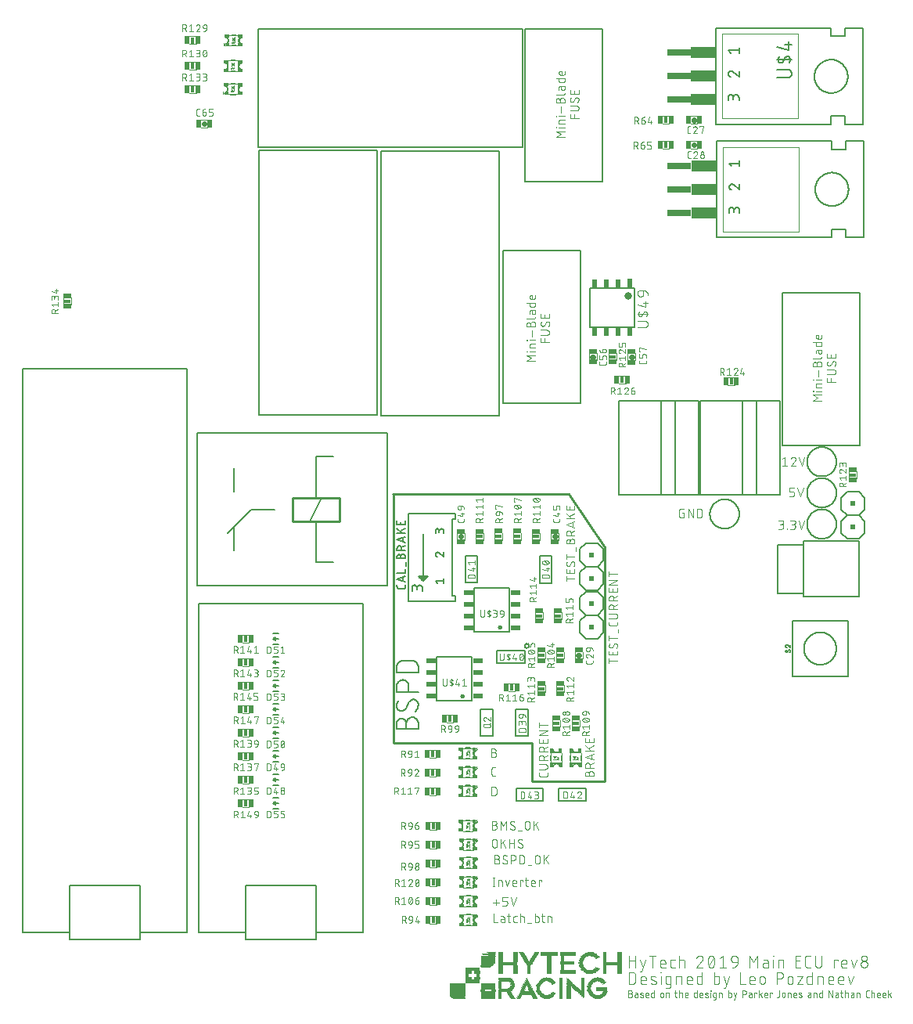
<source format=gbr>
G04 EAGLE Gerber RS-274X export*
G75*
%MOMM*%
%FSLAX34Y34*%
%LPD*%
%INSilkscreen Top*%
%IPPOS*%
%AMOC8*
5,1,8,0,0,1.08239X$1,22.5*%
G01*
%ADD10C,0.254000*%
%ADD11C,0.203200*%
%ADD12C,0.076200*%
%ADD13R,1.371600X0.076200*%
%ADD14R,1.600200X0.076200*%
%ADD15R,0.381000X0.076200*%
%ADD16R,0.457200X0.076200*%
%ADD17R,0.685800X0.076200*%
%ADD18R,0.609600X0.076200*%
%ADD19R,1.524000X0.076200*%
%ADD20R,0.990600X0.076200*%
%ADD21R,0.076200X0.076200*%
%ADD22R,1.066800X0.076200*%
%ADD23R,1.295400X0.076200*%
%ADD24R,0.228600X0.076200*%
%ADD25R,1.219200X0.076200*%
%ADD26R,1.676400X0.076200*%
%ADD27R,0.533400X0.076200*%
%ADD28R,1.447800X0.076200*%
%ADD29R,0.304800X0.076200*%
%ADD30R,1.905000X0.076200*%
%ADD31R,1.752600X0.076200*%
%ADD32R,0.762000X0.076200*%
%ADD33R,0.838200X0.076200*%
%ADD34R,0.914400X0.076200*%
%ADD35R,0.152400X0.076200*%
%ADD36R,1.143000X0.076200*%
%ADD37R,2.057400X0.076200*%
%ADD38R,1.981200X0.076200*%
%ADD39R,1.828800X0.076200*%
%ADD40C,0.101600*%
%ADD41C,0.050800*%
%ADD42C,0.127000*%
%ADD43C,0.558800*%
%ADD44R,0.500100X0.950000*%
%ADD45R,0.950000X0.500100*%
%ADD46C,0.177800*%
%ADD47C,0.152400*%
%ADD48R,0.508000X0.508000*%
%ADD49R,0.500000X0.325000*%
%ADD50R,0.250000X0.150000*%
%ADD51R,0.175000X0.400000*%
%ADD52R,0.300000X0.300000*%
%ADD53R,0.075000X0.325000*%
%ADD54R,0.325000X0.500000*%
%ADD55R,0.150000X0.250000*%
%ADD56R,0.400000X0.175000*%
%ADD57R,0.325000X0.075000*%
%ADD58R,0.762000X0.457200*%
%ADD59R,0.457200X0.762000*%
%ADD60R,1.100100X0.490200*%
%ADD61R,0.635000X0.762000*%
%ADD62R,2.794000X1.270000*%
%ADD63R,1.905000X0.762000*%
%ADD64C,0.800000*%
%ADD65R,0.490000X1.025000*%
%ADD66R,0.490000X0.900000*%

G36*
X495594Y287196D02*
X495594Y287196D01*
X495636Y287210D01*
X495754Y287239D01*
X496187Y287419D01*
X496224Y287443D01*
X496330Y287501D01*
X496702Y287787D01*
X496732Y287820D01*
X496819Y287904D01*
X497105Y288276D01*
X497125Y288316D01*
X497187Y288419D01*
X497367Y288852D01*
X497376Y288896D01*
X497410Y289012D01*
X497471Y289477D01*
X497469Y289522D01*
X497471Y289643D01*
X497410Y290108D01*
X497396Y290150D01*
X497367Y290268D01*
X497187Y290701D01*
X497163Y290738D01*
X497105Y290844D01*
X496819Y291216D01*
X496786Y291246D01*
X496702Y291333D01*
X496330Y291619D01*
X496290Y291639D01*
X496187Y291701D01*
X495754Y291881D01*
X495710Y291890D01*
X495594Y291924D01*
X495129Y291985D01*
X495084Y291983D01*
X494963Y291985D01*
X494498Y291924D01*
X494456Y291910D01*
X494338Y291881D01*
X493905Y291701D01*
X493868Y291677D01*
X493762Y291619D01*
X493390Y291333D01*
X493360Y291300D01*
X493273Y291216D01*
X492987Y290844D01*
X492967Y290804D01*
X492905Y290701D01*
X492725Y290268D01*
X492716Y290224D01*
X492682Y290108D01*
X492621Y289643D01*
X492623Y289598D01*
X492621Y289477D01*
X492682Y289012D01*
X492696Y288969D01*
X492725Y288852D01*
X492905Y288419D01*
X492929Y288382D01*
X492987Y288276D01*
X493273Y287904D01*
X493306Y287874D01*
X493390Y287787D01*
X493762Y287501D01*
X493802Y287481D01*
X493905Y287419D01*
X494338Y287239D01*
X494382Y287230D01*
X494498Y287196D01*
X494963Y287135D01*
X495008Y287137D01*
X495129Y287135D01*
X495594Y287196D01*
G37*
G36*
X536234Y361618D02*
X536234Y361618D01*
X536276Y361632D01*
X536394Y361661D01*
X536827Y361841D01*
X536864Y361865D01*
X536970Y361923D01*
X537342Y362209D01*
X537372Y362242D01*
X537459Y362326D01*
X537745Y362698D01*
X537765Y362738D01*
X537827Y362841D01*
X538007Y363274D01*
X538016Y363318D01*
X538050Y363434D01*
X538111Y363899D01*
X538109Y363944D01*
X538111Y364065D01*
X538050Y364530D01*
X538036Y364572D01*
X538007Y364690D01*
X537827Y365123D01*
X537803Y365160D01*
X537745Y365266D01*
X537459Y365638D01*
X537426Y365668D01*
X537342Y365755D01*
X536970Y366041D01*
X536930Y366061D01*
X536827Y366123D01*
X536394Y366303D01*
X536350Y366312D01*
X536234Y366346D01*
X535769Y366407D01*
X535724Y366405D01*
X535603Y366407D01*
X535138Y366346D01*
X535096Y366332D01*
X534978Y366303D01*
X534545Y366123D01*
X534508Y366099D01*
X534402Y366041D01*
X534030Y365755D01*
X534000Y365722D01*
X533913Y365638D01*
X533627Y365266D01*
X533607Y365226D01*
X533545Y365123D01*
X533365Y364690D01*
X533356Y364646D01*
X533322Y364530D01*
X533261Y364065D01*
X533263Y364020D01*
X533261Y363899D01*
X533322Y363434D01*
X533336Y363391D01*
X533365Y363274D01*
X533545Y362841D01*
X533569Y362804D01*
X533627Y362698D01*
X533913Y362326D01*
X533946Y362296D01*
X534030Y362209D01*
X534402Y361923D01*
X534442Y361903D01*
X534545Y361841D01*
X534978Y361661D01*
X535022Y361652D01*
X535138Y361618D01*
X535603Y361557D01*
X535648Y361559D01*
X535769Y361557D01*
X536234Y361618D01*
G37*
G36*
X248424Y970286D02*
X248424Y970286D01*
X248443Y970283D01*
X248491Y970303D01*
X248542Y970317D01*
X248555Y970331D01*
X248572Y970338D01*
X248602Y970381D01*
X248638Y970420D01*
X248642Y970438D01*
X248652Y970454D01*
X248665Y970534D01*
X248665Y974598D01*
X248662Y974609D01*
X248663Y974617D01*
X248661Y974622D01*
X248663Y974635D01*
X248641Y974683D01*
X248626Y974733D01*
X248612Y974746D01*
X248604Y974763D01*
X248560Y974792D01*
X248521Y974827D01*
X248502Y974830D01*
X248486Y974840D01*
X248434Y974841D01*
X248381Y974849D01*
X248364Y974842D01*
X248345Y974842D01*
X248272Y974809D01*
X245224Y972777D01*
X245182Y972728D01*
X245138Y972680D01*
X245137Y972674D01*
X245133Y972669D01*
X245124Y972605D01*
X245112Y972542D01*
X245114Y972536D01*
X245113Y972529D01*
X245140Y972471D01*
X245164Y972411D01*
X245170Y972405D01*
X245172Y972401D01*
X245180Y972396D01*
X245224Y972355D01*
X248272Y970323D01*
X248289Y970318D01*
X248303Y970305D01*
X248356Y970297D01*
X248406Y970281D01*
X248424Y970286D01*
G37*
G36*
X248932Y997972D02*
X248932Y997972D01*
X248951Y997969D01*
X248999Y997989D01*
X249050Y998003D01*
X249063Y998017D01*
X249080Y998024D01*
X249110Y998067D01*
X249146Y998106D01*
X249150Y998124D01*
X249160Y998140D01*
X249173Y998220D01*
X249173Y1002284D01*
X249170Y1002295D01*
X249171Y1002303D01*
X249169Y1002308D01*
X249171Y1002321D01*
X249149Y1002369D01*
X249134Y1002419D01*
X249120Y1002432D01*
X249112Y1002449D01*
X249068Y1002478D01*
X249029Y1002513D01*
X249010Y1002516D01*
X248994Y1002526D01*
X248942Y1002527D01*
X248889Y1002535D01*
X248872Y1002528D01*
X248853Y1002528D01*
X248780Y1002495D01*
X245732Y1000463D01*
X245690Y1000414D01*
X245646Y1000366D01*
X245645Y1000360D01*
X245641Y1000355D01*
X245632Y1000291D01*
X245620Y1000228D01*
X245622Y1000222D01*
X245621Y1000215D01*
X245648Y1000157D01*
X245672Y1000097D01*
X245678Y1000091D01*
X245680Y1000087D01*
X245688Y1000082D01*
X245732Y1000041D01*
X248780Y998009D01*
X248797Y998004D01*
X248811Y997991D01*
X248864Y997983D01*
X248914Y997967D01*
X248932Y997972D01*
G37*
G36*
X248170Y945394D02*
X248170Y945394D01*
X248189Y945391D01*
X248237Y945411D01*
X248288Y945425D01*
X248301Y945439D01*
X248318Y945446D01*
X248348Y945489D01*
X248384Y945528D01*
X248388Y945546D01*
X248398Y945562D01*
X248411Y945642D01*
X248411Y949706D01*
X248408Y949717D01*
X248409Y949725D01*
X248407Y949730D01*
X248409Y949743D01*
X248387Y949791D01*
X248372Y949841D01*
X248358Y949854D01*
X248350Y949871D01*
X248306Y949900D01*
X248267Y949935D01*
X248248Y949938D01*
X248232Y949948D01*
X248180Y949949D01*
X248127Y949957D01*
X248110Y949950D01*
X248091Y949950D01*
X248018Y949917D01*
X244970Y947885D01*
X244928Y947836D01*
X244884Y947788D01*
X244883Y947782D01*
X244879Y947777D01*
X244870Y947713D01*
X244858Y947650D01*
X244860Y947644D01*
X244859Y947637D01*
X244886Y947579D01*
X244910Y947519D01*
X244916Y947513D01*
X244918Y947509D01*
X244926Y947504D01*
X244970Y947463D01*
X248018Y945431D01*
X248035Y945426D01*
X248049Y945413D01*
X248102Y945405D01*
X248152Y945389D01*
X248170Y945394D01*
G37*
G36*
X616234Y221492D02*
X616234Y221492D01*
X616241Y221491D01*
X616299Y221518D01*
X616359Y221542D01*
X616365Y221548D01*
X616369Y221550D01*
X616374Y221558D01*
X616415Y221602D01*
X618447Y224650D01*
X618451Y224664D01*
X618459Y224672D01*
X618459Y224675D01*
X618465Y224681D01*
X618473Y224734D01*
X618489Y224784D01*
X618484Y224802D01*
X618487Y224821D01*
X618467Y224869D01*
X618453Y224920D01*
X618440Y224933D01*
X618432Y224950D01*
X618389Y224980D01*
X618350Y225016D01*
X618332Y225020D01*
X618316Y225030D01*
X618236Y225043D01*
X614172Y225043D01*
X614154Y225038D01*
X614135Y225041D01*
X614087Y225019D01*
X614037Y225004D01*
X614024Y224990D01*
X614007Y224982D01*
X613978Y224938D01*
X613943Y224899D01*
X613940Y224880D01*
X613930Y224864D01*
X613929Y224812D01*
X613921Y224759D01*
X613928Y224742D01*
X613928Y224723D01*
X613961Y224650D01*
X615993Y221602D01*
X616043Y221560D01*
X616090Y221516D01*
X616096Y221515D01*
X616101Y221511D01*
X616165Y221502D01*
X616229Y221490D01*
X616234Y221492D01*
G37*
G36*
X594898Y221492D02*
X594898Y221492D01*
X594905Y221491D01*
X594963Y221518D01*
X595023Y221542D01*
X595029Y221548D01*
X595033Y221550D01*
X595038Y221558D01*
X595079Y221602D01*
X597111Y224650D01*
X597115Y224664D01*
X597123Y224672D01*
X597123Y224675D01*
X597129Y224681D01*
X597137Y224734D01*
X597153Y224784D01*
X597148Y224802D01*
X597151Y224821D01*
X597131Y224869D01*
X597117Y224920D01*
X597104Y224933D01*
X597096Y224950D01*
X597053Y224980D01*
X597014Y225016D01*
X596996Y225020D01*
X596980Y225030D01*
X596900Y225043D01*
X592836Y225043D01*
X592818Y225038D01*
X592799Y225041D01*
X592751Y225019D01*
X592701Y225004D01*
X592688Y224990D01*
X592671Y224982D01*
X592642Y224938D01*
X592607Y224899D01*
X592604Y224880D01*
X592594Y224864D01*
X592593Y224812D01*
X592585Y224759D01*
X592592Y224742D01*
X592592Y224723D01*
X592625Y224650D01*
X594657Y221602D01*
X594707Y221560D01*
X594754Y221516D01*
X594760Y221515D01*
X594765Y221511D01*
X594829Y221502D01*
X594893Y221490D01*
X594898Y221492D01*
G37*
G36*
X499158Y183652D02*
X499158Y183652D01*
X499177Y183652D01*
X499250Y183685D01*
X502298Y185717D01*
X502340Y185767D01*
X502384Y185814D01*
X502385Y185820D01*
X502389Y185825D01*
X502398Y185889D01*
X502410Y185953D01*
X502408Y185958D01*
X502409Y185965D01*
X502382Y186023D01*
X502358Y186083D01*
X502352Y186089D01*
X502350Y186093D01*
X502342Y186098D01*
X502298Y186139D01*
X499250Y188171D01*
X499233Y188176D01*
X499219Y188189D01*
X499166Y188197D01*
X499116Y188213D01*
X499098Y188208D01*
X499079Y188211D01*
X499031Y188191D01*
X498980Y188177D01*
X498967Y188164D01*
X498950Y188156D01*
X498920Y188113D01*
X498884Y188074D01*
X498880Y188056D01*
X498870Y188040D01*
X498857Y187960D01*
X498857Y183896D01*
X498862Y183878D01*
X498859Y183859D01*
X498881Y183811D01*
X498896Y183761D01*
X498910Y183748D01*
X498918Y183731D01*
X498962Y183702D01*
X499001Y183667D01*
X499020Y183664D01*
X499036Y183654D01*
X499088Y183653D01*
X499141Y183645D01*
X499158Y183652D01*
G37*
G36*
X499158Y203972D02*
X499158Y203972D01*
X499177Y203972D01*
X499250Y204005D01*
X502298Y206037D01*
X502340Y206087D01*
X502384Y206134D01*
X502385Y206140D01*
X502389Y206145D01*
X502398Y206209D01*
X502410Y206273D01*
X502408Y206278D01*
X502409Y206285D01*
X502382Y206343D01*
X502358Y206403D01*
X502352Y206409D01*
X502350Y206413D01*
X502342Y206418D01*
X502298Y206459D01*
X499250Y208491D01*
X499233Y208496D01*
X499219Y208509D01*
X499166Y208517D01*
X499116Y208533D01*
X499098Y208528D01*
X499079Y208531D01*
X499031Y208511D01*
X498980Y208497D01*
X498967Y208484D01*
X498950Y208476D01*
X498920Y208433D01*
X498884Y208394D01*
X498880Y208376D01*
X498870Y208360D01*
X498857Y208280D01*
X498857Y204216D01*
X498862Y204198D01*
X498859Y204179D01*
X498881Y204131D01*
X498896Y204081D01*
X498910Y204068D01*
X498918Y204051D01*
X498962Y204022D01*
X499001Y203987D01*
X499020Y203984D01*
X499036Y203974D01*
X499088Y203973D01*
X499141Y203965D01*
X499158Y203972D01*
G37*
G36*
X499158Y146060D02*
X499158Y146060D01*
X499177Y146060D01*
X499250Y146093D01*
X502298Y148125D01*
X502340Y148175D01*
X502384Y148222D01*
X502385Y148228D01*
X502389Y148233D01*
X502398Y148297D01*
X502410Y148361D01*
X502408Y148366D01*
X502409Y148373D01*
X502382Y148431D01*
X502358Y148491D01*
X502352Y148497D01*
X502350Y148501D01*
X502342Y148506D01*
X502298Y148547D01*
X499250Y150579D01*
X499233Y150584D01*
X499219Y150597D01*
X499166Y150605D01*
X499116Y150621D01*
X499098Y150616D01*
X499079Y150619D01*
X499031Y150599D01*
X498980Y150585D01*
X498967Y150572D01*
X498950Y150564D01*
X498920Y150521D01*
X498884Y150482D01*
X498880Y150464D01*
X498870Y150448D01*
X498857Y150368D01*
X498857Y146304D01*
X498862Y146286D01*
X498859Y146267D01*
X498881Y146219D01*
X498896Y146169D01*
X498910Y146156D01*
X498918Y146139D01*
X498962Y146110D01*
X499001Y146075D01*
X499020Y146072D01*
X499036Y146062D01*
X499088Y146061D01*
X499141Y146053D01*
X499158Y146060D01*
G37*
G36*
X499412Y64526D02*
X499412Y64526D01*
X499431Y64526D01*
X499504Y64559D01*
X502552Y66591D01*
X502594Y66641D01*
X502638Y66688D01*
X502639Y66694D01*
X502643Y66699D01*
X502652Y66763D01*
X502664Y66827D01*
X502662Y66832D01*
X502663Y66839D01*
X502636Y66897D01*
X502612Y66957D01*
X502606Y66963D01*
X502604Y66967D01*
X502596Y66972D01*
X502552Y67013D01*
X499504Y69045D01*
X499487Y69050D01*
X499473Y69063D01*
X499420Y69071D01*
X499370Y69087D01*
X499352Y69082D01*
X499333Y69085D01*
X499285Y69065D01*
X499234Y69051D01*
X499221Y69038D01*
X499204Y69030D01*
X499174Y68987D01*
X499138Y68948D01*
X499134Y68930D01*
X499124Y68914D01*
X499111Y68834D01*
X499111Y64770D01*
X499116Y64752D01*
X499113Y64733D01*
X499135Y64685D01*
X499150Y64635D01*
X499164Y64622D01*
X499172Y64605D01*
X499216Y64576D01*
X499255Y64541D01*
X499274Y64538D01*
X499290Y64528D01*
X499342Y64527D01*
X499395Y64519D01*
X499412Y64526D01*
G37*
G36*
X499412Y85100D02*
X499412Y85100D01*
X499431Y85100D01*
X499504Y85133D01*
X502552Y87165D01*
X502594Y87215D01*
X502638Y87262D01*
X502639Y87268D01*
X502643Y87273D01*
X502652Y87337D01*
X502664Y87401D01*
X502662Y87406D01*
X502663Y87413D01*
X502636Y87471D01*
X502612Y87531D01*
X502606Y87537D01*
X502604Y87541D01*
X502596Y87546D01*
X502552Y87587D01*
X499504Y89619D01*
X499487Y89624D01*
X499473Y89637D01*
X499420Y89645D01*
X499370Y89661D01*
X499352Y89656D01*
X499333Y89659D01*
X499285Y89639D01*
X499234Y89625D01*
X499221Y89612D01*
X499204Y89604D01*
X499174Y89561D01*
X499138Y89522D01*
X499134Y89504D01*
X499124Y89488D01*
X499111Y89408D01*
X499111Y85344D01*
X499116Y85326D01*
X499113Y85307D01*
X499135Y85259D01*
X499150Y85209D01*
X499164Y85196D01*
X499172Y85179D01*
X499216Y85150D01*
X499255Y85115D01*
X499274Y85112D01*
X499290Y85102D01*
X499342Y85101D01*
X499395Y85093D01*
X499412Y85100D01*
G37*
G36*
X499412Y105928D02*
X499412Y105928D01*
X499431Y105928D01*
X499504Y105961D01*
X502552Y107993D01*
X502594Y108043D01*
X502638Y108090D01*
X502639Y108096D01*
X502643Y108101D01*
X502652Y108165D01*
X502664Y108229D01*
X502662Y108234D01*
X502663Y108241D01*
X502636Y108299D01*
X502612Y108359D01*
X502606Y108365D01*
X502604Y108369D01*
X502596Y108374D01*
X502552Y108415D01*
X499504Y110447D01*
X499487Y110452D01*
X499473Y110465D01*
X499420Y110473D01*
X499370Y110489D01*
X499352Y110484D01*
X499333Y110487D01*
X499285Y110467D01*
X499234Y110453D01*
X499221Y110440D01*
X499204Y110432D01*
X499174Y110389D01*
X499138Y110350D01*
X499134Y110332D01*
X499124Y110316D01*
X499111Y110236D01*
X499111Y106172D01*
X499116Y106154D01*
X499113Y106135D01*
X499135Y106087D01*
X499150Y106037D01*
X499164Y106024D01*
X499172Y106007D01*
X499216Y105978D01*
X499255Y105943D01*
X499274Y105940D01*
X499290Y105930D01*
X499342Y105929D01*
X499395Y105921D01*
X499412Y105928D01*
G37*
G36*
X499412Y44206D02*
X499412Y44206D01*
X499431Y44206D01*
X499504Y44239D01*
X502552Y46271D01*
X502594Y46321D01*
X502638Y46368D01*
X502639Y46374D01*
X502643Y46379D01*
X502652Y46443D01*
X502664Y46507D01*
X502662Y46512D01*
X502663Y46519D01*
X502636Y46577D01*
X502612Y46637D01*
X502606Y46643D01*
X502604Y46647D01*
X502596Y46652D01*
X502552Y46693D01*
X499504Y48725D01*
X499487Y48730D01*
X499473Y48743D01*
X499420Y48751D01*
X499370Y48767D01*
X499352Y48762D01*
X499333Y48765D01*
X499285Y48745D01*
X499234Y48731D01*
X499221Y48718D01*
X499204Y48710D01*
X499174Y48667D01*
X499138Y48628D01*
X499134Y48610D01*
X499124Y48594D01*
X499111Y48514D01*
X499111Y44450D01*
X499116Y44432D01*
X499113Y44413D01*
X499135Y44365D01*
X499150Y44315D01*
X499164Y44302D01*
X499172Y44285D01*
X499216Y44256D01*
X499255Y44221D01*
X499274Y44218D01*
X499290Y44208D01*
X499342Y44207D01*
X499395Y44199D01*
X499412Y44206D01*
G37*
G36*
X499412Y125740D02*
X499412Y125740D01*
X499431Y125740D01*
X499504Y125773D01*
X502552Y127805D01*
X502594Y127855D01*
X502638Y127902D01*
X502639Y127908D01*
X502643Y127913D01*
X502652Y127977D01*
X502664Y128041D01*
X502662Y128046D01*
X502663Y128053D01*
X502636Y128111D01*
X502612Y128171D01*
X502606Y128177D01*
X502604Y128181D01*
X502596Y128186D01*
X502552Y128227D01*
X499504Y130259D01*
X499487Y130264D01*
X499473Y130277D01*
X499420Y130285D01*
X499370Y130301D01*
X499352Y130296D01*
X499333Y130299D01*
X499285Y130279D01*
X499234Y130265D01*
X499221Y130252D01*
X499204Y130244D01*
X499174Y130201D01*
X499138Y130162D01*
X499134Y130144D01*
X499124Y130128D01*
X499111Y130048D01*
X499111Y125984D01*
X499116Y125966D01*
X499113Y125947D01*
X499135Y125899D01*
X499150Y125849D01*
X499164Y125836D01*
X499172Y125819D01*
X499216Y125790D01*
X499255Y125755D01*
X499274Y125752D01*
X499290Y125742D01*
X499342Y125741D01*
X499395Y125733D01*
X499412Y125740D01*
G37*
G36*
X499158Y224292D02*
X499158Y224292D01*
X499177Y224292D01*
X499250Y224325D01*
X502298Y226357D01*
X502340Y226407D01*
X502384Y226454D01*
X502385Y226460D01*
X502389Y226465D01*
X502398Y226529D01*
X502410Y226593D01*
X502408Y226598D01*
X502409Y226605D01*
X502382Y226663D01*
X502358Y226723D01*
X502352Y226729D01*
X502350Y226733D01*
X502342Y226738D01*
X502298Y226779D01*
X499250Y228811D01*
X499233Y228816D01*
X499219Y228829D01*
X499166Y228837D01*
X499116Y228853D01*
X499098Y228848D01*
X499079Y228851D01*
X499031Y228831D01*
X498980Y228817D01*
X498967Y228804D01*
X498950Y228796D01*
X498920Y228753D01*
X498884Y228714D01*
X498880Y228696D01*
X498870Y228680D01*
X498857Y228600D01*
X498857Y224536D01*
X498862Y224518D01*
X498859Y224499D01*
X498881Y224451D01*
X498896Y224401D01*
X498910Y224388D01*
X498918Y224371D01*
X498962Y224342D01*
X499001Y224307D01*
X499020Y224304D01*
X499036Y224294D01*
X499088Y224293D01*
X499141Y224285D01*
X499158Y224292D01*
G37*
G36*
X621063Y220868D02*
X621063Y220868D01*
X621098Y220874D01*
X621107Y220886D01*
X621121Y220892D01*
X621134Y220926D01*
X621154Y220955D01*
X621151Y220971D01*
X621156Y220984D01*
X621144Y221010D01*
X621138Y221045D01*
X620376Y222315D01*
X620373Y222318D01*
X620372Y222322D01*
X620361Y222329D01*
X620357Y222336D01*
X620337Y222344D01*
X620334Y222346D01*
X620297Y222373D01*
X620292Y222372D01*
X620289Y222375D01*
X620245Y222364D01*
X620200Y222356D01*
X620197Y222353D01*
X620193Y222352D01*
X620181Y222333D01*
X620176Y222330D01*
X620170Y222315D01*
X620144Y222275D01*
X619890Y221005D01*
X619893Y220990D01*
X619888Y220976D01*
X619903Y220943D01*
X619910Y220908D01*
X619923Y220900D01*
X619929Y220887D01*
X619968Y220872D01*
X619993Y220855D01*
X620003Y220858D01*
X620014Y220854D01*
X621030Y220854D01*
X621063Y220868D01*
G37*
G36*
X599727Y220868D02*
X599727Y220868D01*
X599762Y220874D01*
X599771Y220886D01*
X599785Y220892D01*
X599798Y220926D01*
X599818Y220955D01*
X599815Y220971D01*
X599820Y220984D01*
X599808Y221010D01*
X599802Y221045D01*
X599040Y222315D01*
X599037Y222318D01*
X599036Y222322D01*
X599025Y222329D01*
X599021Y222336D01*
X599001Y222344D01*
X598998Y222346D01*
X598961Y222373D01*
X598956Y222372D01*
X598953Y222375D01*
X598909Y222364D01*
X598864Y222356D01*
X598861Y222353D01*
X598857Y222352D01*
X598845Y222333D01*
X598840Y222330D01*
X598834Y222315D01*
X598808Y222275D01*
X598554Y221005D01*
X598557Y220990D01*
X598552Y220976D01*
X598567Y220943D01*
X598574Y220908D01*
X598587Y220900D01*
X598593Y220887D01*
X598632Y220872D01*
X598657Y220855D01*
X598667Y220858D01*
X598678Y220854D01*
X599694Y220854D01*
X599727Y220868D01*
G37*
G36*
X621063Y222646D02*
X621063Y222646D01*
X621098Y222652D01*
X621107Y222664D01*
X621121Y222670D01*
X621134Y222704D01*
X621154Y222733D01*
X621151Y222749D01*
X621156Y222762D01*
X621144Y222788D01*
X621138Y222823D01*
X620376Y224093D01*
X620373Y224096D01*
X620372Y224100D01*
X620361Y224107D01*
X620357Y224114D01*
X620337Y224122D01*
X620334Y224124D01*
X620297Y224151D01*
X620292Y224150D01*
X620289Y224153D01*
X620245Y224142D01*
X620200Y224134D01*
X620197Y224131D01*
X620193Y224130D01*
X620181Y224111D01*
X620176Y224108D01*
X620170Y224093D01*
X620144Y224053D01*
X619890Y222783D01*
X619893Y222768D01*
X619888Y222754D01*
X619903Y222721D01*
X619910Y222686D01*
X619923Y222678D01*
X619929Y222665D01*
X619968Y222650D01*
X619993Y222633D01*
X620003Y222636D01*
X620014Y222632D01*
X621030Y222632D01*
X621063Y222646D01*
G37*
G36*
X599727Y222646D02*
X599727Y222646D01*
X599762Y222652D01*
X599771Y222664D01*
X599785Y222670D01*
X599798Y222704D01*
X599818Y222733D01*
X599815Y222749D01*
X599820Y222762D01*
X599808Y222788D01*
X599802Y222823D01*
X599040Y224093D01*
X599037Y224096D01*
X599036Y224100D01*
X599025Y224107D01*
X599021Y224114D01*
X599001Y224122D01*
X598998Y224124D01*
X598961Y224151D01*
X598956Y224150D01*
X598953Y224153D01*
X598909Y224142D01*
X598864Y224134D01*
X598861Y224131D01*
X598857Y224130D01*
X598845Y224111D01*
X598840Y224108D01*
X598834Y224093D01*
X598808Y224053D01*
X598554Y222783D01*
X598557Y222768D01*
X598552Y222754D01*
X598567Y222721D01*
X598574Y222686D01*
X598587Y222678D01*
X598593Y222665D01*
X598632Y222650D01*
X598657Y222633D01*
X598667Y222636D01*
X598678Y222632D01*
X599694Y222632D01*
X599727Y222646D01*
G37*
G36*
X501179Y189627D02*
X501179Y189627D01*
X501214Y189634D01*
X501222Y189647D01*
X501235Y189653D01*
X501250Y189692D01*
X501267Y189717D01*
X501264Y189727D01*
X501268Y189738D01*
X501268Y190754D01*
X501254Y190787D01*
X501248Y190822D01*
X501236Y190831D01*
X501230Y190845D01*
X501196Y190858D01*
X501167Y190878D01*
X501151Y190875D01*
X501138Y190880D01*
X501112Y190868D01*
X501077Y190862D01*
X499807Y190100D01*
X499805Y190097D01*
X499800Y190096D01*
X499789Y190079D01*
X499789Y190078D01*
X499788Y190077D01*
X499776Y190058D01*
X499749Y190021D01*
X499750Y190016D01*
X499747Y190013D01*
X499754Y189987D01*
X499753Y189986D01*
X499754Y189984D01*
X499758Y189969D01*
X499766Y189924D01*
X499769Y189921D01*
X499770Y189917D01*
X499792Y189904D01*
X499795Y189897D01*
X499813Y189890D01*
X499847Y189868D01*
X501117Y189614D01*
X501132Y189617D01*
X501146Y189612D01*
X501179Y189627D01*
G37*
G36*
X502957Y189627D02*
X502957Y189627D01*
X502992Y189634D01*
X503000Y189647D01*
X503013Y189653D01*
X503028Y189692D01*
X503045Y189717D01*
X503042Y189727D01*
X503046Y189738D01*
X503046Y190754D01*
X503032Y190787D01*
X503026Y190822D01*
X503014Y190831D01*
X503008Y190845D01*
X502974Y190858D01*
X502945Y190878D01*
X502929Y190875D01*
X502916Y190880D01*
X502890Y190868D01*
X502855Y190862D01*
X501585Y190100D01*
X501583Y190097D01*
X501578Y190096D01*
X501567Y190079D01*
X501567Y190078D01*
X501566Y190077D01*
X501554Y190058D01*
X501527Y190021D01*
X501528Y190016D01*
X501525Y190013D01*
X501532Y189987D01*
X501531Y189986D01*
X501532Y189984D01*
X501536Y189969D01*
X501544Y189924D01*
X501547Y189921D01*
X501548Y189917D01*
X501570Y189904D01*
X501573Y189897D01*
X501591Y189890D01*
X501625Y189868D01*
X502895Y189614D01*
X502910Y189617D01*
X502924Y189612D01*
X502957Y189627D01*
G37*
G36*
X502957Y209947D02*
X502957Y209947D01*
X502992Y209954D01*
X503000Y209967D01*
X503013Y209973D01*
X503028Y210012D01*
X503045Y210037D01*
X503042Y210047D01*
X503046Y210058D01*
X503046Y211074D01*
X503032Y211107D01*
X503026Y211142D01*
X503014Y211151D01*
X503008Y211165D01*
X502974Y211178D01*
X502945Y211198D01*
X502929Y211195D01*
X502916Y211200D01*
X502890Y211188D01*
X502855Y211182D01*
X501585Y210420D01*
X501583Y210417D01*
X501578Y210416D01*
X501567Y210399D01*
X501567Y210398D01*
X501566Y210397D01*
X501554Y210378D01*
X501527Y210341D01*
X501528Y210336D01*
X501525Y210333D01*
X501532Y210307D01*
X501531Y210306D01*
X501532Y210304D01*
X501536Y210289D01*
X501544Y210244D01*
X501547Y210241D01*
X501548Y210237D01*
X501570Y210224D01*
X501573Y210217D01*
X501591Y210210D01*
X501625Y210188D01*
X502895Y209934D01*
X502910Y209937D01*
X502924Y209932D01*
X502957Y209947D01*
G37*
G36*
X501179Y152035D02*
X501179Y152035D01*
X501214Y152042D01*
X501222Y152055D01*
X501235Y152061D01*
X501250Y152100D01*
X501267Y152125D01*
X501264Y152135D01*
X501268Y152146D01*
X501268Y153162D01*
X501254Y153195D01*
X501248Y153230D01*
X501236Y153239D01*
X501230Y153253D01*
X501196Y153266D01*
X501167Y153286D01*
X501151Y153283D01*
X501138Y153288D01*
X501112Y153276D01*
X501077Y153270D01*
X499807Y152508D01*
X499805Y152505D01*
X499800Y152504D01*
X499789Y152487D01*
X499789Y152486D01*
X499788Y152485D01*
X499776Y152466D01*
X499749Y152429D01*
X499750Y152424D01*
X499747Y152421D01*
X499754Y152395D01*
X499753Y152394D01*
X499754Y152392D01*
X499758Y152377D01*
X499766Y152332D01*
X499769Y152329D01*
X499770Y152325D01*
X499792Y152312D01*
X499795Y152305D01*
X499813Y152298D01*
X499847Y152276D01*
X501117Y152022D01*
X501132Y152025D01*
X501146Y152020D01*
X501179Y152035D01*
G37*
G36*
X502957Y152035D02*
X502957Y152035D01*
X502992Y152042D01*
X503000Y152055D01*
X503013Y152061D01*
X503028Y152100D01*
X503045Y152125D01*
X503042Y152135D01*
X503046Y152146D01*
X503046Y153162D01*
X503032Y153195D01*
X503026Y153230D01*
X503014Y153239D01*
X503008Y153253D01*
X502974Y153266D01*
X502945Y153286D01*
X502929Y153283D01*
X502916Y153288D01*
X502890Y153276D01*
X502855Y153270D01*
X501585Y152508D01*
X501583Y152505D01*
X501578Y152504D01*
X501567Y152487D01*
X501567Y152486D01*
X501566Y152485D01*
X501554Y152466D01*
X501527Y152429D01*
X501528Y152424D01*
X501525Y152421D01*
X501532Y152395D01*
X501531Y152394D01*
X501532Y152392D01*
X501536Y152377D01*
X501544Y152332D01*
X501547Y152329D01*
X501548Y152325D01*
X501570Y152312D01*
X501573Y152305D01*
X501591Y152298D01*
X501625Y152276D01*
X502895Y152022D01*
X502910Y152025D01*
X502924Y152020D01*
X502957Y152035D01*
G37*
G36*
X501179Y209947D02*
X501179Y209947D01*
X501214Y209954D01*
X501222Y209967D01*
X501235Y209973D01*
X501250Y210012D01*
X501267Y210037D01*
X501264Y210047D01*
X501268Y210058D01*
X501268Y211074D01*
X501254Y211107D01*
X501248Y211142D01*
X501236Y211151D01*
X501230Y211165D01*
X501196Y211178D01*
X501167Y211198D01*
X501151Y211195D01*
X501138Y211200D01*
X501112Y211188D01*
X501077Y211182D01*
X499807Y210420D01*
X499805Y210417D01*
X499800Y210416D01*
X499789Y210399D01*
X499789Y210398D01*
X499788Y210397D01*
X499776Y210378D01*
X499749Y210341D01*
X499750Y210336D01*
X499747Y210333D01*
X499754Y210307D01*
X499753Y210306D01*
X499754Y210304D01*
X499758Y210289D01*
X499766Y210244D01*
X499769Y210241D01*
X499770Y210237D01*
X499792Y210224D01*
X499795Y210217D01*
X499813Y210210D01*
X499847Y210188D01*
X501117Y209934D01*
X501132Y209937D01*
X501146Y209932D01*
X501179Y209947D01*
G37*
G36*
X501433Y131715D02*
X501433Y131715D01*
X501468Y131722D01*
X501476Y131735D01*
X501489Y131741D01*
X501504Y131780D01*
X501521Y131805D01*
X501518Y131815D01*
X501522Y131826D01*
X501522Y132842D01*
X501508Y132875D01*
X501502Y132910D01*
X501490Y132919D01*
X501484Y132933D01*
X501450Y132946D01*
X501421Y132966D01*
X501405Y132963D01*
X501392Y132968D01*
X501366Y132956D01*
X501331Y132950D01*
X500061Y132188D01*
X500059Y132185D01*
X500054Y132184D01*
X500043Y132167D01*
X500043Y132166D01*
X500042Y132165D01*
X500030Y132146D01*
X500003Y132109D01*
X500004Y132104D01*
X500001Y132101D01*
X500008Y132075D01*
X500007Y132074D01*
X500008Y132072D01*
X500012Y132057D01*
X500020Y132012D01*
X500023Y132009D01*
X500024Y132005D01*
X500046Y131992D01*
X500049Y131985D01*
X500067Y131978D01*
X500101Y131956D01*
X501371Y131702D01*
X501386Y131705D01*
X501400Y131700D01*
X501433Y131715D01*
G37*
G36*
X503211Y131715D02*
X503211Y131715D01*
X503246Y131722D01*
X503254Y131735D01*
X503267Y131741D01*
X503282Y131780D01*
X503299Y131805D01*
X503296Y131815D01*
X503300Y131826D01*
X503300Y132842D01*
X503286Y132875D01*
X503280Y132910D01*
X503268Y132919D01*
X503262Y132933D01*
X503228Y132946D01*
X503199Y132966D01*
X503183Y132963D01*
X503170Y132968D01*
X503144Y132956D01*
X503109Y132950D01*
X501839Y132188D01*
X501837Y132185D01*
X501832Y132184D01*
X501821Y132167D01*
X501821Y132166D01*
X501820Y132165D01*
X501808Y132146D01*
X501781Y132109D01*
X501782Y132104D01*
X501779Y132101D01*
X501786Y132075D01*
X501785Y132074D01*
X501786Y132072D01*
X501790Y132057D01*
X501798Y132012D01*
X501801Y132009D01*
X501802Y132005D01*
X501824Y131992D01*
X501827Y131985D01*
X501845Y131978D01*
X501879Y131956D01*
X503149Y131702D01*
X503164Y131705D01*
X503178Y131700D01*
X503211Y131715D01*
G37*
G36*
X501179Y230267D02*
X501179Y230267D01*
X501214Y230274D01*
X501222Y230287D01*
X501235Y230293D01*
X501250Y230332D01*
X501267Y230357D01*
X501264Y230367D01*
X501268Y230378D01*
X501268Y231394D01*
X501254Y231427D01*
X501248Y231462D01*
X501236Y231471D01*
X501230Y231485D01*
X501196Y231498D01*
X501167Y231518D01*
X501151Y231515D01*
X501138Y231520D01*
X501112Y231508D01*
X501077Y231502D01*
X499807Y230740D01*
X499805Y230737D01*
X499800Y230736D01*
X499789Y230719D01*
X499789Y230718D01*
X499788Y230717D01*
X499776Y230698D01*
X499749Y230661D01*
X499750Y230656D01*
X499747Y230653D01*
X499754Y230627D01*
X499753Y230626D01*
X499754Y230624D01*
X499758Y230609D01*
X499766Y230564D01*
X499769Y230561D01*
X499770Y230557D01*
X499792Y230544D01*
X499795Y230537D01*
X499813Y230530D01*
X499847Y230508D01*
X501117Y230254D01*
X501132Y230257D01*
X501146Y230252D01*
X501179Y230267D01*
G37*
G36*
X503211Y111903D02*
X503211Y111903D01*
X503246Y111910D01*
X503254Y111923D01*
X503267Y111929D01*
X503282Y111968D01*
X503299Y111993D01*
X503296Y112003D01*
X503300Y112014D01*
X503300Y113030D01*
X503286Y113063D01*
X503280Y113098D01*
X503268Y113107D01*
X503262Y113121D01*
X503228Y113134D01*
X503199Y113154D01*
X503183Y113151D01*
X503170Y113156D01*
X503144Y113144D01*
X503109Y113138D01*
X501839Y112376D01*
X501837Y112373D01*
X501832Y112372D01*
X501821Y112355D01*
X501821Y112354D01*
X501820Y112353D01*
X501808Y112334D01*
X501781Y112297D01*
X501782Y112292D01*
X501779Y112289D01*
X501786Y112263D01*
X501785Y112262D01*
X501786Y112260D01*
X501790Y112245D01*
X501798Y112200D01*
X501801Y112197D01*
X501802Y112193D01*
X501824Y112180D01*
X501827Y112173D01*
X501845Y112166D01*
X501879Y112144D01*
X503149Y111890D01*
X503164Y111893D01*
X503178Y111888D01*
X503211Y111903D01*
G37*
G36*
X502957Y230267D02*
X502957Y230267D01*
X502992Y230274D01*
X503000Y230287D01*
X503013Y230293D01*
X503028Y230332D01*
X503045Y230357D01*
X503042Y230367D01*
X503046Y230378D01*
X503046Y231394D01*
X503032Y231427D01*
X503026Y231462D01*
X503014Y231471D01*
X503008Y231485D01*
X502974Y231498D01*
X502945Y231518D01*
X502929Y231515D01*
X502916Y231520D01*
X502890Y231508D01*
X502855Y231502D01*
X501585Y230740D01*
X501583Y230737D01*
X501578Y230736D01*
X501567Y230719D01*
X501567Y230718D01*
X501566Y230717D01*
X501554Y230698D01*
X501527Y230661D01*
X501528Y230656D01*
X501525Y230653D01*
X501532Y230627D01*
X501531Y230626D01*
X501532Y230624D01*
X501536Y230609D01*
X501544Y230564D01*
X501547Y230561D01*
X501548Y230557D01*
X501570Y230544D01*
X501573Y230537D01*
X501591Y230530D01*
X501625Y230508D01*
X502895Y230254D01*
X502910Y230257D01*
X502924Y230252D01*
X502957Y230267D01*
G37*
G36*
X501433Y91075D02*
X501433Y91075D01*
X501468Y91082D01*
X501476Y91095D01*
X501489Y91101D01*
X501504Y91140D01*
X501521Y91165D01*
X501518Y91175D01*
X501522Y91186D01*
X501522Y92202D01*
X501508Y92235D01*
X501502Y92270D01*
X501490Y92279D01*
X501484Y92293D01*
X501450Y92306D01*
X501421Y92326D01*
X501405Y92323D01*
X501392Y92328D01*
X501366Y92316D01*
X501331Y92310D01*
X500061Y91548D01*
X500059Y91545D01*
X500054Y91544D01*
X500043Y91527D01*
X500043Y91526D01*
X500042Y91525D01*
X500030Y91506D01*
X500003Y91469D01*
X500004Y91464D01*
X500001Y91461D01*
X500008Y91435D01*
X500007Y91434D01*
X500008Y91432D01*
X500012Y91417D01*
X500020Y91372D01*
X500023Y91369D01*
X500024Y91365D01*
X500046Y91352D01*
X500049Y91345D01*
X500067Y91338D01*
X500101Y91316D01*
X501371Y91062D01*
X501386Y91065D01*
X501400Y91060D01*
X501433Y91075D01*
G37*
G36*
X503211Y91075D02*
X503211Y91075D01*
X503246Y91082D01*
X503254Y91095D01*
X503267Y91101D01*
X503282Y91140D01*
X503299Y91165D01*
X503296Y91175D01*
X503300Y91186D01*
X503300Y92202D01*
X503286Y92235D01*
X503280Y92270D01*
X503268Y92279D01*
X503262Y92293D01*
X503228Y92306D01*
X503199Y92326D01*
X503183Y92323D01*
X503170Y92328D01*
X503144Y92316D01*
X503109Y92310D01*
X501839Y91548D01*
X501837Y91545D01*
X501832Y91544D01*
X501821Y91527D01*
X501821Y91526D01*
X501820Y91525D01*
X501808Y91506D01*
X501781Y91469D01*
X501782Y91464D01*
X501779Y91461D01*
X501786Y91435D01*
X501785Y91434D01*
X501786Y91432D01*
X501790Y91417D01*
X501798Y91372D01*
X501801Y91369D01*
X501802Y91365D01*
X501824Y91352D01*
X501827Y91345D01*
X501845Y91338D01*
X501879Y91316D01*
X503149Y91062D01*
X503164Y91065D01*
X503178Y91060D01*
X503211Y91075D01*
G37*
G36*
X501433Y111903D02*
X501433Y111903D01*
X501468Y111910D01*
X501476Y111923D01*
X501489Y111929D01*
X501504Y111968D01*
X501521Y111993D01*
X501518Y112003D01*
X501522Y112014D01*
X501522Y113030D01*
X501508Y113063D01*
X501502Y113098D01*
X501490Y113107D01*
X501484Y113121D01*
X501450Y113134D01*
X501421Y113154D01*
X501405Y113151D01*
X501392Y113156D01*
X501366Y113144D01*
X501331Y113138D01*
X500061Y112376D01*
X500059Y112373D01*
X500054Y112372D01*
X500043Y112355D01*
X500043Y112354D01*
X500042Y112353D01*
X500030Y112334D01*
X500003Y112297D01*
X500004Y112292D01*
X500001Y112289D01*
X500008Y112263D01*
X500007Y112262D01*
X500008Y112260D01*
X500012Y112245D01*
X500020Y112200D01*
X500023Y112197D01*
X500024Y112193D01*
X500046Y112180D01*
X500049Y112173D01*
X500067Y112166D01*
X500101Y112144D01*
X501371Y111890D01*
X501386Y111893D01*
X501400Y111888D01*
X501433Y111903D01*
G37*
G36*
X503211Y70501D02*
X503211Y70501D01*
X503246Y70508D01*
X503254Y70521D01*
X503267Y70527D01*
X503282Y70566D01*
X503299Y70591D01*
X503296Y70601D01*
X503300Y70612D01*
X503300Y71628D01*
X503286Y71661D01*
X503280Y71696D01*
X503268Y71705D01*
X503262Y71719D01*
X503228Y71732D01*
X503199Y71752D01*
X503183Y71749D01*
X503170Y71754D01*
X503144Y71742D01*
X503109Y71736D01*
X501839Y70974D01*
X501837Y70971D01*
X501832Y70970D01*
X501821Y70953D01*
X501821Y70952D01*
X501820Y70951D01*
X501808Y70932D01*
X501781Y70895D01*
X501782Y70890D01*
X501779Y70887D01*
X501786Y70861D01*
X501785Y70860D01*
X501786Y70858D01*
X501790Y70843D01*
X501798Y70798D01*
X501801Y70795D01*
X501802Y70791D01*
X501824Y70778D01*
X501827Y70771D01*
X501845Y70764D01*
X501879Y70742D01*
X503149Y70488D01*
X503164Y70491D01*
X503178Y70486D01*
X503211Y70501D01*
G37*
G36*
X503211Y50181D02*
X503211Y50181D01*
X503246Y50188D01*
X503254Y50201D01*
X503267Y50207D01*
X503282Y50246D01*
X503299Y50271D01*
X503296Y50281D01*
X503300Y50292D01*
X503300Y51308D01*
X503286Y51341D01*
X503280Y51376D01*
X503268Y51385D01*
X503262Y51399D01*
X503228Y51412D01*
X503199Y51432D01*
X503183Y51429D01*
X503170Y51434D01*
X503144Y51422D01*
X503109Y51416D01*
X501839Y50654D01*
X501837Y50651D01*
X501832Y50650D01*
X501821Y50633D01*
X501821Y50632D01*
X501820Y50631D01*
X501808Y50612D01*
X501781Y50575D01*
X501782Y50570D01*
X501779Y50567D01*
X501786Y50541D01*
X501785Y50540D01*
X501786Y50538D01*
X501790Y50523D01*
X501798Y50478D01*
X501801Y50475D01*
X501802Y50471D01*
X501824Y50458D01*
X501827Y50451D01*
X501845Y50444D01*
X501879Y50422D01*
X503149Y50168D01*
X503164Y50171D01*
X503178Y50166D01*
X503211Y50181D01*
G37*
G36*
X501433Y50181D02*
X501433Y50181D01*
X501468Y50188D01*
X501476Y50201D01*
X501489Y50207D01*
X501504Y50246D01*
X501521Y50271D01*
X501518Y50281D01*
X501522Y50292D01*
X501522Y51308D01*
X501508Y51341D01*
X501502Y51376D01*
X501490Y51385D01*
X501484Y51399D01*
X501450Y51412D01*
X501421Y51432D01*
X501405Y51429D01*
X501392Y51434D01*
X501366Y51422D01*
X501331Y51416D01*
X500061Y50654D01*
X500059Y50651D01*
X500054Y50650D01*
X500043Y50633D01*
X500043Y50632D01*
X500042Y50631D01*
X500030Y50612D01*
X500003Y50575D01*
X500004Y50570D01*
X500001Y50567D01*
X500008Y50541D01*
X500007Y50540D01*
X500008Y50538D01*
X500012Y50523D01*
X500020Y50478D01*
X500023Y50475D01*
X500024Y50471D01*
X500046Y50458D01*
X500049Y50451D01*
X500067Y50444D01*
X500101Y50422D01*
X501371Y50168D01*
X501386Y50171D01*
X501400Y50166D01*
X501433Y50181D01*
G37*
G36*
X501433Y70501D02*
X501433Y70501D01*
X501468Y70508D01*
X501476Y70521D01*
X501489Y70527D01*
X501504Y70566D01*
X501521Y70591D01*
X501518Y70601D01*
X501522Y70612D01*
X501522Y71628D01*
X501508Y71661D01*
X501502Y71696D01*
X501490Y71705D01*
X501484Y71719D01*
X501450Y71732D01*
X501421Y71752D01*
X501405Y71749D01*
X501392Y71754D01*
X501366Y71742D01*
X501331Y71736D01*
X500061Y70974D01*
X500059Y70971D01*
X500054Y70970D01*
X500043Y70953D01*
X500043Y70952D01*
X500042Y70951D01*
X500030Y70932D01*
X500003Y70895D01*
X500004Y70890D01*
X500001Y70887D01*
X500008Y70861D01*
X500007Y70860D01*
X500008Y70858D01*
X500012Y70843D01*
X500020Y70798D01*
X500023Y70795D01*
X500024Y70791D01*
X500046Y70778D01*
X500049Y70771D01*
X500067Y70764D01*
X500101Y70742D01*
X501371Y70488D01*
X501386Y70491D01*
X501400Y70486D01*
X501433Y70501D01*
G37*
G36*
X246918Y995312D02*
X246918Y995312D01*
X246953Y995318D01*
X248223Y996080D01*
X248226Y996083D01*
X248230Y996084D01*
X248236Y996093D01*
X248241Y996096D01*
X248248Y996112D01*
X248254Y996122D01*
X248281Y996159D01*
X248280Y996164D01*
X248283Y996167D01*
X248272Y996211D01*
X248264Y996256D01*
X248261Y996259D01*
X248260Y996263D01*
X248183Y996312D01*
X246913Y996566D01*
X246898Y996563D01*
X246884Y996568D01*
X246851Y996553D01*
X246816Y996546D01*
X246808Y996533D01*
X246795Y996527D01*
X246780Y996488D01*
X246763Y996463D01*
X246766Y996453D01*
X246762Y996442D01*
X246762Y995426D01*
X246776Y995393D01*
X246782Y995358D01*
X246794Y995349D01*
X246800Y995335D01*
X246834Y995322D01*
X246863Y995302D01*
X246879Y995305D01*
X246892Y995300D01*
X246918Y995312D01*
G37*
G36*
X245140Y995312D02*
X245140Y995312D01*
X245175Y995318D01*
X246445Y996080D01*
X246448Y996083D01*
X246452Y996084D01*
X246458Y996093D01*
X246463Y996096D01*
X246470Y996112D01*
X246476Y996122D01*
X246503Y996159D01*
X246502Y996164D01*
X246505Y996167D01*
X246494Y996211D01*
X246486Y996256D01*
X246483Y996259D01*
X246482Y996263D01*
X246405Y996312D01*
X245135Y996566D01*
X245120Y996563D01*
X245106Y996568D01*
X245073Y996553D01*
X245038Y996546D01*
X245030Y996533D01*
X245017Y996527D01*
X245002Y996488D01*
X244985Y996463D01*
X244988Y996453D01*
X244984Y996442D01*
X244984Y995426D01*
X244998Y995393D01*
X245004Y995358D01*
X245016Y995349D01*
X245022Y995335D01*
X245056Y995322D01*
X245085Y995302D01*
X245101Y995305D01*
X245114Y995300D01*
X245140Y995312D01*
G37*
G36*
X246410Y967626D02*
X246410Y967626D01*
X246445Y967632D01*
X247715Y968394D01*
X247718Y968397D01*
X247722Y968398D01*
X247728Y968407D01*
X247733Y968410D01*
X247740Y968426D01*
X247746Y968436D01*
X247773Y968473D01*
X247772Y968478D01*
X247775Y968481D01*
X247764Y968525D01*
X247756Y968570D01*
X247753Y968573D01*
X247752Y968577D01*
X247675Y968626D01*
X246405Y968880D01*
X246390Y968877D01*
X246376Y968882D01*
X246343Y968867D01*
X246308Y968860D01*
X246300Y968847D01*
X246287Y968841D01*
X246272Y968802D01*
X246255Y968777D01*
X246258Y968767D01*
X246254Y968756D01*
X246254Y967740D01*
X246268Y967707D01*
X246274Y967672D01*
X246286Y967663D01*
X246292Y967649D01*
X246326Y967636D01*
X246355Y967616D01*
X246371Y967619D01*
X246384Y967614D01*
X246410Y967626D01*
G37*
G36*
X244632Y967626D02*
X244632Y967626D01*
X244667Y967632D01*
X245937Y968394D01*
X245940Y968397D01*
X245944Y968398D01*
X245950Y968407D01*
X245955Y968410D01*
X245962Y968426D01*
X245968Y968436D01*
X245995Y968473D01*
X245994Y968478D01*
X245997Y968481D01*
X245986Y968525D01*
X245978Y968570D01*
X245975Y968573D01*
X245974Y968577D01*
X245897Y968626D01*
X244627Y968880D01*
X244612Y968877D01*
X244598Y968882D01*
X244565Y968867D01*
X244530Y968860D01*
X244522Y968847D01*
X244509Y968841D01*
X244494Y968802D01*
X244477Y968777D01*
X244480Y968767D01*
X244476Y968756D01*
X244476Y967740D01*
X244490Y967707D01*
X244496Y967672D01*
X244508Y967663D01*
X244514Y967649D01*
X244548Y967636D01*
X244577Y967616D01*
X244593Y967619D01*
X244606Y967614D01*
X244632Y967626D01*
G37*
G36*
X244378Y942734D02*
X244378Y942734D01*
X244413Y942740D01*
X245683Y943502D01*
X245686Y943505D01*
X245690Y943506D01*
X245696Y943515D01*
X245701Y943518D01*
X245708Y943534D01*
X245714Y943544D01*
X245741Y943581D01*
X245740Y943586D01*
X245743Y943589D01*
X245732Y943633D01*
X245724Y943678D01*
X245721Y943681D01*
X245720Y943685D01*
X245643Y943734D01*
X244373Y943988D01*
X244358Y943985D01*
X244344Y943990D01*
X244311Y943975D01*
X244276Y943968D01*
X244268Y943955D01*
X244255Y943949D01*
X244240Y943910D01*
X244223Y943885D01*
X244226Y943875D01*
X244222Y943864D01*
X244222Y942848D01*
X244236Y942815D01*
X244242Y942780D01*
X244254Y942771D01*
X244260Y942757D01*
X244294Y942744D01*
X244323Y942724D01*
X244339Y942727D01*
X244352Y942722D01*
X244378Y942734D01*
G37*
G36*
X246156Y942734D02*
X246156Y942734D01*
X246191Y942740D01*
X247461Y943502D01*
X247464Y943505D01*
X247468Y943506D01*
X247474Y943515D01*
X247479Y943518D01*
X247486Y943534D01*
X247492Y943544D01*
X247519Y943581D01*
X247518Y943586D01*
X247521Y943589D01*
X247510Y943633D01*
X247502Y943678D01*
X247499Y943681D01*
X247498Y943685D01*
X247421Y943734D01*
X246151Y943988D01*
X246136Y943985D01*
X246122Y943990D01*
X246089Y943975D01*
X246054Y943968D01*
X246046Y943955D01*
X246033Y943949D01*
X246018Y943910D01*
X246001Y943885D01*
X246004Y943875D01*
X246000Y943864D01*
X246000Y942848D01*
X246014Y942815D01*
X246020Y942780D01*
X246032Y942771D01*
X246038Y942757D01*
X246072Y942744D01*
X246101Y942724D01*
X246117Y942727D01*
X246130Y942722D01*
X246156Y942734D01*
G37*
D10*
X419608Y508000D02*
X419862Y508000D01*
X610108Y508000D01*
X648462Y450596D01*
X569722Y239268D02*
X569722Y198120D01*
X569722Y239268D02*
X419862Y239268D01*
X419862Y487934D01*
X648970Y450088D02*
X648970Y197612D01*
X573278Y197612D01*
D11*
X434058Y254000D02*
X434058Y260491D01*
X434060Y260650D01*
X434066Y260809D01*
X434076Y260969D01*
X434089Y261127D01*
X434107Y261286D01*
X434128Y261443D01*
X434154Y261601D01*
X434183Y261757D01*
X434216Y261913D01*
X434253Y262068D01*
X434293Y262222D01*
X434338Y262375D01*
X434386Y262527D01*
X434437Y262678D01*
X434493Y262827D01*
X434552Y262975D01*
X434615Y263121D01*
X434681Y263266D01*
X434751Y263409D01*
X434824Y263551D01*
X434901Y263690D01*
X434981Y263828D01*
X435065Y263964D01*
X435152Y264097D01*
X435242Y264229D01*
X435335Y264358D01*
X435432Y264484D01*
X435531Y264609D01*
X435634Y264731D01*
X435739Y264850D01*
X435848Y264967D01*
X435959Y265081D01*
X436073Y265192D01*
X436190Y265301D01*
X436309Y265406D01*
X436431Y265509D01*
X436556Y265608D01*
X436682Y265705D01*
X436811Y265798D01*
X436943Y265888D01*
X437076Y265975D01*
X437212Y266059D01*
X437350Y266139D01*
X437489Y266216D01*
X437631Y266289D01*
X437774Y266359D01*
X437919Y266425D01*
X438065Y266488D01*
X438213Y266547D01*
X438362Y266603D01*
X438513Y266654D01*
X438665Y266702D01*
X438818Y266747D01*
X438972Y266787D01*
X439127Y266824D01*
X439283Y266857D01*
X439439Y266886D01*
X439597Y266912D01*
X439754Y266933D01*
X439913Y266951D01*
X440071Y266964D01*
X440231Y266974D01*
X440390Y266980D01*
X440549Y266982D01*
X440708Y266980D01*
X440867Y266974D01*
X441027Y266964D01*
X441185Y266951D01*
X441344Y266933D01*
X441501Y266912D01*
X441659Y266886D01*
X441815Y266857D01*
X441971Y266824D01*
X442126Y266787D01*
X442280Y266747D01*
X442433Y266702D01*
X442585Y266654D01*
X442736Y266603D01*
X442885Y266547D01*
X443033Y266488D01*
X443179Y266425D01*
X443324Y266359D01*
X443467Y266289D01*
X443609Y266216D01*
X443748Y266139D01*
X443886Y266059D01*
X444022Y265975D01*
X444155Y265888D01*
X444287Y265798D01*
X444416Y265705D01*
X444542Y265608D01*
X444667Y265509D01*
X444789Y265406D01*
X444908Y265301D01*
X445025Y265192D01*
X445139Y265081D01*
X445250Y264967D01*
X445359Y264850D01*
X445464Y264731D01*
X445567Y264609D01*
X445666Y264484D01*
X445763Y264358D01*
X445856Y264229D01*
X445946Y264097D01*
X446033Y263964D01*
X446117Y263828D01*
X446197Y263690D01*
X446274Y263551D01*
X446347Y263409D01*
X446417Y263266D01*
X446483Y263121D01*
X446546Y262975D01*
X446605Y262827D01*
X446661Y262678D01*
X446712Y262527D01*
X446760Y262375D01*
X446805Y262222D01*
X446845Y262068D01*
X446882Y261913D01*
X446915Y261757D01*
X446944Y261601D01*
X446970Y261443D01*
X446991Y261286D01*
X447009Y261127D01*
X447022Y260969D01*
X447032Y260809D01*
X447038Y260650D01*
X447040Y260491D01*
X447040Y254000D01*
X423672Y254000D01*
X423672Y260491D01*
X423674Y260634D01*
X423680Y260777D01*
X423690Y260920D01*
X423704Y261062D01*
X423721Y261204D01*
X423743Y261346D01*
X423768Y261487D01*
X423798Y261627D01*
X423831Y261766D01*
X423868Y261904D01*
X423909Y262041D01*
X423953Y262177D01*
X424002Y262312D01*
X424054Y262445D01*
X424109Y262577D01*
X424169Y262707D01*
X424232Y262836D01*
X424298Y262963D01*
X424368Y263088D01*
X424441Y263210D01*
X424518Y263331D01*
X424598Y263450D01*
X424681Y263566D01*
X424767Y263681D01*
X424856Y263792D01*
X424949Y263902D01*
X425044Y264008D01*
X425143Y264112D01*
X425244Y264213D01*
X425348Y264312D01*
X425454Y264407D01*
X425564Y264500D01*
X425675Y264589D01*
X425790Y264675D01*
X425906Y264758D01*
X426025Y264838D01*
X426146Y264915D01*
X426269Y264988D01*
X426393Y265058D01*
X426520Y265124D01*
X426649Y265187D01*
X426779Y265247D01*
X426911Y265302D01*
X427044Y265354D01*
X427179Y265403D01*
X427315Y265447D01*
X427452Y265488D01*
X427590Y265525D01*
X427729Y265558D01*
X427869Y265588D01*
X428010Y265613D01*
X428152Y265635D01*
X428294Y265652D01*
X428436Y265666D01*
X428579Y265676D01*
X428722Y265682D01*
X428865Y265684D01*
X429008Y265682D01*
X429151Y265676D01*
X429294Y265666D01*
X429436Y265652D01*
X429578Y265635D01*
X429720Y265613D01*
X429861Y265588D01*
X430001Y265558D01*
X430140Y265525D01*
X430278Y265488D01*
X430415Y265447D01*
X430551Y265403D01*
X430686Y265354D01*
X430819Y265302D01*
X430951Y265247D01*
X431081Y265187D01*
X431210Y265124D01*
X431337Y265058D01*
X431462Y264988D01*
X431584Y264915D01*
X431705Y264838D01*
X431824Y264758D01*
X431940Y264675D01*
X432055Y264589D01*
X432166Y264500D01*
X432276Y264407D01*
X432382Y264312D01*
X432486Y264213D01*
X432587Y264112D01*
X432686Y264008D01*
X432781Y263902D01*
X432874Y263792D01*
X432963Y263681D01*
X433049Y263566D01*
X433132Y263450D01*
X433212Y263331D01*
X433289Y263210D01*
X433362Y263088D01*
X433432Y262963D01*
X433498Y262836D01*
X433561Y262707D01*
X433621Y262577D01*
X433676Y262445D01*
X433728Y262312D01*
X433777Y262177D01*
X433821Y262041D01*
X433862Y261904D01*
X433899Y261766D01*
X433932Y261627D01*
X433962Y261487D01*
X433987Y261346D01*
X434009Y261204D01*
X434026Y261062D01*
X434040Y260920D01*
X434050Y260777D01*
X434056Y260634D01*
X434058Y260491D01*
X447040Y281129D02*
X447038Y281272D01*
X447032Y281415D01*
X447022Y281558D01*
X447008Y281700D01*
X446991Y281842D01*
X446969Y281984D01*
X446944Y282125D01*
X446914Y282265D01*
X446881Y282404D01*
X446844Y282542D01*
X446803Y282679D01*
X446759Y282815D01*
X446710Y282950D01*
X446658Y283083D01*
X446603Y283215D01*
X446543Y283345D01*
X446480Y283474D01*
X446414Y283601D01*
X446344Y283726D01*
X446271Y283848D01*
X446194Y283969D01*
X446114Y284088D01*
X446031Y284204D01*
X445945Y284319D01*
X445856Y284430D01*
X445763Y284540D01*
X445668Y284646D01*
X445569Y284750D01*
X445468Y284851D01*
X445364Y284950D01*
X445258Y285045D01*
X445148Y285138D01*
X445037Y285227D01*
X444922Y285313D01*
X444806Y285396D01*
X444687Y285476D01*
X444566Y285553D01*
X444444Y285626D01*
X444319Y285696D01*
X444192Y285762D01*
X444063Y285825D01*
X443933Y285885D01*
X443801Y285940D01*
X443668Y285992D01*
X443533Y286041D01*
X443397Y286085D01*
X443260Y286126D01*
X443122Y286163D01*
X442983Y286196D01*
X442843Y286226D01*
X442702Y286251D01*
X442560Y286273D01*
X442418Y286290D01*
X442276Y286304D01*
X442133Y286314D01*
X441990Y286320D01*
X441847Y286322D01*
X447040Y281129D02*
X447037Y280867D01*
X447027Y280604D01*
X447012Y280342D01*
X446990Y280081D01*
X446962Y279820D01*
X446927Y279560D01*
X446886Y279300D01*
X446840Y279042D01*
X446787Y278785D01*
X446727Y278529D01*
X446662Y278275D01*
X446591Y278022D01*
X446514Y277772D01*
X446430Y277523D01*
X446341Y277276D01*
X446246Y277031D01*
X446145Y276789D01*
X446038Y276549D01*
X445926Y276312D01*
X445808Y276078D01*
X445684Y275846D01*
X445555Y275618D01*
X445420Y275392D01*
X445280Y275170D01*
X445135Y274951D01*
X444985Y274736D01*
X444829Y274525D01*
X444669Y274317D01*
X444503Y274113D01*
X444333Y273914D01*
X444158Y273718D01*
X443979Y273527D01*
X443794Y273340D01*
X428865Y273988D02*
X428722Y273990D01*
X428579Y273996D01*
X428436Y274006D01*
X428294Y274020D01*
X428152Y274037D01*
X428010Y274059D01*
X427869Y274084D01*
X427729Y274114D01*
X427590Y274147D01*
X427452Y274184D01*
X427315Y274225D01*
X427179Y274269D01*
X427044Y274318D01*
X426911Y274370D01*
X426779Y274425D01*
X426649Y274485D01*
X426520Y274548D01*
X426393Y274614D01*
X426268Y274684D01*
X426146Y274757D01*
X426025Y274834D01*
X425906Y274914D01*
X425790Y274997D01*
X425675Y275083D01*
X425564Y275172D01*
X425454Y275265D01*
X425348Y275360D01*
X425244Y275459D01*
X425143Y275560D01*
X425044Y275664D01*
X424949Y275770D01*
X424856Y275880D01*
X424767Y275991D01*
X424681Y276106D01*
X424598Y276222D01*
X424518Y276341D01*
X424441Y276462D01*
X424368Y276585D01*
X424298Y276709D01*
X424232Y276836D01*
X424169Y276965D01*
X424109Y277095D01*
X424054Y277227D01*
X424002Y277360D01*
X423953Y277495D01*
X423909Y277631D01*
X423868Y277768D01*
X423831Y277906D01*
X423798Y278045D01*
X423768Y278185D01*
X423743Y278326D01*
X423721Y278468D01*
X423704Y278610D01*
X423690Y278752D01*
X423680Y278895D01*
X423674Y279038D01*
X423672Y279181D01*
X423675Y279413D01*
X423683Y279645D01*
X423697Y279877D01*
X423716Y280108D01*
X423741Y280339D01*
X423771Y280569D01*
X423807Y280798D01*
X423848Y281026D01*
X423895Y281254D01*
X423947Y281480D01*
X424005Y281705D01*
X424068Y281928D01*
X424136Y282150D01*
X424209Y282370D01*
X424288Y282588D01*
X424371Y282805D01*
X424460Y283019D01*
X424554Y283231D01*
X424653Y283441D01*
X424757Y283649D01*
X424866Y283853D01*
X424980Y284056D01*
X425099Y284255D01*
X425222Y284452D01*
X425350Y284645D01*
X425482Y284836D01*
X425619Y285023D01*
X433409Y276584D02*
X433334Y276461D01*
X433256Y276340D01*
X433174Y276221D01*
X433090Y276105D01*
X433002Y275991D01*
X432911Y275879D01*
X432817Y275770D01*
X432720Y275663D01*
X432620Y275559D01*
X432518Y275458D01*
X432412Y275359D01*
X432304Y275264D01*
X432194Y275171D01*
X432081Y275082D01*
X431966Y274996D01*
X431848Y274913D01*
X431728Y274833D01*
X431606Y274756D01*
X431482Y274683D01*
X431356Y274613D01*
X431228Y274547D01*
X431098Y274484D01*
X430967Y274425D01*
X430834Y274369D01*
X430699Y274317D01*
X430563Y274269D01*
X430426Y274224D01*
X430288Y274184D01*
X430149Y274147D01*
X430009Y274113D01*
X429868Y274084D01*
X429726Y274059D01*
X429583Y274037D01*
X429440Y274019D01*
X429297Y274006D01*
X429153Y273996D01*
X429009Y273990D01*
X428865Y273988D01*
X437303Y283725D02*
X437378Y283848D01*
X437456Y283969D01*
X437538Y284088D01*
X437622Y284204D01*
X437710Y284318D01*
X437801Y284430D01*
X437895Y284540D01*
X437992Y284646D01*
X438092Y284750D01*
X438194Y284851D01*
X438300Y284950D01*
X438408Y285045D01*
X438518Y285138D01*
X438631Y285227D01*
X438747Y285313D01*
X438864Y285396D01*
X438984Y285476D01*
X439106Y285553D01*
X439230Y285626D01*
X439356Y285696D01*
X439484Y285762D01*
X439614Y285825D01*
X439745Y285884D01*
X439878Y285940D01*
X440013Y285992D01*
X440149Y286040D01*
X440286Y286085D01*
X440424Y286125D01*
X440563Y286162D01*
X440703Y286196D01*
X440844Y286225D01*
X440986Y286250D01*
X441129Y286272D01*
X441272Y286290D01*
X441415Y286303D01*
X441559Y286313D01*
X441703Y286319D01*
X441847Y286321D01*
X437303Y283725D02*
X433409Y276585D01*
X423672Y294366D02*
X447040Y294366D01*
X423672Y294366D02*
X423672Y300857D01*
X423674Y301016D01*
X423680Y301175D01*
X423690Y301335D01*
X423703Y301493D01*
X423721Y301652D01*
X423742Y301809D01*
X423768Y301967D01*
X423797Y302123D01*
X423830Y302279D01*
X423867Y302434D01*
X423907Y302588D01*
X423952Y302741D01*
X424000Y302893D01*
X424051Y303044D01*
X424107Y303193D01*
X424166Y303341D01*
X424229Y303487D01*
X424295Y303632D01*
X424365Y303775D01*
X424438Y303917D01*
X424515Y304056D01*
X424595Y304194D01*
X424679Y304330D01*
X424766Y304463D01*
X424856Y304595D01*
X424949Y304724D01*
X425046Y304850D01*
X425145Y304975D01*
X425248Y305097D01*
X425353Y305216D01*
X425462Y305333D01*
X425573Y305447D01*
X425687Y305558D01*
X425804Y305667D01*
X425923Y305772D01*
X426045Y305875D01*
X426170Y305974D01*
X426296Y306071D01*
X426425Y306164D01*
X426557Y306254D01*
X426690Y306341D01*
X426826Y306425D01*
X426964Y306505D01*
X427103Y306582D01*
X427245Y306655D01*
X427388Y306725D01*
X427533Y306791D01*
X427679Y306854D01*
X427827Y306913D01*
X427976Y306969D01*
X428127Y307020D01*
X428279Y307068D01*
X428432Y307113D01*
X428586Y307153D01*
X428741Y307190D01*
X428897Y307223D01*
X429053Y307252D01*
X429211Y307278D01*
X429368Y307299D01*
X429527Y307317D01*
X429685Y307330D01*
X429845Y307340D01*
X430004Y307346D01*
X430163Y307348D01*
X430322Y307346D01*
X430481Y307340D01*
X430641Y307330D01*
X430799Y307317D01*
X430958Y307299D01*
X431115Y307278D01*
X431273Y307252D01*
X431429Y307223D01*
X431585Y307190D01*
X431740Y307153D01*
X431894Y307113D01*
X432047Y307068D01*
X432199Y307020D01*
X432350Y306969D01*
X432499Y306913D01*
X432647Y306854D01*
X432793Y306791D01*
X432938Y306725D01*
X433081Y306655D01*
X433223Y306582D01*
X433362Y306505D01*
X433500Y306425D01*
X433636Y306341D01*
X433769Y306254D01*
X433901Y306164D01*
X434030Y306071D01*
X434156Y305974D01*
X434281Y305875D01*
X434403Y305772D01*
X434522Y305667D01*
X434639Y305558D01*
X434753Y305447D01*
X434864Y305333D01*
X434973Y305216D01*
X435078Y305097D01*
X435181Y304975D01*
X435280Y304850D01*
X435377Y304724D01*
X435470Y304595D01*
X435560Y304463D01*
X435647Y304330D01*
X435731Y304194D01*
X435811Y304056D01*
X435888Y303917D01*
X435961Y303775D01*
X436031Y303632D01*
X436097Y303487D01*
X436160Y303341D01*
X436219Y303193D01*
X436275Y303044D01*
X436326Y302893D01*
X436374Y302741D01*
X436419Y302588D01*
X436459Y302434D01*
X436496Y302279D01*
X436529Y302123D01*
X436558Y301967D01*
X436584Y301809D01*
X436605Y301652D01*
X436623Y301493D01*
X436636Y301335D01*
X436646Y301175D01*
X436652Y301016D01*
X436654Y300857D01*
X436654Y294366D01*
X447040Y315097D02*
X423672Y315097D01*
X423672Y321588D01*
X423674Y321747D01*
X423680Y321906D01*
X423690Y322066D01*
X423703Y322224D01*
X423721Y322383D01*
X423742Y322540D01*
X423768Y322698D01*
X423797Y322854D01*
X423830Y323010D01*
X423867Y323165D01*
X423907Y323319D01*
X423952Y323472D01*
X424000Y323624D01*
X424051Y323775D01*
X424107Y323924D01*
X424166Y324072D01*
X424229Y324218D01*
X424295Y324363D01*
X424365Y324506D01*
X424438Y324648D01*
X424515Y324787D01*
X424595Y324925D01*
X424679Y325061D01*
X424766Y325194D01*
X424856Y325326D01*
X424949Y325455D01*
X425046Y325581D01*
X425145Y325706D01*
X425248Y325828D01*
X425353Y325947D01*
X425462Y326064D01*
X425573Y326178D01*
X425687Y326289D01*
X425804Y326398D01*
X425923Y326503D01*
X426045Y326606D01*
X426170Y326705D01*
X426296Y326802D01*
X426425Y326895D01*
X426557Y326985D01*
X426690Y327072D01*
X426826Y327156D01*
X426964Y327236D01*
X427103Y327313D01*
X427245Y327386D01*
X427388Y327456D01*
X427533Y327522D01*
X427679Y327585D01*
X427827Y327644D01*
X427976Y327700D01*
X428127Y327751D01*
X428279Y327799D01*
X428432Y327844D01*
X428586Y327884D01*
X428741Y327921D01*
X428897Y327954D01*
X429053Y327983D01*
X429211Y328009D01*
X429368Y328030D01*
X429527Y328048D01*
X429685Y328061D01*
X429845Y328071D01*
X430004Y328077D01*
X430163Y328079D01*
X440549Y328079D01*
X440708Y328077D01*
X440867Y328071D01*
X441027Y328061D01*
X441185Y328048D01*
X441344Y328030D01*
X441501Y328009D01*
X441659Y327983D01*
X441815Y327954D01*
X441971Y327921D01*
X442126Y327884D01*
X442280Y327844D01*
X442433Y327799D01*
X442585Y327751D01*
X442736Y327700D01*
X442885Y327644D01*
X443033Y327585D01*
X443179Y327522D01*
X443324Y327456D01*
X443467Y327386D01*
X443609Y327313D01*
X443748Y327236D01*
X443886Y327156D01*
X444022Y327072D01*
X444155Y326985D01*
X444287Y326895D01*
X444416Y326802D01*
X444542Y326705D01*
X444667Y326606D01*
X444789Y326503D01*
X444908Y326398D01*
X445025Y326289D01*
X445139Y326178D01*
X445250Y326064D01*
X445359Y325947D01*
X445464Y325828D01*
X445567Y325706D01*
X445666Y325581D01*
X445763Y325455D01*
X445856Y325326D01*
X445946Y325194D01*
X446033Y325061D01*
X446117Y324925D01*
X446197Y324787D01*
X446274Y324648D01*
X446347Y324506D01*
X446417Y324363D01*
X446483Y324218D01*
X446546Y324072D01*
X446605Y323924D01*
X446661Y323775D01*
X446712Y323624D01*
X446761Y323472D01*
X446805Y323319D01*
X446845Y323165D01*
X446882Y323010D01*
X446915Y322854D01*
X446944Y322698D01*
X446970Y322540D01*
X446991Y322383D01*
X447009Y322224D01*
X447022Y322065D01*
X447032Y321906D01*
X447038Y321747D01*
X447040Y321588D01*
X447040Y315097D01*
D10*
X569722Y197612D02*
X573024Y197612D01*
D12*
X587121Y204907D02*
X587121Y206996D01*
X587121Y204907D02*
X587119Y204818D01*
X587113Y204730D01*
X587104Y204642D01*
X587091Y204554D01*
X587074Y204467D01*
X587054Y204381D01*
X587029Y204296D01*
X587002Y204211D01*
X586970Y204128D01*
X586936Y204047D01*
X586897Y203967D01*
X586856Y203889D01*
X586811Y203812D01*
X586763Y203738D01*
X586712Y203665D01*
X586658Y203595D01*
X586600Y203528D01*
X586540Y203462D01*
X586478Y203400D01*
X586412Y203340D01*
X586345Y203282D01*
X586275Y203228D01*
X586202Y203177D01*
X586128Y203129D01*
X586051Y203084D01*
X585973Y203043D01*
X585893Y203004D01*
X585812Y202970D01*
X585729Y202938D01*
X585644Y202911D01*
X585559Y202886D01*
X585473Y202866D01*
X585386Y202849D01*
X585298Y202836D01*
X585210Y202827D01*
X585122Y202821D01*
X585033Y202819D01*
X579811Y202819D01*
X579720Y202821D01*
X579629Y202827D01*
X579538Y202837D01*
X579448Y202851D01*
X579359Y202869D01*
X579270Y202890D01*
X579183Y202916D01*
X579097Y202945D01*
X579012Y202978D01*
X578928Y203015D01*
X578846Y203055D01*
X578767Y203099D01*
X578689Y203146D01*
X578613Y203197D01*
X578539Y203251D01*
X578468Y203308D01*
X578400Y203368D01*
X578334Y203431D01*
X578271Y203497D01*
X578211Y203565D01*
X578154Y203636D01*
X578100Y203710D01*
X578049Y203786D01*
X578002Y203863D01*
X577958Y203943D01*
X577918Y204025D01*
X577881Y204109D01*
X577848Y204193D01*
X577819Y204280D01*
X577793Y204367D01*
X577772Y204456D01*
X577754Y204545D01*
X577740Y204635D01*
X577730Y204726D01*
X577724Y204817D01*
X577722Y204908D01*
X577723Y204907D02*
X577723Y206996D01*
X577723Y210770D02*
X584510Y210770D01*
X584510Y210769D02*
X584611Y210771D01*
X584712Y210777D01*
X584813Y210787D01*
X584913Y210800D01*
X585013Y210818D01*
X585112Y210839D01*
X585210Y210865D01*
X585307Y210894D01*
X585403Y210926D01*
X585497Y210963D01*
X585590Y211003D01*
X585682Y211047D01*
X585771Y211094D01*
X585859Y211145D01*
X585945Y211199D01*
X586028Y211256D01*
X586110Y211316D01*
X586188Y211380D01*
X586265Y211446D01*
X586338Y211516D01*
X586409Y211588D01*
X586477Y211663D01*
X586542Y211741D01*
X586604Y211821D01*
X586663Y211903D01*
X586719Y211988D01*
X586771Y212074D01*
X586820Y212163D01*
X586866Y212254D01*
X586907Y212346D01*
X586946Y212440D01*
X586980Y212535D01*
X587011Y212631D01*
X587038Y212729D01*
X587062Y212827D01*
X587081Y212927D01*
X587097Y213027D01*
X587109Y213127D01*
X587117Y213228D01*
X587121Y213329D01*
X587121Y213431D01*
X587117Y213532D01*
X587109Y213633D01*
X587097Y213733D01*
X587081Y213833D01*
X587062Y213933D01*
X587038Y214031D01*
X587011Y214129D01*
X586980Y214225D01*
X586946Y214320D01*
X586907Y214414D01*
X586866Y214506D01*
X586820Y214597D01*
X586771Y214685D01*
X586719Y214772D01*
X586663Y214857D01*
X586604Y214939D01*
X586542Y215019D01*
X586477Y215097D01*
X586409Y215172D01*
X586338Y215244D01*
X586265Y215314D01*
X586188Y215380D01*
X586110Y215444D01*
X586028Y215504D01*
X585945Y215561D01*
X585859Y215615D01*
X585771Y215666D01*
X585682Y215713D01*
X585590Y215757D01*
X585497Y215797D01*
X585403Y215834D01*
X585307Y215866D01*
X585210Y215895D01*
X585112Y215921D01*
X585013Y215942D01*
X584913Y215960D01*
X584813Y215973D01*
X584712Y215983D01*
X584611Y215989D01*
X584510Y215991D01*
X577723Y215991D01*
X577723Y220580D02*
X587121Y220580D01*
X577723Y220580D02*
X577723Y223191D01*
X577725Y223292D01*
X577731Y223393D01*
X577741Y223494D01*
X577754Y223594D01*
X577772Y223694D01*
X577793Y223793D01*
X577819Y223891D01*
X577848Y223988D01*
X577880Y224084D01*
X577917Y224178D01*
X577957Y224271D01*
X578001Y224363D01*
X578048Y224452D01*
X578099Y224540D01*
X578153Y224626D01*
X578210Y224709D01*
X578270Y224791D01*
X578334Y224869D01*
X578400Y224946D01*
X578470Y225019D01*
X578542Y225090D01*
X578617Y225158D01*
X578695Y225223D01*
X578775Y225285D01*
X578857Y225344D01*
X578942Y225400D01*
X579029Y225452D01*
X579117Y225501D01*
X579208Y225547D01*
X579300Y225588D01*
X579394Y225627D01*
X579489Y225661D01*
X579585Y225692D01*
X579683Y225719D01*
X579781Y225743D01*
X579881Y225762D01*
X579981Y225778D01*
X580081Y225790D01*
X580182Y225798D01*
X580283Y225802D01*
X580385Y225802D01*
X580486Y225798D01*
X580587Y225790D01*
X580687Y225778D01*
X580787Y225762D01*
X580887Y225743D01*
X580985Y225719D01*
X581083Y225692D01*
X581179Y225661D01*
X581274Y225627D01*
X581368Y225588D01*
X581460Y225547D01*
X581551Y225501D01*
X581640Y225452D01*
X581726Y225400D01*
X581811Y225344D01*
X581893Y225285D01*
X581973Y225223D01*
X582051Y225158D01*
X582126Y225090D01*
X582198Y225019D01*
X582268Y224946D01*
X582334Y224869D01*
X582398Y224791D01*
X582458Y224709D01*
X582515Y224626D01*
X582569Y224540D01*
X582620Y224452D01*
X582667Y224363D01*
X582711Y224271D01*
X582751Y224178D01*
X582788Y224084D01*
X582820Y223988D01*
X582849Y223891D01*
X582875Y223793D01*
X582896Y223694D01*
X582914Y223594D01*
X582927Y223494D01*
X582937Y223393D01*
X582943Y223292D01*
X582945Y223191D01*
X582944Y223191D02*
X582944Y220580D01*
X582944Y223713D02*
X587121Y225801D01*
X587121Y230029D02*
X577723Y230029D01*
X577723Y232639D01*
X577725Y232740D01*
X577731Y232841D01*
X577741Y232942D01*
X577754Y233042D01*
X577772Y233142D01*
X577793Y233241D01*
X577819Y233339D01*
X577848Y233436D01*
X577880Y233532D01*
X577917Y233626D01*
X577957Y233719D01*
X578001Y233811D01*
X578048Y233900D01*
X578099Y233988D01*
X578153Y234074D01*
X578210Y234157D01*
X578270Y234239D01*
X578334Y234317D01*
X578400Y234394D01*
X578470Y234467D01*
X578542Y234538D01*
X578617Y234606D01*
X578695Y234671D01*
X578775Y234733D01*
X578857Y234792D01*
X578942Y234848D01*
X579029Y234900D01*
X579117Y234949D01*
X579208Y234995D01*
X579300Y235036D01*
X579394Y235075D01*
X579489Y235109D01*
X579585Y235140D01*
X579683Y235167D01*
X579781Y235191D01*
X579881Y235210D01*
X579981Y235226D01*
X580081Y235238D01*
X580182Y235246D01*
X580283Y235250D01*
X580385Y235250D01*
X580486Y235246D01*
X580587Y235238D01*
X580687Y235226D01*
X580787Y235210D01*
X580887Y235191D01*
X580985Y235167D01*
X581083Y235140D01*
X581179Y235109D01*
X581274Y235075D01*
X581368Y235036D01*
X581460Y234995D01*
X581551Y234949D01*
X581640Y234900D01*
X581726Y234848D01*
X581811Y234792D01*
X581893Y234733D01*
X581973Y234671D01*
X582051Y234606D01*
X582126Y234538D01*
X582198Y234467D01*
X582268Y234394D01*
X582334Y234317D01*
X582398Y234239D01*
X582458Y234157D01*
X582515Y234074D01*
X582569Y233988D01*
X582620Y233900D01*
X582667Y233811D01*
X582711Y233719D01*
X582751Y233626D01*
X582788Y233532D01*
X582820Y233436D01*
X582849Y233339D01*
X582875Y233241D01*
X582896Y233142D01*
X582914Y233042D01*
X582927Y232942D01*
X582937Y232841D01*
X582943Y232740D01*
X582945Y232639D01*
X582944Y232639D02*
X582944Y230029D01*
X582944Y233162D02*
X587121Y235250D01*
X587121Y239438D02*
X587121Y243615D01*
X587121Y239438D02*
X577723Y239438D01*
X577723Y243615D01*
X581900Y242571D02*
X581900Y239438D01*
X577723Y247345D02*
X587121Y247345D01*
X587121Y252566D02*
X577723Y247345D01*
X577723Y252566D02*
X587121Y252566D01*
X587121Y258795D02*
X577723Y258795D01*
X577723Y256185D02*
X577723Y261406D01*
X631684Y205938D02*
X631684Y203327D01*
X631683Y205938D02*
X631685Y206039D01*
X631691Y206140D01*
X631701Y206241D01*
X631714Y206341D01*
X631732Y206441D01*
X631753Y206540D01*
X631779Y206638D01*
X631808Y206735D01*
X631840Y206831D01*
X631877Y206925D01*
X631917Y207018D01*
X631961Y207110D01*
X632008Y207199D01*
X632059Y207287D01*
X632113Y207373D01*
X632170Y207456D01*
X632230Y207538D01*
X632294Y207616D01*
X632360Y207693D01*
X632430Y207766D01*
X632502Y207837D01*
X632577Y207905D01*
X632655Y207970D01*
X632735Y208032D01*
X632817Y208091D01*
X632902Y208147D01*
X632989Y208199D01*
X633077Y208248D01*
X633168Y208294D01*
X633260Y208335D01*
X633354Y208374D01*
X633449Y208408D01*
X633545Y208439D01*
X633643Y208466D01*
X633741Y208490D01*
X633841Y208509D01*
X633941Y208525D01*
X634041Y208537D01*
X634142Y208545D01*
X634243Y208549D01*
X634345Y208549D01*
X634446Y208545D01*
X634547Y208537D01*
X634647Y208525D01*
X634747Y208509D01*
X634847Y208490D01*
X634945Y208466D01*
X635043Y208439D01*
X635139Y208408D01*
X635234Y208374D01*
X635328Y208335D01*
X635420Y208294D01*
X635511Y208248D01*
X635600Y208199D01*
X635686Y208147D01*
X635771Y208091D01*
X635853Y208032D01*
X635933Y207970D01*
X636011Y207905D01*
X636086Y207837D01*
X636158Y207766D01*
X636228Y207693D01*
X636294Y207616D01*
X636358Y207538D01*
X636418Y207456D01*
X636475Y207373D01*
X636529Y207287D01*
X636580Y207199D01*
X636627Y207110D01*
X636671Y207018D01*
X636711Y206925D01*
X636748Y206831D01*
X636780Y206735D01*
X636809Y206638D01*
X636835Y206540D01*
X636856Y206441D01*
X636874Y206341D01*
X636887Y206241D01*
X636897Y206140D01*
X636903Y206039D01*
X636905Y205938D01*
X636905Y203327D01*
X627507Y203327D01*
X627507Y205938D01*
X627509Y206028D01*
X627515Y206117D01*
X627524Y206207D01*
X627538Y206296D01*
X627555Y206384D01*
X627576Y206471D01*
X627601Y206558D01*
X627630Y206643D01*
X627662Y206727D01*
X627697Y206809D01*
X627737Y206890D01*
X627779Y206969D01*
X627825Y207046D01*
X627875Y207121D01*
X627927Y207194D01*
X627983Y207265D01*
X628041Y207333D01*
X628103Y207398D01*
X628167Y207461D01*
X628234Y207521D01*
X628303Y207578D01*
X628375Y207632D01*
X628449Y207683D01*
X628525Y207731D01*
X628603Y207775D01*
X628683Y207816D01*
X628765Y207854D01*
X628848Y207888D01*
X628933Y207918D01*
X629019Y207945D01*
X629105Y207968D01*
X629193Y207987D01*
X629282Y208002D01*
X629371Y208014D01*
X629460Y208022D01*
X629550Y208026D01*
X629640Y208026D01*
X629730Y208022D01*
X629819Y208014D01*
X629908Y208002D01*
X629997Y207987D01*
X630085Y207968D01*
X630171Y207945D01*
X630257Y207918D01*
X630342Y207888D01*
X630425Y207854D01*
X630507Y207816D01*
X630587Y207775D01*
X630665Y207731D01*
X630741Y207683D01*
X630815Y207632D01*
X630887Y207578D01*
X630956Y207521D01*
X631023Y207461D01*
X631087Y207398D01*
X631149Y207333D01*
X631207Y207265D01*
X631263Y207194D01*
X631315Y207121D01*
X631365Y207046D01*
X631411Y206969D01*
X631453Y206890D01*
X631493Y206809D01*
X631528Y206727D01*
X631560Y206643D01*
X631589Y206558D01*
X631614Y206471D01*
X631635Y206384D01*
X631652Y206296D01*
X631666Y206207D01*
X631675Y206117D01*
X631681Y206028D01*
X631683Y205938D01*
X627507Y212397D02*
X636905Y212397D01*
X627507Y212397D02*
X627507Y215007D01*
X627509Y215108D01*
X627515Y215209D01*
X627525Y215310D01*
X627538Y215410D01*
X627556Y215510D01*
X627577Y215609D01*
X627603Y215707D01*
X627632Y215804D01*
X627664Y215900D01*
X627701Y215994D01*
X627741Y216087D01*
X627785Y216179D01*
X627832Y216268D01*
X627883Y216356D01*
X627937Y216442D01*
X627994Y216525D01*
X628054Y216607D01*
X628118Y216685D01*
X628184Y216762D01*
X628254Y216835D01*
X628326Y216906D01*
X628401Y216974D01*
X628479Y217039D01*
X628559Y217101D01*
X628641Y217160D01*
X628726Y217216D01*
X628813Y217268D01*
X628901Y217317D01*
X628992Y217363D01*
X629084Y217404D01*
X629178Y217443D01*
X629273Y217477D01*
X629369Y217508D01*
X629467Y217535D01*
X629565Y217559D01*
X629665Y217578D01*
X629765Y217594D01*
X629865Y217606D01*
X629966Y217614D01*
X630067Y217618D01*
X630169Y217618D01*
X630270Y217614D01*
X630371Y217606D01*
X630471Y217594D01*
X630571Y217578D01*
X630671Y217559D01*
X630769Y217535D01*
X630867Y217508D01*
X630963Y217477D01*
X631058Y217443D01*
X631152Y217404D01*
X631244Y217363D01*
X631335Y217317D01*
X631424Y217268D01*
X631510Y217216D01*
X631595Y217160D01*
X631677Y217101D01*
X631757Y217039D01*
X631835Y216974D01*
X631910Y216906D01*
X631982Y216835D01*
X632052Y216762D01*
X632118Y216685D01*
X632182Y216607D01*
X632242Y216525D01*
X632299Y216442D01*
X632353Y216356D01*
X632404Y216268D01*
X632451Y216179D01*
X632495Y216087D01*
X632535Y215994D01*
X632572Y215900D01*
X632604Y215804D01*
X632633Y215707D01*
X632659Y215609D01*
X632680Y215510D01*
X632698Y215410D01*
X632711Y215310D01*
X632721Y215209D01*
X632727Y215108D01*
X632729Y215007D01*
X632728Y215007D02*
X632728Y212397D01*
X632728Y215529D02*
X636905Y217618D01*
X636905Y220962D02*
X627507Y224094D01*
X636905Y227227D01*
X634556Y226444D02*
X634556Y221745D01*
X636905Y231064D02*
X627507Y231064D01*
X627507Y236285D02*
X633250Y231064D01*
X631162Y233152D02*
X636905Y236285D01*
X636905Y240094D02*
X636905Y244271D01*
X636905Y240094D02*
X627507Y240094D01*
X627507Y244271D01*
X631684Y243227D02*
X631684Y240094D01*
X528772Y228868D02*
X526161Y228868D01*
X528772Y228869D02*
X528873Y228867D01*
X528974Y228861D01*
X529075Y228851D01*
X529175Y228838D01*
X529275Y228820D01*
X529374Y228799D01*
X529472Y228773D01*
X529569Y228744D01*
X529665Y228712D01*
X529759Y228675D01*
X529852Y228635D01*
X529944Y228591D01*
X530033Y228544D01*
X530121Y228493D01*
X530207Y228439D01*
X530290Y228382D01*
X530372Y228322D01*
X530450Y228258D01*
X530527Y228192D01*
X530600Y228122D01*
X530671Y228050D01*
X530739Y227975D01*
X530804Y227897D01*
X530866Y227817D01*
X530925Y227735D01*
X530981Y227650D01*
X531033Y227563D01*
X531082Y227475D01*
X531128Y227384D01*
X531169Y227292D01*
X531208Y227198D01*
X531242Y227103D01*
X531273Y227007D01*
X531300Y226909D01*
X531324Y226811D01*
X531343Y226711D01*
X531359Y226611D01*
X531371Y226511D01*
X531379Y226410D01*
X531383Y226309D01*
X531383Y226207D01*
X531379Y226106D01*
X531371Y226005D01*
X531359Y225905D01*
X531343Y225805D01*
X531324Y225705D01*
X531300Y225607D01*
X531273Y225509D01*
X531242Y225413D01*
X531208Y225318D01*
X531169Y225224D01*
X531128Y225132D01*
X531082Y225041D01*
X531033Y224952D01*
X530981Y224866D01*
X530925Y224781D01*
X530866Y224699D01*
X530804Y224619D01*
X530739Y224541D01*
X530671Y224466D01*
X530600Y224394D01*
X530527Y224324D01*
X530450Y224258D01*
X530372Y224194D01*
X530290Y224134D01*
X530207Y224077D01*
X530121Y224023D01*
X530033Y223972D01*
X529944Y223925D01*
X529852Y223881D01*
X529759Y223841D01*
X529665Y223804D01*
X529569Y223772D01*
X529472Y223743D01*
X529374Y223717D01*
X529275Y223696D01*
X529175Y223678D01*
X529075Y223665D01*
X528974Y223655D01*
X528873Y223649D01*
X528772Y223647D01*
X526161Y223647D01*
X526161Y233045D01*
X528772Y233045D01*
X528862Y233043D01*
X528951Y233037D01*
X529041Y233028D01*
X529130Y233014D01*
X529218Y232997D01*
X529305Y232976D01*
X529392Y232951D01*
X529477Y232922D01*
X529561Y232890D01*
X529643Y232855D01*
X529724Y232815D01*
X529803Y232773D01*
X529880Y232727D01*
X529955Y232677D01*
X530028Y232625D01*
X530099Y232569D01*
X530167Y232511D01*
X530232Y232449D01*
X530295Y232385D01*
X530355Y232318D01*
X530412Y232249D01*
X530466Y232177D01*
X530517Y232103D01*
X530565Y232027D01*
X530609Y231949D01*
X530650Y231869D01*
X530688Y231787D01*
X530722Y231704D01*
X530752Y231619D01*
X530779Y231533D01*
X530802Y231447D01*
X530821Y231359D01*
X530836Y231270D01*
X530848Y231181D01*
X530856Y231092D01*
X530860Y231002D01*
X530860Y230912D01*
X530856Y230822D01*
X530848Y230733D01*
X530836Y230644D01*
X530821Y230555D01*
X530802Y230467D01*
X530779Y230381D01*
X530752Y230295D01*
X530722Y230210D01*
X530688Y230127D01*
X530650Y230045D01*
X530609Y229965D01*
X530565Y229887D01*
X530517Y229811D01*
X530466Y229737D01*
X530412Y229665D01*
X530355Y229596D01*
X530295Y229529D01*
X530232Y229465D01*
X530167Y229403D01*
X530099Y229345D01*
X530028Y229289D01*
X529955Y229237D01*
X529880Y229187D01*
X529803Y229141D01*
X529724Y229099D01*
X529643Y229059D01*
X529561Y229024D01*
X529477Y228992D01*
X529392Y228963D01*
X529305Y228938D01*
X529218Y228917D01*
X529130Y228900D01*
X529041Y228886D01*
X528951Y228877D01*
X528862Y228871D01*
X528772Y228869D01*
X528503Y203581D02*
X530592Y203581D01*
X528503Y203581D02*
X528414Y203583D01*
X528326Y203589D01*
X528238Y203598D01*
X528150Y203611D01*
X528063Y203628D01*
X527977Y203648D01*
X527892Y203673D01*
X527807Y203700D01*
X527724Y203732D01*
X527643Y203766D01*
X527563Y203805D01*
X527485Y203846D01*
X527408Y203891D01*
X527334Y203939D01*
X527261Y203990D01*
X527191Y204044D01*
X527124Y204102D01*
X527058Y204162D01*
X526996Y204224D01*
X526936Y204290D01*
X526878Y204357D01*
X526824Y204427D01*
X526773Y204500D01*
X526725Y204574D01*
X526680Y204651D01*
X526639Y204729D01*
X526600Y204809D01*
X526566Y204890D01*
X526534Y204973D01*
X526507Y205058D01*
X526482Y205143D01*
X526462Y205229D01*
X526445Y205316D01*
X526432Y205404D01*
X526423Y205492D01*
X526417Y205580D01*
X526415Y205669D01*
X526415Y210891D01*
X526417Y210982D01*
X526423Y211073D01*
X526433Y211164D01*
X526447Y211254D01*
X526464Y211343D01*
X526486Y211431D01*
X526512Y211519D01*
X526541Y211605D01*
X526574Y211690D01*
X526611Y211773D01*
X526651Y211855D01*
X526695Y211935D01*
X526742Y212013D01*
X526793Y212089D01*
X526846Y212162D01*
X526903Y212233D01*
X526964Y212302D01*
X527027Y212367D01*
X527092Y212430D01*
X527161Y212490D01*
X527232Y212548D01*
X527305Y212601D01*
X527381Y212652D01*
X527459Y212699D01*
X527539Y212743D01*
X527621Y212783D01*
X527704Y212820D01*
X527789Y212853D01*
X527875Y212882D01*
X527963Y212908D01*
X528051Y212930D01*
X528140Y212947D01*
X528230Y212961D01*
X528321Y212971D01*
X528412Y212977D01*
X528503Y212979D01*
X530592Y212979D01*
X526415Y191643D02*
X526415Y182245D01*
X526415Y191643D02*
X529026Y191643D01*
X529126Y191641D01*
X529226Y191635D01*
X529325Y191626D01*
X529425Y191612D01*
X529523Y191595D01*
X529621Y191574D01*
X529718Y191550D01*
X529814Y191521D01*
X529909Y191489D01*
X530002Y191454D01*
X530094Y191415D01*
X530185Y191372D01*
X530273Y191326D01*
X530360Y191276D01*
X530445Y191224D01*
X530528Y191168D01*
X530609Y191109D01*
X530687Y191046D01*
X530763Y190981D01*
X530837Y190913D01*
X530907Y190843D01*
X530975Y190769D01*
X531040Y190693D01*
X531103Y190615D01*
X531162Y190534D01*
X531218Y190451D01*
X531270Y190366D01*
X531320Y190279D01*
X531366Y190191D01*
X531409Y190100D01*
X531448Y190008D01*
X531483Y189915D01*
X531515Y189820D01*
X531544Y189724D01*
X531568Y189627D01*
X531589Y189529D01*
X531606Y189431D01*
X531620Y189331D01*
X531629Y189232D01*
X531635Y189132D01*
X531637Y189032D01*
X531636Y189032D02*
X531636Y184856D01*
X531637Y184856D02*
X531635Y184756D01*
X531629Y184656D01*
X531620Y184557D01*
X531606Y184457D01*
X531589Y184359D01*
X531568Y184261D01*
X531544Y184164D01*
X531515Y184068D01*
X531483Y183973D01*
X531448Y183880D01*
X531409Y183788D01*
X531366Y183697D01*
X531320Y183609D01*
X531270Y183522D01*
X531218Y183437D01*
X531162Y183354D01*
X531103Y183273D01*
X531040Y183195D01*
X530975Y183119D01*
X530907Y183045D01*
X530837Y182975D01*
X530763Y182907D01*
X530687Y182842D01*
X530609Y182779D01*
X530528Y182720D01*
X530445Y182664D01*
X530360Y182612D01*
X530273Y182562D01*
X530185Y182516D01*
X530094Y182473D01*
X530002Y182434D01*
X529909Y182399D01*
X529814Y182367D01*
X529718Y182338D01*
X529621Y182314D01*
X529523Y182293D01*
X529425Y182276D01*
X529325Y182262D01*
X529226Y182253D01*
X529126Y182247D01*
X529026Y182245D01*
X526415Y182245D01*
X526923Y150636D02*
X529534Y150636D01*
X529534Y150637D02*
X529635Y150635D01*
X529736Y150629D01*
X529837Y150619D01*
X529937Y150606D01*
X530037Y150588D01*
X530136Y150567D01*
X530234Y150541D01*
X530331Y150512D01*
X530427Y150480D01*
X530521Y150443D01*
X530614Y150403D01*
X530706Y150359D01*
X530795Y150312D01*
X530883Y150261D01*
X530969Y150207D01*
X531052Y150150D01*
X531134Y150090D01*
X531212Y150026D01*
X531289Y149960D01*
X531362Y149890D01*
X531433Y149818D01*
X531501Y149743D01*
X531566Y149665D01*
X531628Y149585D01*
X531687Y149503D01*
X531743Y149418D01*
X531795Y149331D01*
X531844Y149243D01*
X531890Y149152D01*
X531931Y149060D01*
X531970Y148966D01*
X532004Y148871D01*
X532035Y148775D01*
X532062Y148677D01*
X532086Y148579D01*
X532105Y148479D01*
X532121Y148379D01*
X532133Y148279D01*
X532141Y148178D01*
X532145Y148077D01*
X532145Y147975D01*
X532141Y147874D01*
X532133Y147773D01*
X532121Y147673D01*
X532105Y147573D01*
X532086Y147473D01*
X532062Y147375D01*
X532035Y147277D01*
X532004Y147181D01*
X531970Y147086D01*
X531931Y146992D01*
X531890Y146900D01*
X531844Y146809D01*
X531795Y146720D01*
X531743Y146634D01*
X531687Y146549D01*
X531628Y146467D01*
X531566Y146387D01*
X531501Y146309D01*
X531433Y146234D01*
X531362Y146162D01*
X531289Y146092D01*
X531212Y146026D01*
X531134Y145962D01*
X531052Y145902D01*
X530969Y145845D01*
X530883Y145791D01*
X530795Y145740D01*
X530706Y145693D01*
X530614Y145649D01*
X530521Y145609D01*
X530427Y145572D01*
X530331Y145540D01*
X530234Y145511D01*
X530136Y145485D01*
X530037Y145464D01*
X529937Y145446D01*
X529837Y145433D01*
X529736Y145423D01*
X529635Y145417D01*
X529534Y145415D01*
X526923Y145415D01*
X526923Y154813D01*
X529534Y154813D01*
X529624Y154811D01*
X529713Y154805D01*
X529803Y154796D01*
X529892Y154782D01*
X529980Y154765D01*
X530067Y154744D01*
X530154Y154719D01*
X530239Y154690D01*
X530323Y154658D01*
X530405Y154623D01*
X530486Y154583D01*
X530565Y154541D01*
X530642Y154495D01*
X530717Y154445D01*
X530790Y154393D01*
X530861Y154337D01*
X530929Y154279D01*
X530994Y154217D01*
X531057Y154153D01*
X531117Y154086D01*
X531174Y154017D01*
X531228Y153945D01*
X531279Y153871D01*
X531327Y153795D01*
X531371Y153717D01*
X531412Y153637D01*
X531450Y153555D01*
X531484Y153472D01*
X531514Y153387D01*
X531541Y153301D01*
X531564Y153215D01*
X531583Y153127D01*
X531598Y153038D01*
X531610Y152949D01*
X531618Y152860D01*
X531622Y152770D01*
X531622Y152680D01*
X531618Y152590D01*
X531610Y152501D01*
X531598Y152412D01*
X531583Y152323D01*
X531564Y152235D01*
X531541Y152149D01*
X531514Y152063D01*
X531484Y151978D01*
X531450Y151895D01*
X531412Y151813D01*
X531371Y151733D01*
X531327Y151655D01*
X531279Y151579D01*
X531228Y151505D01*
X531174Y151433D01*
X531117Y151364D01*
X531057Y151297D01*
X530994Y151233D01*
X530929Y151171D01*
X530861Y151113D01*
X530790Y151057D01*
X530717Y151005D01*
X530642Y150955D01*
X530565Y150909D01*
X530486Y150867D01*
X530405Y150827D01*
X530323Y150792D01*
X530239Y150760D01*
X530154Y150731D01*
X530067Y150706D01*
X529980Y150685D01*
X529892Y150668D01*
X529803Y150654D01*
X529713Y150645D01*
X529624Y150639D01*
X529534Y150637D01*
X536023Y154813D02*
X536023Y145415D01*
X539156Y149592D02*
X536023Y154813D01*
X539156Y149592D02*
X542289Y154813D01*
X542289Y145415D01*
X549432Y145415D02*
X549521Y145417D01*
X549609Y145423D01*
X549697Y145432D01*
X549785Y145445D01*
X549872Y145462D01*
X549958Y145482D01*
X550043Y145507D01*
X550128Y145534D01*
X550211Y145566D01*
X550292Y145600D01*
X550372Y145639D01*
X550450Y145680D01*
X550527Y145725D01*
X550601Y145773D01*
X550674Y145824D01*
X550744Y145878D01*
X550811Y145936D01*
X550877Y145996D01*
X550939Y146058D01*
X550999Y146124D01*
X551057Y146191D01*
X551111Y146261D01*
X551162Y146334D01*
X551210Y146408D01*
X551255Y146485D01*
X551296Y146563D01*
X551335Y146643D01*
X551369Y146724D01*
X551401Y146807D01*
X551428Y146892D01*
X551453Y146977D01*
X551473Y147063D01*
X551490Y147150D01*
X551503Y147238D01*
X551512Y147326D01*
X551518Y147414D01*
X551520Y147503D01*
X549432Y145415D02*
X549303Y145417D01*
X549174Y145423D01*
X549045Y145432D01*
X548917Y145445D01*
X548789Y145462D01*
X548662Y145483D01*
X548535Y145507D01*
X548409Y145535D01*
X548284Y145567D01*
X548160Y145602D01*
X548037Y145641D01*
X547915Y145684D01*
X547795Y145730D01*
X547676Y145780D01*
X547558Y145833D01*
X547442Y145889D01*
X547328Y145949D01*
X547215Y146012D01*
X547105Y146079D01*
X546996Y146148D01*
X546890Y146221D01*
X546785Y146297D01*
X546683Y146376D01*
X546584Y146458D01*
X546486Y146542D01*
X546391Y146630D01*
X546299Y146720D01*
X546560Y152725D02*
X546562Y152814D01*
X546568Y152902D01*
X546577Y152990D01*
X546590Y153078D01*
X546607Y153165D01*
X546627Y153251D01*
X546652Y153336D01*
X546679Y153421D01*
X546711Y153504D01*
X546745Y153585D01*
X546784Y153665D01*
X546825Y153743D01*
X546870Y153820D01*
X546918Y153894D01*
X546969Y153967D01*
X547023Y154037D01*
X547081Y154104D01*
X547141Y154170D01*
X547203Y154232D01*
X547269Y154292D01*
X547336Y154350D01*
X547406Y154404D01*
X547479Y154455D01*
X547553Y154503D01*
X547630Y154548D01*
X547708Y154589D01*
X547788Y154628D01*
X547869Y154662D01*
X547952Y154694D01*
X548037Y154721D01*
X548122Y154746D01*
X548208Y154766D01*
X548295Y154783D01*
X548383Y154796D01*
X548471Y154805D01*
X548559Y154811D01*
X548648Y154813D01*
X548768Y154811D01*
X548888Y154806D01*
X549008Y154796D01*
X549127Y154784D01*
X549246Y154767D01*
X549364Y154747D01*
X549482Y154723D01*
X549598Y154696D01*
X549714Y154665D01*
X549829Y154631D01*
X549943Y154593D01*
X550056Y154551D01*
X550167Y154506D01*
X550277Y154458D01*
X550385Y154407D01*
X550492Y154352D01*
X550597Y154294D01*
X550700Y154232D01*
X550801Y154168D01*
X550901Y154100D01*
X550998Y154030D01*
X547604Y150898D02*
X547526Y150946D01*
X547450Y150998D01*
X547377Y151052D01*
X547306Y151110D01*
X547237Y151171D01*
X547171Y151235D01*
X547108Y151302D01*
X547048Y151371D01*
X546991Y151443D01*
X546937Y151517D01*
X546887Y151594D01*
X546839Y151673D01*
X546796Y151753D01*
X546755Y151836D01*
X546719Y151920D01*
X546686Y152005D01*
X546657Y152092D01*
X546631Y152181D01*
X546609Y152270D01*
X546592Y152360D01*
X546578Y152450D01*
X546568Y152542D01*
X546562Y152633D01*
X546560Y152725D01*
X550476Y149330D02*
X550554Y149282D01*
X550630Y149230D01*
X550703Y149176D01*
X550774Y149118D01*
X550843Y149057D01*
X550909Y148993D01*
X550972Y148926D01*
X551032Y148857D01*
X551089Y148785D01*
X551143Y148711D01*
X551193Y148634D01*
X551241Y148555D01*
X551284Y148475D01*
X551325Y148392D01*
X551361Y148308D01*
X551394Y148223D01*
X551423Y148136D01*
X551449Y148047D01*
X551471Y147958D01*
X551488Y147868D01*
X551502Y147778D01*
X551512Y147686D01*
X551518Y147595D01*
X551520Y147503D01*
X550476Y149331D02*
X547604Y150897D01*
X554746Y144371D02*
X558923Y144371D01*
X562453Y148026D02*
X562453Y152202D01*
X562455Y152303D01*
X562461Y152404D01*
X562471Y152505D01*
X562484Y152605D01*
X562502Y152705D01*
X562523Y152804D01*
X562549Y152902D01*
X562578Y152999D01*
X562610Y153095D01*
X562647Y153189D01*
X562687Y153282D01*
X562731Y153374D01*
X562778Y153463D01*
X562829Y153551D01*
X562883Y153637D01*
X562940Y153720D01*
X563000Y153802D01*
X563064Y153880D01*
X563130Y153957D01*
X563200Y154030D01*
X563272Y154101D01*
X563347Y154169D01*
X563425Y154234D01*
X563505Y154296D01*
X563587Y154355D01*
X563672Y154411D01*
X563759Y154463D01*
X563847Y154512D01*
X563938Y154558D01*
X564030Y154599D01*
X564124Y154638D01*
X564219Y154672D01*
X564315Y154703D01*
X564413Y154730D01*
X564511Y154754D01*
X564611Y154773D01*
X564711Y154789D01*
X564811Y154801D01*
X564912Y154809D01*
X565013Y154813D01*
X565115Y154813D01*
X565216Y154809D01*
X565317Y154801D01*
X565417Y154789D01*
X565517Y154773D01*
X565617Y154754D01*
X565715Y154730D01*
X565813Y154703D01*
X565909Y154672D01*
X566004Y154638D01*
X566098Y154599D01*
X566190Y154558D01*
X566281Y154512D01*
X566370Y154463D01*
X566456Y154411D01*
X566541Y154355D01*
X566623Y154296D01*
X566703Y154234D01*
X566781Y154169D01*
X566856Y154101D01*
X566928Y154030D01*
X566998Y153957D01*
X567064Y153880D01*
X567128Y153802D01*
X567188Y153720D01*
X567245Y153637D01*
X567299Y153551D01*
X567350Y153463D01*
X567397Y153374D01*
X567441Y153282D01*
X567481Y153189D01*
X567518Y153095D01*
X567550Y152999D01*
X567579Y152902D01*
X567605Y152804D01*
X567626Y152705D01*
X567644Y152605D01*
X567657Y152505D01*
X567667Y152404D01*
X567673Y152303D01*
X567675Y152202D01*
X567674Y152202D02*
X567674Y148026D01*
X567675Y148026D02*
X567673Y147925D01*
X567667Y147824D01*
X567657Y147723D01*
X567644Y147623D01*
X567626Y147523D01*
X567605Y147424D01*
X567579Y147326D01*
X567550Y147229D01*
X567518Y147133D01*
X567481Y147039D01*
X567441Y146946D01*
X567397Y146854D01*
X567350Y146765D01*
X567299Y146677D01*
X567245Y146591D01*
X567188Y146508D01*
X567128Y146426D01*
X567064Y146348D01*
X566998Y146271D01*
X566928Y146198D01*
X566856Y146127D01*
X566781Y146059D01*
X566703Y145994D01*
X566623Y145932D01*
X566541Y145873D01*
X566456Y145817D01*
X566370Y145765D01*
X566281Y145716D01*
X566190Y145670D01*
X566098Y145629D01*
X566004Y145590D01*
X565909Y145556D01*
X565813Y145525D01*
X565715Y145498D01*
X565617Y145474D01*
X565517Y145455D01*
X565417Y145439D01*
X565317Y145427D01*
X565216Y145419D01*
X565115Y145415D01*
X565013Y145415D01*
X564912Y145419D01*
X564811Y145427D01*
X564711Y145439D01*
X564611Y145455D01*
X564511Y145474D01*
X564413Y145498D01*
X564315Y145525D01*
X564219Y145556D01*
X564124Y145590D01*
X564030Y145629D01*
X563938Y145670D01*
X563847Y145716D01*
X563759Y145765D01*
X563672Y145817D01*
X563587Y145873D01*
X563505Y145932D01*
X563425Y145994D01*
X563347Y146059D01*
X563272Y146127D01*
X563200Y146198D01*
X563130Y146271D01*
X563064Y146348D01*
X563000Y146426D01*
X562940Y146508D01*
X562883Y146591D01*
X562829Y146677D01*
X562778Y146765D01*
X562731Y146854D01*
X562687Y146946D01*
X562647Y147039D01*
X562610Y147133D01*
X562578Y147229D01*
X562549Y147326D01*
X562523Y147424D01*
X562502Y147523D01*
X562484Y147623D01*
X562471Y147723D01*
X562461Y147824D01*
X562455Y147925D01*
X562453Y148026D01*
X572033Y145415D02*
X572033Y154813D01*
X577254Y154813D02*
X572033Y149070D01*
X574122Y151158D02*
X577254Y145415D01*
X526923Y132644D02*
X526923Y128468D01*
X526923Y132644D02*
X526925Y132745D01*
X526931Y132846D01*
X526941Y132947D01*
X526954Y133047D01*
X526972Y133147D01*
X526993Y133246D01*
X527019Y133344D01*
X527048Y133441D01*
X527080Y133537D01*
X527117Y133631D01*
X527157Y133724D01*
X527201Y133816D01*
X527248Y133905D01*
X527299Y133993D01*
X527353Y134079D01*
X527410Y134162D01*
X527470Y134244D01*
X527534Y134322D01*
X527600Y134399D01*
X527670Y134472D01*
X527742Y134543D01*
X527817Y134611D01*
X527895Y134676D01*
X527975Y134738D01*
X528057Y134797D01*
X528142Y134853D01*
X528229Y134905D01*
X528317Y134954D01*
X528408Y135000D01*
X528500Y135041D01*
X528594Y135080D01*
X528689Y135114D01*
X528785Y135145D01*
X528883Y135172D01*
X528981Y135196D01*
X529081Y135215D01*
X529181Y135231D01*
X529281Y135243D01*
X529382Y135251D01*
X529483Y135255D01*
X529585Y135255D01*
X529686Y135251D01*
X529787Y135243D01*
X529887Y135231D01*
X529987Y135215D01*
X530087Y135196D01*
X530185Y135172D01*
X530283Y135145D01*
X530379Y135114D01*
X530474Y135080D01*
X530568Y135041D01*
X530660Y135000D01*
X530751Y134954D01*
X530840Y134905D01*
X530926Y134853D01*
X531011Y134797D01*
X531093Y134738D01*
X531173Y134676D01*
X531251Y134611D01*
X531326Y134543D01*
X531398Y134472D01*
X531468Y134399D01*
X531534Y134322D01*
X531598Y134244D01*
X531658Y134162D01*
X531715Y134079D01*
X531769Y133993D01*
X531820Y133905D01*
X531867Y133816D01*
X531911Y133724D01*
X531951Y133631D01*
X531988Y133537D01*
X532020Y133441D01*
X532049Y133344D01*
X532075Y133246D01*
X532096Y133147D01*
X532114Y133047D01*
X532127Y132947D01*
X532137Y132846D01*
X532143Y132745D01*
X532145Y132644D01*
X532144Y132644D02*
X532144Y128468D01*
X532145Y128468D02*
X532143Y128367D01*
X532137Y128266D01*
X532127Y128165D01*
X532114Y128065D01*
X532096Y127965D01*
X532075Y127866D01*
X532049Y127768D01*
X532020Y127671D01*
X531988Y127575D01*
X531951Y127481D01*
X531911Y127388D01*
X531867Y127296D01*
X531820Y127207D01*
X531769Y127119D01*
X531715Y127033D01*
X531658Y126950D01*
X531598Y126868D01*
X531534Y126790D01*
X531468Y126713D01*
X531398Y126640D01*
X531326Y126569D01*
X531251Y126501D01*
X531173Y126436D01*
X531093Y126374D01*
X531011Y126315D01*
X530926Y126259D01*
X530840Y126207D01*
X530751Y126158D01*
X530660Y126112D01*
X530568Y126071D01*
X530474Y126032D01*
X530379Y125998D01*
X530283Y125967D01*
X530185Y125940D01*
X530087Y125916D01*
X529987Y125897D01*
X529887Y125881D01*
X529787Y125869D01*
X529686Y125861D01*
X529585Y125857D01*
X529483Y125857D01*
X529382Y125861D01*
X529281Y125869D01*
X529181Y125881D01*
X529081Y125897D01*
X528981Y125916D01*
X528883Y125940D01*
X528785Y125967D01*
X528689Y125998D01*
X528594Y126032D01*
X528500Y126071D01*
X528408Y126112D01*
X528317Y126158D01*
X528229Y126207D01*
X528142Y126259D01*
X528057Y126315D01*
X527975Y126374D01*
X527895Y126436D01*
X527817Y126501D01*
X527742Y126569D01*
X527670Y126640D01*
X527600Y126713D01*
X527534Y126790D01*
X527470Y126868D01*
X527410Y126950D01*
X527353Y127033D01*
X527299Y127119D01*
X527248Y127207D01*
X527201Y127296D01*
X527157Y127388D01*
X527117Y127481D01*
X527080Y127575D01*
X527048Y127671D01*
X527019Y127768D01*
X526993Y127866D01*
X526972Y127965D01*
X526954Y128065D01*
X526941Y128165D01*
X526931Y128266D01*
X526925Y128367D01*
X526923Y128468D01*
X536503Y125857D02*
X536503Y135255D01*
X541724Y135255D02*
X536503Y129512D01*
X538591Y131600D02*
X541724Y125857D01*
X545516Y125857D02*
X545516Y135255D01*
X545516Y131078D02*
X550737Y131078D01*
X550737Y135255D02*
X550737Y125857D01*
X557792Y125857D02*
X557881Y125859D01*
X557969Y125865D01*
X558057Y125874D01*
X558145Y125887D01*
X558232Y125904D01*
X558318Y125924D01*
X558403Y125949D01*
X558488Y125976D01*
X558571Y126008D01*
X558652Y126042D01*
X558732Y126081D01*
X558810Y126122D01*
X558887Y126167D01*
X558961Y126215D01*
X559034Y126266D01*
X559104Y126320D01*
X559171Y126378D01*
X559237Y126438D01*
X559299Y126500D01*
X559359Y126566D01*
X559417Y126633D01*
X559471Y126703D01*
X559522Y126776D01*
X559570Y126850D01*
X559615Y126927D01*
X559656Y127005D01*
X559695Y127085D01*
X559729Y127166D01*
X559761Y127249D01*
X559788Y127334D01*
X559813Y127419D01*
X559833Y127505D01*
X559850Y127592D01*
X559863Y127680D01*
X559872Y127768D01*
X559878Y127856D01*
X559880Y127945D01*
X557792Y125857D02*
X557663Y125859D01*
X557534Y125865D01*
X557405Y125874D01*
X557277Y125887D01*
X557149Y125904D01*
X557022Y125925D01*
X556895Y125949D01*
X556769Y125977D01*
X556644Y126009D01*
X556520Y126044D01*
X556397Y126083D01*
X556275Y126126D01*
X556155Y126172D01*
X556036Y126222D01*
X555918Y126275D01*
X555802Y126331D01*
X555688Y126391D01*
X555575Y126454D01*
X555465Y126521D01*
X555356Y126590D01*
X555250Y126663D01*
X555145Y126739D01*
X555043Y126818D01*
X554944Y126900D01*
X554846Y126984D01*
X554751Y127072D01*
X554659Y127162D01*
X554921Y133167D02*
X554923Y133256D01*
X554929Y133344D01*
X554938Y133432D01*
X554951Y133520D01*
X554968Y133607D01*
X554988Y133693D01*
X555013Y133778D01*
X555040Y133863D01*
X555072Y133946D01*
X555106Y134027D01*
X555145Y134107D01*
X555186Y134185D01*
X555231Y134262D01*
X555279Y134336D01*
X555330Y134409D01*
X555384Y134479D01*
X555442Y134546D01*
X555502Y134612D01*
X555564Y134674D01*
X555630Y134734D01*
X555697Y134792D01*
X555767Y134846D01*
X555840Y134897D01*
X555914Y134945D01*
X555991Y134990D01*
X556069Y135031D01*
X556149Y135070D01*
X556230Y135104D01*
X556313Y135136D01*
X556398Y135163D01*
X556483Y135188D01*
X556569Y135208D01*
X556656Y135225D01*
X556744Y135238D01*
X556832Y135247D01*
X556920Y135253D01*
X557009Y135255D01*
X557129Y135253D01*
X557249Y135248D01*
X557369Y135238D01*
X557488Y135226D01*
X557607Y135209D01*
X557725Y135189D01*
X557843Y135165D01*
X557959Y135138D01*
X558075Y135107D01*
X558190Y135073D01*
X558304Y135035D01*
X558417Y134993D01*
X558528Y134948D01*
X558638Y134900D01*
X558746Y134849D01*
X558853Y134794D01*
X558958Y134736D01*
X559061Y134674D01*
X559162Y134610D01*
X559262Y134542D01*
X559359Y134472D01*
X555965Y131340D02*
X555887Y131388D01*
X555811Y131440D01*
X555738Y131494D01*
X555667Y131552D01*
X555598Y131613D01*
X555532Y131677D01*
X555469Y131744D01*
X555409Y131813D01*
X555352Y131885D01*
X555298Y131959D01*
X555248Y132036D01*
X555200Y132115D01*
X555157Y132195D01*
X555116Y132278D01*
X555080Y132362D01*
X555047Y132447D01*
X555018Y132534D01*
X554992Y132623D01*
X554970Y132712D01*
X554953Y132802D01*
X554939Y132892D01*
X554929Y132984D01*
X554923Y133075D01*
X554921Y133167D01*
X558837Y129772D02*
X558915Y129724D01*
X558991Y129672D01*
X559064Y129618D01*
X559135Y129560D01*
X559204Y129499D01*
X559270Y129435D01*
X559333Y129368D01*
X559393Y129299D01*
X559450Y129227D01*
X559504Y129153D01*
X559554Y129076D01*
X559602Y128997D01*
X559645Y128917D01*
X559686Y128834D01*
X559722Y128750D01*
X559755Y128665D01*
X559784Y128578D01*
X559810Y128489D01*
X559832Y128400D01*
X559849Y128310D01*
X559863Y128220D01*
X559873Y128128D01*
X559879Y128037D01*
X559881Y127945D01*
X558837Y129773D02*
X555965Y131339D01*
X532328Y113552D02*
X529717Y113552D01*
X532328Y113553D02*
X532429Y113551D01*
X532530Y113545D01*
X532631Y113535D01*
X532731Y113522D01*
X532831Y113504D01*
X532930Y113483D01*
X533028Y113457D01*
X533125Y113428D01*
X533221Y113396D01*
X533315Y113359D01*
X533408Y113319D01*
X533500Y113275D01*
X533589Y113228D01*
X533677Y113177D01*
X533763Y113123D01*
X533846Y113066D01*
X533928Y113006D01*
X534006Y112942D01*
X534083Y112876D01*
X534156Y112806D01*
X534227Y112734D01*
X534295Y112659D01*
X534360Y112581D01*
X534422Y112501D01*
X534481Y112419D01*
X534537Y112334D01*
X534589Y112247D01*
X534638Y112159D01*
X534684Y112068D01*
X534725Y111976D01*
X534764Y111882D01*
X534798Y111787D01*
X534829Y111691D01*
X534856Y111593D01*
X534880Y111495D01*
X534899Y111395D01*
X534915Y111295D01*
X534927Y111195D01*
X534935Y111094D01*
X534939Y110993D01*
X534939Y110891D01*
X534935Y110790D01*
X534927Y110689D01*
X534915Y110589D01*
X534899Y110489D01*
X534880Y110389D01*
X534856Y110291D01*
X534829Y110193D01*
X534798Y110097D01*
X534764Y110002D01*
X534725Y109908D01*
X534684Y109816D01*
X534638Y109725D01*
X534589Y109636D01*
X534537Y109550D01*
X534481Y109465D01*
X534422Y109383D01*
X534360Y109303D01*
X534295Y109225D01*
X534227Y109150D01*
X534156Y109078D01*
X534083Y109008D01*
X534006Y108942D01*
X533928Y108878D01*
X533846Y108818D01*
X533763Y108761D01*
X533677Y108707D01*
X533589Y108656D01*
X533500Y108609D01*
X533408Y108565D01*
X533315Y108525D01*
X533221Y108488D01*
X533125Y108456D01*
X533028Y108427D01*
X532930Y108401D01*
X532831Y108380D01*
X532731Y108362D01*
X532631Y108349D01*
X532530Y108339D01*
X532429Y108333D01*
X532328Y108331D01*
X529717Y108331D01*
X529717Y117729D01*
X532328Y117729D01*
X532418Y117727D01*
X532507Y117721D01*
X532597Y117712D01*
X532686Y117698D01*
X532774Y117681D01*
X532861Y117660D01*
X532948Y117635D01*
X533033Y117606D01*
X533117Y117574D01*
X533199Y117539D01*
X533280Y117499D01*
X533359Y117457D01*
X533436Y117411D01*
X533511Y117361D01*
X533584Y117309D01*
X533655Y117253D01*
X533723Y117195D01*
X533788Y117133D01*
X533851Y117069D01*
X533911Y117002D01*
X533968Y116933D01*
X534022Y116861D01*
X534073Y116787D01*
X534121Y116711D01*
X534165Y116633D01*
X534206Y116553D01*
X534244Y116471D01*
X534278Y116388D01*
X534308Y116303D01*
X534335Y116217D01*
X534358Y116131D01*
X534377Y116043D01*
X534392Y115954D01*
X534404Y115865D01*
X534412Y115776D01*
X534416Y115686D01*
X534416Y115596D01*
X534412Y115506D01*
X534404Y115417D01*
X534392Y115328D01*
X534377Y115239D01*
X534358Y115151D01*
X534335Y115065D01*
X534308Y114979D01*
X534278Y114894D01*
X534244Y114811D01*
X534206Y114729D01*
X534165Y114649D01*
X534121Y114571D01*
X534073Y114495D01*
X534022Y114421D01*
X533968Y114349D01*
X533911Y114280D01*
X533851Y114213D01*
X533788Y114149D01*
X533723Y114087D01*
X533655Y114029D01*
X533584Y113973D01*
X533511Y113921D01*
X533436Y113871D01*
X533359Y113825D01*
X533280Y113783D01*
X533199Y113743D01*
X533117Y113708D01*
X533033Y113676D01*
X532948Y113647D01*
X532861Y113622D01*
X532774Y113601D01*
X532686Y113584D01*
X532597Y113570D01*
X532507Y113561D01*
X532418Y113555D01*
X532328Y113553D01*
X541253Y108331D02*
X541342Y108333D01*
X541430Y108339D01*
X541518Y108348D01*
X541606Y108361D01*
X541693Y108378D01*
X541779Y108398D01*
X541864Y108423D01*
X541949Y108450D01*
X542032Y108482D01*
X542113Y108516D01*
X542193Y108555D01*
X542271Y108596D01*
X542348Y108641D01*
X542422Y108689D01*
X542495Y108740D01*
X542565Y108794D01*
X542632Y108852D01*
X542698Y108912D01*
X542760Y108974D01*
X542820Y109040D01*
X542878Y109107D01*
X542932Y109177D01*
X542983Y109250D01*
X543031Y109324D01*
X543076Y109401D01*
X543117Y109479D01*
X543156Y109559D01*
X543190Y109640D01*
X543222Y109723D01*
X543249Y109808D01*
X543274Y109893D01*
X543294Y109979D01*
X543311Y110066D01*
X543324Y110154D01*
X543333Y110242D01*
X543339Y110330D01*
X543341Y110419D01*
X541253Y108331D02*
X541124Y108333D01*
X540995Y108339D01*
X540866Y108348D01*
X540738Y108361D01*
X540610Y108378D01*
X540483Y108399D01*
X540356Y108423D01*
X540230Y108451D01*
X540105Y108483D01*
X539981Y108518D01*
X539858Y108557D01*
X539736Y108600D01*
X539616Y108646D01*
X539497Y108696D01*
X539379Y108749D01*
X539263Y108805D01*
X539149Y108865D01*
X539036Y108928D01*
X538926Y108995D01*
X538817Y109064D01*
X538711Y109137D01*
X538606Y109213D01*
X538504Y109292D01*
X538405Y109374D01*
X538307Y109458D01*
X538212Y109546D01*
X538120Y109636D01*
X538382Y115641D02*
X538384Y115730D01*
X538390Y115818D01*
X538399Y115906D01*
X538412Y115994D01*
X538429Y116081D01*
X538449Y116167D01*
X538474Y116252D01*
X538501Y116337D01*
X538533Y116420D01*
X538567Y116501D01*
X538606Y116581D01*
X538647Y116659D01*
X538692Y116736D01*
X538740Y116810D01*
X538791Y116883D01*
X538845Y116953D01*
X538903Y117020D01*
X538963Y117086D01*
X539025Y117148D01*
X539091Y117208D01*
X539158Y117266D01*
X539228Y117320D01*
X539301Y117371D01*
X539375Y117419D01*
X539452Y117464D01*
X539530Y117505D01*
X539610Y117544D01*
X539691Y117578D01*
X539774Y117610D01*
X539859Y117637D01*
X539944Y117662D01*
X540030Y117682D01*
X540117Y117699D01*
X540205Y117712D01*
X540293Y117721D01*
X540381Y117727D01*
X540470Y117729D01*
X540590Y117727D01*
X540710Y117722D01*
X540830Y117712D01*
X540949Y117700D01*
X541068Y117683D01*
X541186Y117663D01*
X541304Y117639D01*
X541420Y117612D01*
X541536Y117581D01*
X541651Y117547D01*
X541765Y117509D01*
X541878Y117467D01*
X541989Y117422D01*
X542099Y117374D01*
X542207Y117323D01*
X542314Y117268D01*
X542419Y117210D01*
X542522Y117148D01*
X542623Y117084D01*
X542723Y117016D01*
X542820Y116946D01*
X539425Y113814D02*
X539347Y113862D01*
X539271Y113914D01*
X539198Y113968D01*
X539127Y114026D01*
X539058Y114087D01*
X538992Y114151D01*
X538929Y114218D01*
X538869Y114287D01*
X538812Y114359D01*
X538758Y114433D01*
X538708Y114510D01*
X538660Y114589D01*
X538617Y114669D01*
X538576Y114752D01*
X538540Y114836D01*
X538507Y114921D01*
X538478Y115008D01*
X538452Y115097D01*
X538430Y115186D01*
X538413Y115276D01*
X538399Y115366D01*
X538389Y115458D01*
X538383Y115549D01*
X538381Y115641D01*
X542297Y112246D02*
X542375Y112198D01*
X542451Y112146D01*
X542524Y112092D01*
X542595Y112034D01*
X542664Y111973D01*
X542730Y111909D01*
X542793Y111842D01*
X542853Y111773D01*
X542910Y111701D01*
X542964Y111627D01*
X543014Y111550D01*
X543062Y111471D01*
X543105Y111391D01*
X543146Y111308D01*
X543182Y111224D01*
X543215Y111139D01*
X543244Y111052D01*
X543270Y110963D01*
X543292Y110874D01*
X543309Y110784D01*
X543323Y110694D01*
X543333Y110602D01*
X543339Y110511D01*
X543341Y110419D01*
X542297Y112247D02*
X539425Y113813D01*
X547395Y117729D02*
X547395Y108331D01*
X547395Y117729D02*
X550006Y117729D01*
X550107Y117727D01*
X550208Y117721D01*
X550309Y117711D01*
X550409Y117698D01*
X550509Y117680D01*
X550608Y117659D01*
X550706Y117633D01*
X550803Y117604D01*
X550899Y117572D01*
X550993Y117535D01*
X551086Y117495D01*
X551178Y117451D01*
X551267Y117404D01*
X551355Y117353D01*
X551441Y117299D01*
X551524Y117242D01*
X551606Y117182D01*
X551684Y117118D01*
X551761Y117052D01*
X551834Y116982D01*
X551905Y116910D01*
X551973Y116835D01*
X552038Y116757D01*
X552100Y116677D01*
X552159Y116595D01*
X552215Y116510D01*
X552267Y116423D01*
X552316Y116335D01*
X552362Y116244D01*
X552403Y116152D01*
X552442Y116058D01*
X552476Y115963D01*
X552507Y115867D01*
X552534Y115769D01*
X552558Y115671D01*
X552577Y115571D01*
X552593Y115471D01*
X552605Y115371D01*
X552613Y115270D01*
X552617Y115169D01*
X552617Y115067D01*
X552613Y114966D01*
X552605Y114865D01*
X552593Y114765D01*
X552577Y114665D01*
X552558Y114565D01*
X552534Y114467D01*
X552507Y114369D01*
X552476Y114273D01*
X552442Y114178D01*
X552403Y114084D01*
X552362Y113992D01*
X552316Y113901D01*
X552267Y113812D01*
X552215Y113726D01*
X552159Y113641D01*
X552100Y113559D01*
X552038Y113479D01*
X551973Y113401D01*
X551905Y113326D01*
X551834Y113254D01*
X551761Y113184D01*
X551684Y113118D01*
X551606Y113054D01*
X551524Y112994D01*
X551441Y112937D01*
X551355Y112883D01*
X551267Y112832D01*
X551178Y112785D01*
X551086Y112741D01*
X550993Y112701D01*
X550899Y112664D01*
X550803Y112632D01*
X550706Y112603D01*
X550608Y112577D01*
X550509Y112556D01*
X550409Y112538D01*
X550309Y112525D01*
X550208Y112515D01*
X550107Y112509D01*
X550006Y112507D01*
X550006Y112508D02*
X547395Y112508D01*
X556408Y108331D02*
X556408Y117729D01*
X559019Y117729D01*
X559119Y117727D01*
X559219Y117721D01*
X559318Y117712D01*
X559418Y117698D01*
X559516Y117681D01*
X559614Y117660D01*
X559711Y117636D01*
X559807Y117607D01*
X559902Y117575D01*
X559995Y117540D01*
X560087Y117501D01*
X560178Y117458D01*
X560266Y117412D01*
X560353Y117362D01*
X560438Y117310D01*
X560521Y117254D01*
X560602Y117195D01*
X560680Y117132D01*
X560756Y117067D01*
X560830Y116999D01*
X560900Y116929D01*
X560968Y116855D01*
X561033Y116779D01*
X561096Y116701D01*
X561155Y116620D01*
X561211Y116537D01*
X561263Y116452D01*
X561313Y116365D01*
X561359Y116277D01*
X561402Y116186D01*
X561441Y116094D01*
X561476Y116001D01*
X561508Y115906D01*
X561537Y115810D01*
X561561Y115713D01*
X561582Y115615D01*
X561599Y115517D01*
X561613Y115417D01*
X561622Y115318D01*
X561628Y115218D01*
X561630Y115118D01*
X561629Y115118D02*
X561629Y110942D01*
X561630Y110942D02*
X561628Y110842D01*
X561622Y110742D01*
X561613Y110643D01*
X561599Y110543D01*
X561582Y110445D01*
X561561Y110347D01*
X561537Y110250D01*
X561508Y110154D01*
X561476Y110059D01*
X561441Y109966D01*
X561402Y109874D01*
X561359Y109783D01*
X561313Y109695D01*
X561263Y109608D01*
X561211Y109523D01*
X561155Y109440D01*
X561096Y109359D01*
X561033Y109281D01*
X560968Y109205D01*
X560900Y109131D01*
X560830Y109061D01*
X560756Y108993D01*
X560680Y108928D01*
X560602Y108865D01*
X560521Y108806D01*
X560438Y108750D01*
X560353Y108698D01*
X560266Y108648D01*
X560178Y108602D01*
X560087Y108559D01*
X559995Y108520D01*
X559902Y108485D01*
X559807Y108453D01*
X559711Y108424D01*
X559614Y108400D01*
X559516Y108379D01*
X559418Y108362D01*
X559318Y108348D01*
X559219Y108339D01*
X559119Y108333D01*
X559019Y108331D01*
X556408Y108331D01*
X565465Y107287D02*
X569641Y107287D01*
X573172Y110942D02*
X573172Y115118D01*
X573174Y115219D01*
X573180Y115320D01*
X573190Y115421D01*
X573203Y115521D01*
X573221Y115621D01*
X573242Y115720D01*
X573268Y115818D01*
X573297Y115915D01*
X573329Y116011D01*
X573366Y116105D01*
X573406Y116198D01*
X573450Y116290D01*
X573497Y116379D01*
X573548Y116467D01*
X573602Y116553D01*
X573659Y116636D01*
X573719Y116718D01*
X573783Y116796D01*
X573849Y116873D01*
X573919Y116946D01*
X573991Y117017D01*
X574066Y117085D01*
X574144Y117150D01*
X574224Y117212D01*
X574306Y117271D01*
X574391Y117327D01*
X574478Y117379D01*
X574566Y117428D01*
X574657Y117474D01*
X574749Y117515D01*
X574843Y117554D01*
X574938Y117588D01*
X575034Y117619D01*
X575132Y117646D01*
X575230Y117670D01*
X575330Y117689D01*
X575430Y117705D01*
X575530Y117717D01*
X575631Y117725D01*
X575732Y117729D01*
X575834Y117729D01*
X575935Y117725D01*
X576036Y117717D01*
X576136Y117705D01*
X576236Y117689D01*
X576336Y117670D01*
X576434Y117646D01*
X576532Y117619D01*
X576628Y117588D01*
X576723Y117554D01*
X576817Y117515D01*
X576909Y117474D01*
X577000Y117428D01*
X577089Y117379D01*
X577175Y117327D01*
X577260Y117271D01*
X577342Y117212D01*
X577422Y117150D01*
X577500Y117085D01*
X577575Y117017D01*
X577647Y116946D01*
X577717Y116873D01*
X577783Y116796D01*
X577847Y116718D01*
X577907Y116636D01*
X577964Y116553D01*
X578018Y116467D01*
X578069Y116379D01*
X578116Y116290D01*
X578160Y116198D01*
X578200Y116105D01*
X578237Y116011D01*
X578269Y115915D01*
X578298Y115818D01*
X578324Y115720D01*
X578345Y115621D01*
X578363Y115521D01*
X578376Y115421D01*
X578386Y115320D01*
X578392Y115219D01*
X578394Y115118D01*
X578393Y115118D02*
X578393Y110942D01*
X578394Y110942D02*
X578392Y110841D01*
X578386Y110740D01*
X578376Y110639D01*
X578363Y110539D01*
X578345Y110439D01*
X578324Y110340D01*
X578298Y110242D01*
X578269Y110145D01*
X578237Y110049D01*
X578200Y109955D01*
X578160Y109862D01*
X578116Y109770D01*
X578069Y109681D01*
X578018Y109593D01*
X577964Y109507D01*
X577907Y109424D01*
X577847Y109342D01*
X577783Y109264D01*
X577717Y109187D01*
X577647Y109114D01*
X577575Y109043D01*
X577500Y108975D01*
X577422Y108910D01*
X577342Y108848D01*
X577260Y108789D01*
X577175Y108733D01*
X577089Y108681D01*
X577000Y108632D01*
X576909Y108586D01*
X576817Y108545D01*
X576723Y108506D01*
X576628Y108472D01*
X576532Y108441D01*
X576434Y108414D01*
X576336Y108390D01*
X576236Y108371D01*
X576136Y108355D01*
X576036Y108343D01*
X575935Y108335D01*
X575834Y108331D01*
X575732Y108331D01*
X575631Y108335D01*
X575530Y108343D01*
X575430Y108355D01*
X575330Y108371D01*
X575230Y108390D01*
X575132Y108414D01*
X575034Y108441D01*
X574938Y108472D01*
X574843Y108506D01*
X574749Y108545D01*
X574657Y108586D01*
X574566Y108632D01*
X574478Y108681D01*
X574391Y108733D01*
X574306Y108789D01*
X574224Y108848D01*
X574144Y108910D01*
X574066Y108975D01*
X573991Y109043D01*
X573919Y109114D01*
X573849Y109187D01*
X573783Y109264D01*
X573719Y109342D01*
X573659Y109424D01*
X573602Y109507D01*
X573548Y109593D01*
X573497Y109681D01*
X573450Y109770D01*
X573406Y109862D01*
X573366Y109955D01*
X573329Y110049D01*
X573297Y110145D01*
X573268Y110242D01*
X573242Y110340D01*
X573221Y110439D01*
X573203Y110539D01*
X573190Y110639D01*
X573180Y110740D01*
X573174Y110841D01*
X573172Y110942D01*
X582752Y108331D02*
X582752Y117729D01*
X587973Y117729D02*
X582752Y111986D01*
X584840Y114074D02*
X587973Y108331D01*
X528475Y93853D02*
X528475Y84455D01*
X527431Y84455D02*
X529519Y84455D01*
X529519Y93853D02*
X527431Y93853D01*
X533397Y90720D02*
X533397Y84455D01*
X533397Y90720D02*
X536008Y90720D01*
X536085Y90718D01*
X536161Y90712D01*
X536238Y90703D01*
X536314Y90690D01*
X536389Y90673D01*
X536463Y90653D01*
X536536Y90628D01*
X536607Y90601D01*
X536678Y90570D01*
X536746Y90535D01*
X536813Y90497D01*
X536878Y90456D01*
X536941Y90412D01*
X537001Y90365D01*
X537060Y90314D01*
X537115Y90261D01*
X537168Y90206D01*
X537219Y90147D01*
X537266Y90087D01*
X537310Y90024D01*
X537351Y89959D01*
X537389Y89892D01*
X537424Y89824D01*
X537455Y89753D01*
X537482Y89682D01*
X537507Y89609D01*
X537527Y89535D01*
X537544Y89460D01*
X537557Y89384D01*
X537566Y89308D01*
X537572Y89231D01*
X537574Y89154D01*
X537574Y84455D01*
X543410Y84455D02*
X541322Y90720D01*
X545499Y90720D02*
X543410Y84455D01*
X550508Y84455D02*
X553119Y84455D01*
X550508Y84455D02*
X550431Y84457D01*
X550355Y84463D01*
X550278Y84472D01*
X550202Y84485D01*
X550127Y84502D01*
X550053Y84522D01*
X549980Y84547D01*
X549909Y84574D01*
X549838Y84605D01*
X549770Y84640D01*
X549703Y84678D01*
X549638Y84719D01*
X549575Y84763D01*
X549515Y84810D01*
X549456Y84861D01*
X549401Y84914D01*
X549348Y84969D01*
X549297Y85028D01*
X549250Y85088D01*
X549206Y85151D01*
X549165Y85216D01*
X549127Y85283D01*
X549092Y85351D01*
X549061Y85422D01*
X549034Y85493D01*
X549009Y85566D01*
X548989Y85640D01*
X548972Y85715D01*
X548959Y85791D01*
X548950Y85868D01*
X548944Y85944D01*
X548942Y86021D01*
X548942Y88632D01*
X548944Y88722D01*
X548950Y88811D01*
X548959Y88901D01*
X548973Y88990D01*
X548990Y89078D01*
X549011Y89165D01*
X549036Y89252D01*
X549065Y89337D01*
X549097Y89421D01*
X549132Y89503D01*
X549172Y89584D01*
X549214Y89663D01*
X549260Y89740D01*
X549310Y89815D01*
X549362Y89888D01*
X549418Y89959D01*
X549476Y90027D01*
X549538Y90092D01*
X549602Y90155D01*
X549669Y90215D01*
X549738Y90272D01*
X549810Y90326D01*
X549884Y90377D01*
X549960Y90425D01*
X550038Y90469D01*
X550118Y90510D01*
X550200Y90548D01*
X550283Y90582D01*
X550368Y90612D01*
X550454Y90639D01*
X550540Y90662D01*
X550628Y90681D01*
X550717Y90696D01*
X550806Y90708D01*
X550895Y90716D01*
X550985Y90720D01*
X551075Y90720D01*
X551165Y90716D01*
X551254Y90708D01*
X551343Y90696D01*
X551432Y90681D01*
X551520Y90662D01*
X551606Y90639D01*
X551692Y90612D01*
X551777Y90582D01*
X551860Y90548D01*
X551942Y90510D01*
X552022Y90469D01*
X552100Y90425D01*
X552176Y90377D01*
X552250Y90326D01*
X552322Y90272D01*
X552391Y90215D01*
X552458Y90155D01*
X552522Y90092D01*
X552584Y90027D01*
X552642Y89959D01*
X552698Y89888D01*
X552750Y89815D01*
X552800Y89740D01*
X552846Y89663D01*
X552888Y89584D01*
X552928Y89503D01*
X552963Y89421D01*
X552995Y89337D01*
X553024Y89252D01*
X553049Y89165D01*
X553070Y89078D01*
X553087Y88990D01*
X553101Y88901D01*
X553110Y88811D01*
X553116Y88722D01*
X553118Y88632D01*
X553119Y88632D02*
X553119Y87588D01*
X548942Y87588D01*
X557223Y84455D02*
X557223Y90720D01*
X560356Y90720D01*
X560356Y89676D01*
X562499Y90720D02*
X565631Y90720D01*
X563543Y93853D02*
X563543Y86021D01*
X563545Y85944D01*
X563551Y85868D01*
X563560Y85791D01*
X563573Y85715D01*
X563590Y85640D01*
X563610Y85566D01*
X563635Y85493D01*
X563662Y85422D01*
X563693Y85351D01*
X563728Y85283D01*
X563766Y85216D01*
X563807Y85151D01*
X563851Y85088D01*
X563898Y85028D01*
X563949Y84969D01*
X564002Y84914D01*
X564057Y84861D01*
X564116Y84810D01*
X564176Y84763D01*
X564239Y84719D01*
X564304Y84678D01*
X564371Y84640D01*
X564439Y84605D01*
X564510Y84574D01*
X564581Y84547D01*
X564654Y84522D01*
X564728Y84502D01*
X564803Y84485D01*
X564879Y84472D01*
X564956Y84463D01*
X565032Y84457D01*
X565109Y84455D01*
X565631Y84455D01*
X570625Y84455D02*
X573235Y84455D01*
X570625Y84455D02*
X570548Y84457D01*
X570472Y84463D01*
X570395Y84472D01*
X570319Y84485D01*
X570244Y84502D01*
X570170Y84522D01*
X570097Y84547D01*
X570026Y84574D01*
X569955Y84605D01*
X569887Y84640D01*
X569820Y84678D01*
X569755Y84719D01*
X569692Y84763D01*
X569632Y84810D01*
X569573Y84861D01*
X569518Y84914D01*
X569465Y84969D01*
X569414Y85028D01*
X569367Y85088D01*
X569323Y85151D01*
X569282Y85216D01*
X569244Y85283D01*
X569209Y85351D01*
X569178Y85422D01*
X569151Y85493D01*
X569126Y85566D01*
X569106Y85640D01*
X569089Y85715D01*
X569076Y85791D01*
X569067Y85868D01*
X569061Y85944D01*
X569059Y86021D01*
X569059Y88632D01*
X569061Y88722D01*
X569067Y88811D01*
X569076Y88901D01*
X569090Y88990D01*
X569107Y89078D01*
X569128Y89165D01*
X569153Y89252D01*
X569182Y89337D01*
X569214Y89421D01*
X569249Y89503D01*
X569289Y89584D01*
X569331Y89663D01*
X569377Y89740D01*
X569427Y89815D01*
X569479Y89888D01*
X569535Y89959D01*
X569593Y90027D01*
X569655Y90092D01*
X569719Y90155D01*
X569786Y90215D01*
X569855Y90272D01*
X569927Y90326D01*
X570001Y90377D01*
X570077Y90425D01*
X570155Y90469D01*
X570235Y90510D01*
X570317Y90548D01*
X570400Y90582D01*
X570485Y90612D01*
X570571Y90639D01*
X570657Y90662D01*
X570745Y90681D01*
X570834Y90696D01*
X570923Y90708D01*
X571012Y90716D01*
X571102Y90720D01*
X571192Y90720D01*
X571282Y90716D01*
X571371Y90708D01*
X571460Y90696D01*
X571549Y90681D01*
X571637Y90662D01*
X571723Y90639D01*
X571809Y90612D01*
X571894Y90582D01*
X571977Y90548D01*
X572059Y90510D01*
X572139Y90469D01*
X572217Y90425D01*
X572293Y90377D01*
X572367Y90326D01*
X572439Y90272D01*
X572508Y90215D01*
X572575Y90155D01*
X572639Y90092D01*
X572701Y90027D01*
X572759Y89959D01*
X572815Y89888D01*
X572867Y89815D01*
X572917Y89740D01*
X572963Y89663D01*
X573005Y89584D01*
X573045Y89503D01*
X573080Y89421D01*
X573112Y89337D01*
X573141Y89252D01*
X573166Y89165D01*
X573187Y89078D01*
X573204Y88990D01*
X573218Y88901D01*
X573227Y88811D01*
X573233Y88722D01*
X573235Y88632D01*
X573235Y87588D01*
X569059Y87588D01*
X577340Y84455D02*
X577340Y90720D01*
X580472Y90720D01*
X580472Y89676D01*
X534204Y66774D02*
X527939Y66774D01*
X531072Y63641D02*
X531072Y69906D01*
X538215Y63119D02*
X541347Y63119D01*
X541436Y63121D01*
X541524Y63127D01*
X541612Y63136D01*
X541700Y63149D01*
X541787Y63166D01*
X541873Y63186D01*
X541958Y63211D01*
X542043Y63238D01*
X542126Y63270D01*
X542207Y63304D01*
X542287Y63343D01*
X542365Y63384D01*
X542442Y63429D01*
X542516Y63477D01*
X542589Y63528D01*
X542659Y63582D01*
X542726Y63640D01*
X542792Y63700D01*
X542854Y63762D01*
X542914Y63828D01*
X542972Y63895D01*
X543026Y63965D01*
X543077Y64038D01*
X543125Y64112D01*
X543170Y64189D01*
X543211Y64267D01*
X543250Y64347D01*
X543284Y64428D01*
X543316Y64511D01*
X543343Y64596D01*
X543368Y64681D01*
X543388Y64767D01*
X543405Y64854D01*
X543418Y64942D01*
X543427Y65030D01*
X543433Y65118D01*
X543435Y65207D01*
X543436Y65207D02*
X543436Y66252D01*
X543435Y66252D02*
X543433Y66341D01*
X543427Y66429D01*
X543418Y66517D01*
X543405Y66605D01*
X543388Y66692D01*
X543368Y66778D01*
X543343Y66863D01*
X543316Y66948D01*
X543284Y67031D01*
X543250Y67112D01*
X543211Y67192D01*
X543170Y67270D01*
X543125Y67347D01*
X543077Y67421D01*
X543026Y67494D01*
X542972Y67564D01*
X542914Y67631D01*
X542854Y67697D01*
X542792Y67759D01*
X542726Y67819D01*
X542659Y67877D01*
X542589Y67931D01*
X542516Y67982D01*
X542442Y68030D01*
X542365Y68075D01*
X542287Y68116D01*
X542207Y68155D01*
X542126Y68189D01*
X542043Y68221D01*
X541958Y68248D01*
X541873Y68273D01*
X541787Y68293D01*
X541700Y68310D01*
X541612Y68323D01*
X541524Y68332D01*
X541436Y68338D01*
X541347Y68340D01*
X538215Y68340D01*
X538215Y72517D01*
X543436Y72517D01*
X546837Y72517D02*
X549969Y63119D01*
X553102Y72517D01*
X528447Y54737D02*
X528447Y45339D01*
X532624Y45339D01*
X537744Y48994D02*
X540093Y48994D01*
X537744Y48993D02*
X537660Y48991D01*
X537575Y48985D01*
X537492Y48975D01*
X537408Y48962D01*
X537326Y48944D01*
X537244Y48923D01*
X537163Y48898D01*
X537084Y48870D01*
X537006Y48837D01*
X536930Y48801D01*
X536855Y48762D01*
X536782Y48719D01*
X536711Y48673D01*
X536643Y48624D01*
X536577Y48572D01*
X536513Y48516D01*
X536452Y48458D01*
X536394Y48397D01*
X536338Y48333D01*
X536286Y48267D01*
X536237Y48199D01*
X536191Y48128D01*
X536148Y48055D01*
X536109Y47980D01*
X536073Y47904D01*
X536040Y47826D01*
X536012Y47747D01*
X535987Y47666D01*
X535966Y47584D01*
X535948Y47502D01*
X535935Y47418D01*
X535925Y47335D01*
X535919Y47250D01*
X535917Y47166D01*
X535919Y47082D01*
X535925Y46997D01*
X535935Y46914D01*
X535948Y46830D01*
X535966Y46748D01*
X535987Y46666D01*
X536012Y46585D01*
X536040Y46506D01*
X536073Y46428D01*
X536109Y46352D01*
X536148Y46277D01*
X536191Y46204D01*
X536237Y46133D01*
X536286Y46065D01*
X536338Y45999D01*
X536394Y45935D01*
X536452Y45874D01*
X536513Y45816D01*
X536577Y45760D01*
X536643Y45708D01*
X536711Y45659D01*
X536782Y45613D01*
X536855Y45570D01*
X536930Y45531D01*
X537006Y45495D01*
X537084Y45462D01*
X537163Y45434D01*
X537244Y45409D01*
X537326Y45388D01*
X537408Y45370D01*
X537492Y45357D01*
X537575Y45347D01*
X537660Y45341D01*
X537744Y45339D01*
X540093Y45339D01*
X540093Y50038D01*
X540091Y50115D01*
X540085Y50191D01*
X540076Y50268D01*
X540063Y50344D01*
X540046Y50419D01*
X540026Y50493D01*
X540001Y50566D01*
X539974Y50637D01*
X539943Y50708D01*
X539908Y50776D01*
X539870Y50843D01*
X539829Y50908D01*
X539785Y50971D01*
X539738Y51031D01*
X539687Y51090D01*
X539634Y51145D01*
X539579Y51198D01*
X539520Y51249D01*
X539460Y51296D01*
X539397Y51340D01*
X539332Y51381D01*
X539265Y51419D01*
X539197Y51454D01*
X539126Y51485D01*
X539055Y51512D01*
X538982Y51537D01*
X538908Y51557D01*
X538833Y51574D01*
X538757Y51587D01*
X538680Y51596D01*
X538604Y51602D01*
X538527Y51604D01*
X536438Y51604D01*
X543423Y51604D02*
X546555Y51604D01*
X544467Y54737D02*
X544467Y46905D01*
X544469Y46828D01*
X544475Y46752D01*
X544484Y46675D01*
X544497Y46599D01*
X544514Y46524D01*
X544534Y46450D01*
X544559Y46377D01*
X544586Y46306D01*
X544617Y46235D01*
X544652Y46167D01*
X544690Y46100D01*
X544731Y46035D01*
X544775Y45972D01*
X544822Y45912D01*
X544873Y45853D01*
X544926Y45798D01*
X544981Y45745D01*
X545040Y45694D01*
X545100Y45647D01*
X545163Y45603D01*
X545228Y45562D01*
X545295Y45524D01*
X545363Y45489D01*
X545434Y45458D01*
X545505Y45431D01*
X545578Y45406D01*
X545652Y45386D01*
X545727Y45369D01*
X545803Y45356D01*
X545880Y45347D01*
X545956Y45341D01*
X546033Y45339D01*
X546555Y45339D01*
X551559Y45339D02*
X553648Y45339D01*
X551559Y45339D02*
X551482Y45341D01*
X551406Y45347D01*
X551329Y45356D01*
X551253Y45369D01*
X551178Y45386D01*
X551104Y45406D01*
X551031Y45431D01*
X550960Y45458D01*
X550889Y45489D01*
X550821Y45524D01*
X550754Y45562D01*
X550689Y45603D01*
X550626Y45647D01*
X550566Y45694D01*
X550507Y45745D01*
X550452Y45798D01*
X550399Y45853D01*
X550348Y45912D01*
X550301Y45972D01*
X550257Y46035D01*
X550216Y46100D01*
X550178Y46167D01*
X550143Y46235D01*
X550112Y46306D01*
X550085Y46377D01*
X550060Y46450D01*
X550040Y46524D01*
X550023Y46599D01*
X550010Y46675D01*
X550001Y46752D01*
X549995Y46828D01*
X549993Y46905D01*
X549993Y50038D01*
X549995Y50115D01*
X550001Y50191D01*
X550010Y50268D01*
X550023Y50344D01*
X550040Y50419D01*
X550060Y50493D01*
X550085Y50566D01*
X550112Y50637D01*
X550143Y50708D01*
X550178Y50776D01*
X550216Y50843D01*
X550257Y50908D01*
X550301Y50971D01*
X550348Y51031D01*
X550399Y51090D01*
X550452Y51145D01*
X550507Y51198D01*
X550566Y51249D01*
X550626Y51296D01*
X550689Y51340D01*
X550754Y51381D01*
X550821Y51419D01*
X550889Y51454D01*
X550960Y51485D01*
X551031Y51512D01*
X551104Y51537D01*
X551178Y51557D01*
X551253Y51574D01*
X551329Y51587D01*
X551406Y51596D01*
X551482Y51602D01*
X551559Y51604D01*
X553648Y51604D01*
X557298Y54737D02*
X557298Y45339D01*
X557298Y51604D02*
X559908Y51604D01*
X559985Y51602D01*
X560061Y51596D01*
X560138Y51587D01*
X560214Y51574D01*
X560289Y51557D01*
X560363Y51537D01*
X560436Y51512D01*
X560507Y51485D01*
X560578Y51454D01*
X560646Y51419D01*
X560713Y51381D01*
X560778Y51340D01*
X560841Y51296D01*
X560901Y51249D01*
X560960Y51198D01*
X561015Y51145D01*
X561068Y51090D01*
X561119Y51031D01*
X561166Y50971D01*
X561210Y50908D01*
X561251Y50843D01*
X561289Y50776D01*
X561324Y50708D01*
X561355Y50637D01*
X561382Y50566D01*
X561407Y50493D01*
X561427Y50419D01*
X561444Y50344D01*
X561457Y50268D01*
X561466Y50192D01*
X561472Y50115D01*
X561474Y50038D01*
X561475Y50038D02*
X561475Y45339D01*
X565223Y44295D02*
X569399Y44295D01*
X573193Y45339D02*
X573193Y54737D01*
X573193Y45339D02*
X575804Y45339D01*
X575881Y45341D01*
X575957Y45347D01*
X576034Y45356D01*
X576110Y45369D01*
X576185Y45386D01*
X576259Y45406D01*
X576332Y45431D01*
X576403Y45458D01*
X576474Y45489D01*
X576542Y45524D01*
X576609Y45562D01*
X576674Y45603D01*
X576737Y45647D01*
X576797Y45694D01*
X576856Y45745D01*
X576911Y45798D01*
X576964Y45853D01*
X577015Y45912D01*
X577062Y45972D01*
X577106Y46035D01*
X577147Y46100D01*
X577185Y46167D01*
X577220Y46235D01*
X577251Y46306D01*
X577278Y46377D01*
X577303Y46450D01*
X577323Y46524D01*
X577340Y46599D01*
X577353Y46675D01*
X577362Y46751D01*
X577368Y46828D01*
X577370Y46905D01*
X577370Y50038D01*
X577368Y50115D01*
X577362Y50191D01*
X577353Y50268D01*
X577340Y50344D01*
X577323Y50419D01*
X577303Y50493D01*
X577278Y50566D01*
X577251Y50637D01*
X577220Y50708D01*
X577185Y50776D01*
X577147Y50843D01*
X577106Y50908D01*
X577062Y50971D01*
X577015Y51031D01*
X576964Y51090D01*
X576911Y51145D01*
X576856Y51198D01*
X576797Y51249D01*
X576737Y51296D01*
X576674Y51340D01*
X576609Y51381D01*
X576542Y51419D01*
X576474Y51454D01*
X576403Y51485D01*
X576332Y51512D01*
X576259Y51537D01*
X576185Y51557D01*
X576110Y51574D01*
X576034Y51587D01*
X575957Y51596D01*
X575881Y51602D01*
X575804Y51604D01*
X573193Y51604D01*
X580303Y51604D02*
X583436Y51604D01*
X581348Y54737D02*
X581348Y46905D01*
X581350Y46828D01*
X581356Y46752D01*
X581365Y46675D01*
X581378Y46599D01*
X581395Y46524D01*
X581415Y46450D01*
X581440Y46377D01*
X581467Y46306D01*
X581498Y46235D01*
X581533Y46167D01*
X581571Y46100D01*
X581612Y46035D01*
X581656Y45972D01*
X581703Y45912D01*
X581754Y45853D01*
X581807Y45798D01*
X581862Y45745D01*
X581921Y45694D01*
X581981Y45647D01*
X582044Y45603D01*
X582109Y45562D01*
X582176Y45524D01*
X582244Y45489D01*
X582315Y45458D01*
X582386Y45431D01*
X582459Y45406D01*
X582533Y45386D01*
X582608Y45369D01*
X582684Y45356D01*
X582761Y45347D01*
X582837Y45341D01*
X582914Y45339D01*
X583436Y45339D01*
X587168Y45339D02*
X587168Y51604D01*
X589779Y51604D01*
X589856Y51602D01*
X589932Y51596D01*
X590009Y51587D01*
X590085Y51574D01*
X590160Y51557D01*
X590234Y51537D01*
X590307Y51512D01*
X590378Y51485D01*
X590449Y51454D01*
X590517Y51419D01*
X590584Y51381D01*
X590649Y51340D01*
X590712Y51296D01*
X590772Y51249D01*
X590831Y51198D01*
X590886Y51145D01*
X590939Y51090D01*
X590990Y51031D01*
X591037Y50971D01*
X591081Y50908D01*
X591122Y50843D01*
X591160Y50776D01*
X591195Y50708D01*
X591226Y50637D01*
X591253Y50566D01*
X591278Y50493D01*
X591298Y50419D01*
X591315Y50344D01*
X591328Y50268D01*
X591337Y50192D01*
X591343Y50115D01*
X591345Y50038D01*
X591345Y45339D01*
D10*
X419862Y488442D02*
X419862Y508000D01*
D12*
X841121Y546171D02*
X843732Y548259D01*
X843732Y538861D01*
X846342Y538861D02*
X841121Y538861D01*
X853137Y548260D02*
X853232Y548258D01*
X853326Y548252D01*
X853420Y548243D01*
X853514Y548230D01*
X853607Y548213D01*
X853699Y548192D01*
X853791Y548167D01*
X853881Y548139D01*
X853970Y548107D01*
X854058Y548072D01*
X854144Y548033D01*
X854229Y547991D01*
X854312Y547945D01*
X854393Y547896D01*
X854472Y547844D01*
X854549Y547789D01*
X854623Y547730D01*
X854695Y547669D01*
X854765Y547605D01*
X854832Y547538D01*
X854896Y547468D01*
X854957Y547396D01*
X855016Y547322D01*
X855071Y547245D01*
X855123Y547166D01*
X855172Y547085D01*
X855218Y547002D01*
X855260Y546917D01*
X855299Y546831D01*
X855334Y546743D01*
X855366Y546654D01*
X855394Y546564D01*
X855419Y546472D01*
X855440Y546380D01*
X855457Y546287D01*
X855470Y546193D01*
X855479Y546099D01*
X855485Y546005D01*
X855487Y545910D01*
X853137Y548259D02*
X853029Y548257D01*
X852920Y548251D01*
X852812Y548241D01*
X852705Y548228D01*
X852598Y548210D01*
X852491Y548189D01*
X852386Y548164D01*
X852281Y548135D01*
X852178Y548103D01*
X852076Y548066D01*
X851975Y548026D01*
X851876Y547983D01*
X851778Y547936D01*
X851682Y547885D01*
X851588Y547831D01*
X851496Y547774D01*
X851406Y547713D01*
X851318Y547649D01*
X851233Y547583D01*
X851150Y547513D01*
X851070Y547440D01*
X850992Y547364D01*
X850917Y547286D01*
X850845Y547205D01*
X850776Y547121D01*
X850710Y547035D01*
X850647Y546947D01*
X850588Y546856D01*
X850531Y546764D01*
X850478Y546669D01*
X850429Y546573D01*
X850383Y546474D01*
X850340Y546375D01*
X850301Y546273D01*
X850266Y546171D01*
X854703Y544082D02*
X854772Y544151D01*
X854838Y544222D01*
X854902Y544295D01*
X854963Y544371D01*
X855021Y544450D01*
X855075Y544530D01*
X855127Y544613D01*
X855175Y544697D01*
X855221Y544783D01*
X855262Y544871D01*
X855301Y544961D01*
X855336Y545052D01*
X855367Y545144D01*
X855395Y545237D01*
X855419Y545331D01*
X855439Y545426D01*
X855456Y545522D01*
X855469Y545619D01*
X855478Y545716D01*
X855484Y545813D01*
X855486Y545910D01*
X854703Y544082D02*
X850265Y538861D01*
X855486Y538861D01*
X862019Y538861D02*
X858887Y548259D01*
X865152Y548259D02*
X862019Y538861D01*
X851874Y505841D02*
X848741Y505841D01*
X851874Y505841D02*
X851963Y505843D01*
X852051Y505849D01*
X852139Y505858D01*
X852227Y505871D01*
X852314Y505888D01*
X852400Y505908D01*
X852485Y505933D01*
X852570Y505960D01*
X852653Y505992D01*
X852734Y506026D01*
X852814Y506065D01*
X852892Y506106D01*
X852969Y506151D01*
X853043Y506199D01*
X853116Y506250D01*
X853186Y506304D01*
X853253Y506362D01*
X853319Y506422D01*
X853381Y506484D01*
X853441Y506550D01*
X853499Y506617D01*
X853553Y506687D01*
X853604Y506760D01*
X853652Y506834D01*
X853697Y506911D01*
X853738Y506989D01*
X853777Y507069D01*
X853811Y507150D01*
X853843Y507233D01*
X853870Y507318D01*
X853895Y507403D01*
X853915Y507489D01*
X853932Y507576D01*
X853945Y507664D01*
X853954Y507752D01*
X853960Y507840D01*
X853962Y507929D01*
X853962Y508974D01*
X853960Y509063D01*
X853954Y509151D01*
X853945Y509239D01*
X853932Y509327D01*
X853915Y509414D01*
X853895Y509500D01*
X853870Y509585D01*
X853843Y509670D01*
X853811Y509753D01*
X853777Y509834D01*
X853738Y509914D01*
X853697Y509992D01*
X853652Y510069D01*
X853604Y510143D01*
X853553Y510216D01*
X853499Y510286D01*
X853441Y510353D01*
X853381Y510419D01*
X853319Y510481D01*
X853253Y510541D01*
X853186Y510599D01*
X853116Y510653D01*
X853043Y510704D01*
X852969Y510752D01*
X852892Y510797D01*
X852814Y510838D01*
X852734Y510877D01*
X852653Y510911D01*
X852570Y510943D01*
X852485Y510970D01*
X852400Y510995D01*
X852314Y511015D01*
X852227Y511032D01*
X852139Y511045D01*
X852051Y511054D01*
X851963Y511060D01*
X851874Y511062D01*
X848741Y511062D01*
X848741Y515239D01*
X853962Y515239D01*
X857363Y515239D02*
X860496Y505841D01*
X863628Y515239D01*
X839668Y470535D02*
X837057Y470535D01*
X839668Y470535D02*
X839769Y470537D01*
X839870Y470543D01*
X839971Y470553D01*
X840071Y470566D01*
X840171Y470584D01*
X840270Y470605D01*
X840368Y470631D01*
X840465Y470660D01*
X840561Y470692D01*
X840655Y470729D01*
X840748Y470769D01*
X840840Y470813D01*
X840929Y470860D01*
X841017Y470911D01*
X841103Y470965D01*
X841186Y471022D01*
X841268Y471082D01*
X841346Y471146D01*
X841423Y471212D01*
X841496Y471282D01*
X841567Y471354D01*
X841635Y471429D01*
X841700Y471507D01*
X841762Y471587D01*
X841821Y471669D01*
X841877Y471754D01*
X841929Y471841D01*
X841978Y471929D01*
X842024Y472020D01*
X842065Y472112D01*
X842104Y472206D01*
X842138Y472301D01*
X842169Y472397D01*
X842196Y472495D01*
X842220Y472593D01*
X842239Y472693D01*
X842255Y472793D01*
X842267Y472893D01*
X842275Y472994D01*
X842279Y473095D01*
X842279Y473197D01*
X842275Y473298D01*
X842267Y473399D01*
X842255Y473499D01*
X842239Y473599D01*
X842220Y473699D01*
X842196Y473797D01*
X842169Y473895D01*
X842138Y473991D01*
X842104Y474086D01*
X842065Y474180D01*
X842024Y474272D01*
X841978Y474363D01*
X841929Y474451D01*
X841877Y474538D01*
X841821Y474623D01*
X841762Y474705D01*
X841700Y474785D01*
X841635Y474863D01*
X841567Y474938D01*
X841496Y475010D01*
X841423Y475080D01*
X841346Y475146D01*
X841268Y475210D01*
X841186Y475270D01*
X841103Y475327D01*
X841017Y475381D01*
X840929Y475432D01*
X840840Y475479D01*
X840748Y475523D01*
X840655Y475563D01*
X840561Y475600D01*
X840465Y475632D01*
X840368Y475661D01*
X840270Y475687D01*
X840171Y475708D01*
X840071Y475726D01*
X839971Y475739D01*
X839870Y475749D01*
X839769Y475755D01*
X839668Y475757D01*
X840190Y479933D02*
X837057Y479933D01*
X840190Y479933D02*
X840280Y479931D01*
X840369Y479925D01*
X840459Y479916D01*
X840548Y479902D01*
X840636Y479885D01*
X840723Y479864D01*
X840810Y479839D01*
X840895Y479810D01*
X840979Y479778D01*
X841061Y479743D01*
X841142Y479703D01*
X841221Y479661D01*
X841298Y479615D01*
X841373Y479565D01*
X841446Y479513D01*
X841517Y479457D01*
X841585Y479399D01*
X841650Y479337D01*
X841713Y479273D01*
X841773Y479206D01*
X841830Y479137D01*
X841884Y479065D01*
X841935Y478991D01*
X841983Y478915D01*
X842027Y478837D01*
X842068Y478757D01*
X842106Y478675D01*
X842140Y478592D01*
X842170Y478507D01*
X842197Y478421D01*
X842220Y478335D01*
X842239Y478247D01*
X842254Y478158D01*
X842266Y478069D01*
X842274Y477980D01*
X842278Y477890D01*
X842278Y477800D01*
X842274Y477710D01*
X842266Y477621D01*
X842254Y477532D01*
X842239Y477443D01*
X842220Y477355D01*
X842197Y477269D01*
X842170Y477183D01*
X842140Y477098D01*
X842106Y477015D01*
X842068Y476933D01*
X842027Y476853D01*
X841983Y476775D01*
X841935Y476699D01*
X841884Y476625D01*
X841830Y476553D01*
X841773Y476484D01*
X841713Y476417D01*
X841650Y476353D01*
X841585Y476291D01*
X841517Y476233D01*
X841446Y476177D01*
X841373Y476125D01*
X841298Y476075D01*
X841221Y476029D01*
X841142Y475987D01*
X841061Y475947D01*
X840979Y475912D01*
X840895Y475880D01*
X840810Y475851D01*
X840723Y475826D01*
X840636Y475805D01*
X840548Y475788D01*
X840459Y475774D01*
X840369Y475765D01*
X840280Y475759D01*
X840190Y475757D01*
X840190Y475756D02*
X838101Y475756D01*
X845807Y471057D02*
X845807Y470535D01*
X845807Y471057D02*
X846329Y471057D01*
X846329Y470535D01*
X845807Y470535D01*
X849859Y470535D02*
X852469Y470535D01*
X852570Y470537D01*
X852671Y470543D01*
X852772Y470553D01*
X852872Y470566D01*
X852972Y470584D01*
X853071Y470605D01*
X853169Y470631D01*
X853266Y470660D01*
X853362Y470692D01*
X853456Y470729D01*
X853549Y470769D01*
X853641Y470813D01*
X853730Y470860D01*
X853818Y470911D01*
X853904Y470965D01*
X853987Y471022D01*
X854069Y471082D01*
X854147Y471146D01*
X854224Y471212D01*
X854297Y471282D01*
X854368Y471354D01*
X854436Y471429D01*
X854501Y471507D01*
X854563Y471587D01*
X854622Y471669D01*
X854678Y471754D01*
X854730Y471841D01*
X854779Y471929D01*
X854825Y472020D01*
X854866Y472112D01*
X854905Y472206D01*
X854939Y472301D01*
X854970Y472397D01*
X854997Y472495D01*
X855021Y472593D01*
X855040Y472693D01*
X855056Y472793D01*
X855068Y472893D01*
X855076Y472994D01*
X855080Y473095D01*
X855080Y473197D01*
X855076Y473298D01*
X855068Y473399D01*
X855056Y473499D01*
X855040Y473599D01*
X855021Y473699D01*
X854997Y473797D01*
X854970Y473895D01*
X854939Y473991D01*
X854905Y474086D01*
X854866Y474180D01*
X854825Y474272D01*
X854779Y474363D01*
X854730Y474451D01*
X854678Y474538D01*
X854622Y474623D01*
X854563Y474705D01*
X854501Y474785D01*
X854436Y474863D01*
X854368Y474938D01*
X854297Y475010D01*
X854224Y475080D01*
X854147Y475146D01*
X854069Y475210D01*
X853987Y475270D01*
X853904Y475327D01*
X853818Y475381D01*
X853730Y475432D01*
X853641Y475479D01*
X853549Y475523D01*
X853456Y475563D01*
X853362Y475600D01*
X853266Y475632D01*
X853169Y475661D01*
X853071Y475687D01*
X852972Y475708D01*
X852872Y475726D01*
X852772Y475739D01*
X852671Y475749D01*
X852570Y475755D01*
X852469Y475757D01*
X852991Y479933D02*
X849859Y479933D01*
X852991Y479933D02*
X853081Y479931D01*
X853170Y479925D01*
X853260Y479916D01*
X853349Y479902D01*
X853437Y479885D01*
X853524Y479864D01*
X853611Y479839D01*
X853696Y479810D01*
X853780Y479778D01*
X853862Y479743D01*
X853943Y479703D01*
X854022Y479661D01*
X854099Y479615D01*
X854174Y479565D01*
X854247Y479513D01*
X854318Y479457D01*
X854386Y479399D01*
X854451Y479337D01*
X854514Y479273D01*
X854574Y479206D01*
X854631Y479137D01*
X854685Y479065D01*
X854736Y478991D01*
X854784Y478915D01*
X854828Y478837D01*
X854869Y478757D01*
X854907Y478675D01*
X854941Y478592D01*
X854971Y478507D01*
X854998Y478421D01*
X855021Y478335D01*
X855040Y478247D01*
X855055Y478158D01*
X855067Y478069D01*
X855075Y477980D01*
X855079Y477890D01*
X855079Y477800D01*
X855075Y477710D01*
X855067Y477621D01*
X855055Y477532D01*
X855040Y477443D01*
X855021Y477355D01*
X854998Y477269D01*
X854971Y477183D01*
X854941Y477098D01*
X854907Y477015D01*
X854869Y476933D01*
X854828Y476853D01*
X854784Y476775D01*
X854736Y476699D01*
X854685Y476625D01*
X854631Y476553D01*
X854574Y476484D01*
X854514Y476417D01*
X854451Y476353D01*
X854386Y476291D01*
X854318Y476233D01*
X854247Y476177D01*
X854174Y476125D01*
X854099Y476075D01*
X854022Y476029D01*
X853943Y475987D01*
X853862Y475947D01*
X853780Y475912D01*
X853696Y475880D01*
X853611Y475851D01*
X853524Y475826D01*
X853437Y475805D01*
X853349Y475788D01*
X853260Y475774D01*
X853170Y475765D01*
X853081Y475759D01*
X852991Y475757D01*
X852991Y475756D02*
X850903Y475756D01*
X858480Y479933D02*
X861613Y470535D01*
X864746Y479933D01*
X734582Y488202D02*
X733016Y488202D01*
X734582Y488202D02*
X734582Y482981D01*
X731449Y482981D01*
X731360Y482983D01*
X731272Y482989D01*
X731184Y482998D01*
X731096Y483011D01*
X731009Y483028D01*
X730923Y483048D01*
X730838Y483073D01*
X730753Y483100D01*
X730670Y483132D01*
X730589Y483166D01*
X730509Y483205D01*
X730431Y483246D01*
X730354Y483291D01*
X730280Y483339D01*
X730207Y483390D01*
X730137Y483444D01*
X730070Y483502D01*
X730004Y483562D01*
X729942Y483624D01*
X729882Y483690D01*
X729824Y483757D01*
X729770Y483827D01*
X729719Y483900D01*
X729671Y483974D01*
X729626Y484051D01*
X729585Y484129D01*
X729546Y484209D01*
X729512Y484290D01*
X729480Y484373D01*
X729453Y484458D01*
X729428Y484543D01*
X729408Y484629D01*
X729391Y484716D01*
X729378Y484804D01*
X729369Y484892D01*
X729363Y484980D01*
X729361Y485069D01*
X729361Y490291D01*
X729363Y490382D01*
X729369Y490473D01*
X729379Y490564D01*
X729393Y490654D01*
X729410Y490743D01*
X729432Y490831D01*
X729458Y490919D01*
X729487Y491005D01*
X729520Y491090D01*
X729557Y491173D01*
X729597Y491255D01*
X729641Y491335D01*
X729688Y491413D01*
X729739Y491489D01*
X729792Y491562D01*
X729849Y491633D01*
X729910Y491702D01*
X729973Y491767D01*
X730038Y491830D01*
X730107Y491890D01*
X730178Y491948D01*
X730251Y492001D01*
X730327Y492052D01*
X730405Y492099D01*
X730485Y492143D01*
X730567Y492183D01*
X730650Y492220D01*
X730735Y492253D01*
X730821Y492282D01*
X730909Y492308D01*
X730997Y492330D01*
X731086Y492347D01*
X731176Y492361D01*
X731267Y492371D01*
X731358Y492377D01*
X731449Y492379D01*
X734582Y492379D01*
X739115Y492379D02*
X739115Y482981D01*
X744336Y482981D02*
X739115Y492379D01*
X744336Y492379D02*
X744336Y482981D01*
X748868Y482981D02*
X748868Y492379D01*
X751479Y492379D01*
X751579Y492377D01*
X751679Y492371D01*
X751778Y492362D01*
X751878Y492348D01*
X751976Y492331D01*
X752074Y492310D01*
X752171Y492286D01*
X752267Y492257D01*
X752362Y492225D01*
X752455Y492190D01*
X752547Y492151D01*
X752638Y492108D01*
X752726Y492062D01*
X752813Y492012D01*
X752898Y491960D01*
X752981Y491904D01*
X753062Y491845D01*
X753140Y491782D01*
X753216Y491717D01*
X753290Y491649D01*
X753360Y491579D01*
X753428Y491505D01*
X753493Y491429D01*
X753556Y491351D01*
X753615Y491270D01*
X753671Y491187D01*
X753723Y491102D01*
X753773Y491015D01*
X753819Y490927D01*
X753862Y490836D01*
X753901Y490744D01*
X753936Y490651D01*
X753968Y490556D01*
X753997Y490460D01*
X754021Y490363D01*
X754042Y490265D01*
X754059Y490167D01*
X754073Y490067D01*
X754082Y489968D01*
X754088Y489868D01*
X754090Y489768D01*
X754089Y489768D02*
X754089Y485592D01*
X754090Y485592D02*
X754088Y485492D01*
X754082Y485392D01*
X754073Y485293D01*
X754059Y485193D01*
X754042Y485095D01*
X754021Y484997D01*
X753997Y484900D01*
X753968Y484804D01*
X753936Y484709D01*
X753901Y484616D01*
X753862Y484524D01*
X753819Y484433D01*
X753773Y484345D01*
X753723Y484258D01*
X753671Y484173D01*
X753615Y484090D01*
X753556Y484009D01*
X753493Y483931D01*
X753428Y483855D01*
X753360Y483781D01*
X753290Y483711D01*
X753216Y483643D01*
X753140Y483578D01*
X753062Y483515D01*
X752981Y483456D01*
X752898Y483400D01*
X752813Y483348D01*
X752726Y483298D01*
X752638Y483252D01*
X752547Y483209D01*
X752455Y483170D01*
X752362Y483135D01*
X752267Y483103D01*
X752171Y483074D01*
X752074Y483050D01*
X751976Y483029D01*
X751878Y483012D01*
X751778Y482998D01*
X751679Y482989D01*
X751579Y482983D01*
X751479Y482981D01*
X748868Y482981D01*
D13*
X491109Y-37338D03*
D14*
X522732Y-37338D03*
D15*
X535686Y-37338D03*
D16*
X549783Y-37338D03*
D15*
X555498Y-37338D03*
D16*
X573405Y-37338D03*
D17*
X585978Y-37338D03*
D15*
X601218Y-37338D03*
D16*
X609981Y-37338D03*
D18*
X641223Y-37338D03*
D19*
X490347Y-36576D03*
D14*
X522732Y-36576D03*
D15*
X535686Y-36576D03*
D16*
X549021Y-36576D03*
X555879Y-36576D03*
X573405Y-36576D03*
D20*
X585978Y-36576D03*
D15*
X601218Y-36576D03*
D16*
X609981Y-36576D03*
D21*
X626364Y-36576D03*
D22*
X641223Y-36576D03*
D14*
X489966Y-35814D03*
X522732Y-35814D03*
D15*
X535686Y-35814D03*
D16*
X548259Y-35814D03*
D15*
X556260Y-35814D03*
D16*
X572643Y-35814D03*
D23*
X585978Y-35814D03*
D15*
X601218Y-35814D03*
D16*
X609981Y-35814D03*
D24*
X625602Y-35814D03*
D25*
X641223Y-35814D03*
D26*
X489585Y-35052D03*
D14*
X522732Y-35052D03*
D15*
X535686Y-35052D03*
D27*
X547878Y-35052D03*
D16*
X556641Y-35052D03*
X572643Y-35052D03*
D28*
X585978Y-35052D03*
D15*
X601218Y-35052D03*
D16*
X609981Y-35052D03*
D29*
X625221Y-35052D03*
D19*
X641223Y-35052D03*
D26*
X489585Y-34290D03*
D14*
X522732Y-34290D03*
D15*
X535686Y-34290D03*
D16*
X547497Y-34290D03*
D15*
X557022Y-34290D03*
D16*
X571881Y-34290D03*
D14*
X585978Y-34290D03*
D15*
X601218Y-34290D03*
D16*
X609981Y-34290D03*
D15*
X624840Y-34290D03*
D26*
X641223Y-34290D03*
X489585Y-33528D03*
D14*
X522732Y-33528D03*
D15*
X535686Y-33528D03*
D16*
X546735Y-33528D03*
D30*
X564642Y-33528D03*
D18*
X580263Y-33528D03*
X591693Y-33528D03*
D15*
X601218Y-33528D03*
D16*
X609981Y-33528D03*
X624459Y-33528D03*
D17*
X635508Y-33528D03*
X646938Y-33528D03*
D26*
X489585Y-32766D03*
D14*
X522732Y-32766D03*
D15*
X535686Y-32766D03*
D27*
X546354Y-32766D03*
D31*
X564642Y-32766D03*
D18*
X579501Y-32766D03*
D27*
X592836Y-32766D03*
D15*
X601218Y-32766D03*
D16*
X609981Y-32766D03*
D27*
X624078Y-32766D03*
X634746Y-32766D03*
X647700Y-32766D03*
D26*
X489585Y-32004D03*
D14*
X522732Y-32004D03*
D15*
X535686Y-32004D03*
D27*
X545592Y-32004D03*
D31*
X564642Y-32004D03*
D16*
X578739Y-32004D03*
X593217Y-32004D03*
D15*
X601218Y-32004D03*
D16*
X609981Y-32004D03*
D18*
X623697Y-32004D03*
D27*
X633984Y-32004D03*
X648462Y-32004D03*
D26*
X489585Y-31242D03*
D14*
X522732Y-31242D03*
D15*
X535686Y-31242D03*
D16*
X545211Y-31242D03*
D14*
X564642Y-31242D03*
D16*
X577977Y-31242D03*
D24*
X592836Y-31242D03*
D15*
X601218Y-31242D03*
D16*
X609981Y-31242D03*
D17*
X623316Y-31242D03*
D27*
X633222Y-31242D03*
D16*
X648843Y-31242D03*
D26*
X489585Y-30480D03*
D14*
X522732Y-30480D03*
D15*
X535686Y-30480D03*
D16*
X544449Y-30480D03*
D14*
X564642Y-30480D03*
D16*
X577977Y-30480D03*
D15*
X601218Y-30480D03*
D16*
X609981Y-30480D03*
D32*
X622935Y-30480D03*
D16*
X632841Y-30480D03*
X649605Y-30480D03*
D26*
X489585Y-29718D03*
D16*
X517017Y-29718D03*
X528447Y-29718D03*
D13*
X540639Y-29718D03*
D16*
X559689Y-29718D03*
X569595Y-29718D03*
X577215Y-29718D03*
D15*
X601218Y-29718D03*
D16*
X609981Y-29718D03*
D33*
X622554Y-29718D03*
D15*
X632460Y-29718D03*
D16*
X649605Y-29718D03*
D26*
X489585Y-28956D03*
D16*
X517017Y-28956D03*
X528447Y-28956D03*
D28*
X541020Y-28956D03*
D16*
X559689Y-28956D03*
X569595Y-28956D03*
X577215Y-28956D03*
D15*
X601218Y-28956D03*
D16*
X609981Y-28956D03*
D20*
X621792Y-28956D03*
D16*
X632079Y-28956D03*
D25*
X645795Y-28956D03*
D26*
X489585Y-28194D03*
D16*
X517017Y-28194D03*
X528447Y-28194D03*
D19*
X541401Y-28194D03*
D15*
X560070Y-28194D03*
D16*
X568833Y-28194D03*
D15*
X576834Y-28194D03*
X601218Y-28194D03*
D16*
X609981Y-28194D03*
D18*
X619125Y-28194D03*
D15*
X624840Y-28194D03*
D16*
X632079Y-28194D03*
D25*
X645795Y-28194D03*
D26*
X489585Y-27432D03*
D14*
X522732Y-27432D03*
X541782Y-27432D03*
D16*
X560451Y-27432D03*
X568833Y-27432D03*
D15*
X576834Y-27432D03*
X601218Y-27432D03*
D16*
X609981Y-27432D03*
D18*
X618363Y-27432D03*
D15*
X624840Y-27432D03*
X631698Y-27432D03*
D25*
X645795Y-27432D03*
D26*
X489585Y-26670D03*
D14*
X522732Y-26670D03*
D15*
X535686Y-26670D03*
D18*
X547497Y-26670D03*
D15*
X560832Y-26670D03*
D16*
X568071Y-26670D03*
D15*
X576834Y-26670D03*
X601218Y-26670D03*
D16*
X609981Y-26670D03*
D18*
X617601Y-26670D03*
D15*
X624840Y-26670D03*
X631698Y-26670D03*
D25*
X645795Y-26670D03*
D26*
X489585Y-25908D03*
D14*
X522732Y-25908D03*
D15*
X535686Y-25908D03*
D16*
X548259Y-25908D03*
X561213Y-25908D03*
D15*
X567690Y-25908D03*
X576834Y-25908D03*
X601218Y-25908D03*
D16*
X609981Y-25908D03*
D18*
X616839Y-25908D03*
D15*
X624840Y-25908D03*
X631698Y-25908D03*
D25*
X645795Y-25908D03*
D26*
X489585Y-25146D03*
D14*
X522732Y-25146D03*
D15*
X535686Y-25146D03*
D16*
X549021Y-25146D03*
D15*
X561594Y-25146D03*
D16*
X567309Y-25146D03*
D15*
X576834Y-25146D03*
X601218Y-25146D03*
D16*
X609981Y-25146D03*
D27*
X615696Y-25146D03*
D15*
X624840Y-25146D03*
D16*
X632079Y-25146D03*
D26*
X489585Y-24384D03*
D14*
X522732Y-24384D03*
D15*
X535686Y-24384D03*
D16*
X549021Y-24384D03*
X561975Y-24384D03*
D15*
X566928Y-24384D03*
D16*
X577215Y-24384D03*
D15*
X601218Y-24384D03*
D20*
X612648Y-24384D03*
D15*
X624840Y-24384D03*
D16*
X632079Y-24384D03*
D26*
X489585Y-23622D03*
D14*
X522732Y-23622D03*
D15*
X535686Y-23622D03*
X549402Y-23622D03*
D33*
X564642Y-23622D03*
D16*
X577215Y-23622D03*
D15*
X601218Y-23622D03*
D34*
X612267Y-23622D03*
D15*
X624840Y-23622D03*
X632460Y-23622D03*
D26*
X489585Y-22860D03*
D14*
X522732Y-22860D03*
D15*
X535686Y-22860D03*
X549402Y-22860D03*
D32*
X564261Y-22860D03*
D15*
X577596Y-22860D03*
X601218Y-22860D03*
D33*
X611886Y-22860D03*
D15*
X624840Y-22860D03*
D16*
X632841Y-22860D03*
D26*
X489585Y-22098D03*
D14*
X522732Y-22098D03*
D15*
X535686Y-22098D03*
D16*
X549021Y-22098D03*
D17*
X564642Y-22098D03*
D16*
X577977Y-22098D03*
D35*
X592455Y-22098D03*
D15*
X601218Y-22098D03*
D32*
X611505Y-22098D03*
D15*
X624840Y-22098D03*
D16*
X632841Y-22098D03*
D21*
X646938Y-22098D03*
D26*
X489585Y-21336D03*
D14*
X522732Y-21336D03*
D15*
X535686Y-21336D03*
D16*
X549021Y-21336D03*
D18*
X564261Y-21336D03*
D27*
X578358Y-21336D03*
D15*
X592836Y-21336D03*
X601218Y-21336D03*
D17*
X611124Y-21336D03*
D15*
X624840Y-21336D03*
D16*
X633603Y-21336D03*
D24*
X647700Y-21336D03*
D14*
X505968Y-20574D03*
D15*
X535686Y-20574D03*
X548640Y-20574D03*
D27*
X564642Y-20574D03*
X579120Y-20574D03*
X592836Y-20574D03*
D15*
X601218Y-20574D03*
D18*
X610743Y-20574D03*
D15*
X624840Y-20574D03*
D27*
X633984Y-20574D03*
D16*
X647319Y-20574D03*
D14*
X505968Y-19812D03*
D15*
X535686Y-19812D03*
D16*
X548259Y-19812D03*
X564261Y-19812D03*
D27*
X579882Y-19812D03*
D18*
X592455Y-19812D03*
D15*
X601218Y-19812D03*
D27*
X610362Y-19812D03*
D15*
X624840Y-19812D03*
D18*
X635127Y-19812D03*
X647319Y-19812D03*
D14*
X505968Y-19050D03*
D26*
X542163Y-19050D03*
D15*
X564642Y-19050D03*
D17*
X581406Y-19050D03*
D32*
X590931Y-19050D03*
D15*
X601218Y-19050D03*
D16*
X609981Y-19050D03*
D15*
X624840Y-19050D03*
D32*
X636651Y-19050D03*
X645795Y-19050D03*
D14*
X505968Y-18288D03*
X541782Y-18288D03*
D29*
X564261Y-18288D03*
D14*
X585978Y-18288D03*
D15*
X601218Y-18288D03*
X609600Y-18288D03*
X624840Y-18288D03*
D19*
X641223Y-18288D03*
D14*
X505968Y-17526D03*
D19*
X541401Y-17526D03*
D24*
X564642Y-17526D03*
D13*
X586359Y-17526D03*
D15*
X601218Y-17526D03*
D29*
X609219Y-17526D03*
D15*
X624840Y-17526D03*
D13*
X641223Y-17526D03*
D17*
X501396Y-16764D03*
X510540Y-16764D03*
D28*
X541020Y-16764D03*
D35*
X564261Y-16764D03*
D36*
X585978Y-16764D03*
D15*
X601218Y-16764D03*
D24*
X608838Y-16764D03*
D15*
X624840Y-16764D03*
D36*
X640842Y-16764D03*
D17*
X501396Y-16002D03*
X510540Y-16002D03*
D23*
X540258Y-16002D03*
D21*
X564642Y-16002D03*
D33*
X585978Y-16002D03*
D15*
X601218Y-16002D03*
D21*
X608076Y-16002D03*
D15*
X624840Y-16002D03*
D34*
X641223Y-16002D03*
D17*
X501396Y-15240D03*
X510540Y-15240D03*
D21*
X585978Y-15240D03*
D35*
X641223Y-15240D03*
D17*
X501396Y-14478D03*
X510540Y-14478D03*
D15*
X499872Y-13716D03*
X512064Y-13716D03*
X499872Y-12954D03*
X512064Y-12954D03*
X499872Y-12192D03*
X512064Y-12192D03*
X499872Y-11430D03*
X512064Y-11430D03*
D17*
X501396Y-10668D03*
X510540Y-10668D03*
D16*
X536067Y-10668D03*
X552069Y-10668D03*
D15*
X566928Y-10668D03*
D16*
X588645Y-10668D03*
D26*
X609219Y-10668D03*
D32*
X632841Y-10668D03*
D15*
X649224Y-10668D03*
D16*
X664845Y-10668D03*
D17*
X501396Y-9906D03*
X510540Y-9906D03*
D16*
X536067Y-9906D03*
X552069Y-9906D03*
D15*
X566928Y-9906D03*
D16*
X588645Y-9906D03*
D26*
X609219Y-9906D03*
D36*
X633222Y-9906D03*
D15*
X649224Y-9906D03*
D16*
X664845Y-9906D03*
D17*
X501396Y-9144D03*
X510540Y-9144D03*
D16*
X536067Y-9144D03*
X552069Y-9144D03*
D15*
X566928Y-9144D03*
D16*
X588645Y-9144D03*
D26*
X609219Y-9144D03*
D13*
X632841Y-9144D03*
D15*
X649224Y-9144D03*
D16*
X664845Y-9144D03*
D17*
X501396Y-8382D03*
X510540Y-8382D03*
D16*
X536067Y-8382D03*
X552069Y-8382D03*
D15*
X566928Y-8382D03*
D16*
X588645Y-8382D03*
D26*
X609219Y-8382D03*
D14*
X633222Y-8382D03*
D15*
X649224Y-8382D03*
D16*
X664845Y-8382D03*
D14*
X505968Y-7620D03*
D16*
X536067Y-7620D03*
X552069Y-7620D03*
D15*
X566928Y-7620D03*
D16*
X588645Y-7620D03*
D26*
X609219Y-7620D03*
D31*
X633222Y-7620D03*
D15*
X649224Y-7620D03*
D16*
X664845Y-7620D03*
D14*
X505968Y-6858D03*
D16*
X536067Y-6858D03*
X552069Y-6858D03*
D15*
X566928Y-6858D03*
D16*
X588645Y-6858D03*
D15*
X602742Y-6858D03*
D17*
X627126Y-6858D03*
X638556Y-6858D03*
D15*
X649224Y-6858D03*
D16*
X664845Y-6858D03*
D14*
X505968Y-6096D03*
D16*
X536067Y-6096D03*
X552069Y-6096D03*
D15*
X566928Y-6096D03*
D16*
X588645Y-6096D03*
D15*
X602742Y-6096D03*
D18*
X625983Y-6096D03*
X639699Y-6096D03*
D15*
X649224Y-6096D03*
D16*
X664845Y-6096D03*
D14*
X505968Y-5334D03*
D16*
X536067Y-5334D03*
X552069Y-5334D03*
D15*
X566928Y-5334D03*
D16*
X588645Y-5334D03*
D15*
X602742Y-5334D03*
D27*
X625602Y-5334D03*
D18*
X640461Y-5334D03*
D15*
X649224Y-5334D03*
D16*
X664845Y-5334D03*
D14*
X505968Y-4572D03*
D16*
X536067Y-4572D03*
X552069Y-4572D03*
D15*
X566928Y-4572D03*
D16*
X588645Y-4572D03*
D15*
X602742Y-4572D03*
D27*
X624840Y-4572D03*
D29*
X640461Y-4572D03*
D15*
X649224Y-4572D03*
D16*
X664845Y-4572D03*
D22*
X520065Y-3810D03*
D16*
X536067Y-3810D03*
X552069Y-3810D03*
D15*
X566928Y-3810D03*
D16*
X588645Y-3810D03*
D15*
X602742Y-3810D03*
D16*
X624459Y-3810D03*
D21*
X639318Y-3810D03*
D15*
X649224Y-3810D03*
D16*
X664845Y-3810D03*
D36*
X520446Y-3048D03*
D16*
X536067Y-3048D03*
X552069Y-3048D03*
D15*
X566928Y-3048D03*
D16*
X588645Y-3048D03*
D15*
X602742Y-3048D03*
D16*
X623697Y-3048D03*
D15*
X649224Y-3048D03*
D16*
X664845Y-3048D03*
D23*
X521208Y-2286D03*
D16*
X536067Y-2286D03*
X552069Y-2286D03*
D15*
X566928Y-2286D03*
D16*
X588645Y-2286D03*
D15*
X602742Y-2286D03*
D16*
X623697Y-2286D03*
D15*
X649224Y-2286D03*
D16*
X664845Y-2286D03*
D23*
X521970Y-1524D03*
D37*
X544068Y-1524D03*
D27*
X566928Y-1524D03*
D16*
X588645Y-1524D03*
D15*
X602742Y-1524D03*
D16*
X623697Y-1524D03*
D38*
X657225Y-1524D03*
D23*
X521970Y-762D03*
D37*
X544068Y-762D03*
D18*
X567309Y-762D03*
D16*
X588645Y-762D03*
D19*
X608457Y-762D03*
D15*
X623316Y-762D03*
D38*
X657225Y-762D03*
D13*
X522351Y0D03*
D37*
X544068Y0D03*
D17*
X566928Y0D03*
D16*
X588645Y0D03*
D19*
X608457Y0D03*
D16*
X622935Y0D03*
D38*
X657225Y0D03*
D28*
X522732Y762D03*
D37*
X544068Y762D03*
D32*
X567309Y762D03*
D16*
X588645Y762D03*
D19*
X608457Y762D03*
D16*
X622935Y762D03*
D38*
X657225Y762D03*
D28*
X522732Y1524D03*
D37*
X544068Y1524D03*
D33*
X566928Y1524D03*
D16*
X588645Y1524D03*
D19*
X608457Y1524D03*
D16*
X622935Y1524D03*
D38*
X657225Y1524D03*
D28*
X522732Y2286D03*
D16*
X536067Y2286D03*
X552069Y2286D03*
D20*
X566928Y2286D03*
D16*
X588645Y2286D03*
D19*
X608457Y2286D03*
D15*
X623316Y2286D03*
X649224Y2286D03*
D16*
X664845Y2286D03*
D19*
X523113Y3048D03*
D16*
X536067Y3048D03*
X552069Y3048D03*
X564261Y3048D03*
D27*
X569976Y3048D03*
D16*
X588645Y3048D03*
D15*
X602742Y3048D03*
D16*
X623697Y3048D03*
D15*
X649224Y3048D03*
D16*
X664845Y3048D03*
D14*
X522732Y3810D03*
D16*
X536067Y3810D03*
X552069Y3810D03*
X563499Y3810D03*
X570357Y3810D03*
X588645Y3810D03*
D15*
X602742Y3810D03*
D16*
X623697Y3810D03*
D15*
X649224Y3810D03*
D16*
X664845Y3810D03*
D14*
X522732Y4572D03*
D16*
X536067Y4572D03*
X552069Y4572D03*
D27*
X563118Y4572D03*
X570738Y4572D03*
D16*
X588645Y4572D03*
D15*
X602742Y4572D03*
D27*
X624078Y4572D03*
D15*
X649224Y4572D03*
D16*
X664845Y4572D03*
D14*
X522732Y5334D03*
D16*
X536067Y5334D03*
X552069Y5334D03*
X562737Y5334D03*
X571119Y5334D03*
X588645Y5334D03*
D15*
X602742Y5334D03*
D16*
X624459Y5334D03*
D35*
X639699Y5334D03*
D15*
X649224Y5334D03*
D16*
X664845Y5334D03*
D14*
X522732Y6096D03*
D16*
X536067Y6096D03*
X552069Y6096D03*
D27*
X562356Y6096D03*
D16*
X571881Y6096D03*
X588645Y6096D03*
D15*
X602742Y6096D03*
D27*
X624840Y6096D03*
D15*
X640080Y6096D03*
X649224Y6096D03*
D16*
X664845Y6096D03*
D14*
X522732Y6858D03*
D16*
X536067Y6858D03*
X552069Y6858D03*
X561975Y6858D03*
D27*
X572262Y6858D03*
D16*
X588645Y6858D03*
D15*
X602742Y6858D03*
D27*
X625602Y6858D03*
D18*
X640461Y6858D03*
D15*
X649224Y6858D03*
D16*
X664845Y6858D03*
D20*
X525780Y7620D03*
D16*
X536067Y7620D03*
X552069Y7620D03*
D27*
X561594Y7620D03*
D16*
X572643Y7620D03*
X588645Y7620D03*
D15*
X602742Y7620D03*
D18*
X625983Y7620D03*
X639699Y7620D03*
D15*
X649224Y7620D03*
D16*
X664845Y7620D03*
D14*
X522732Y8382D03*
D16*
X536067Y8382D03*
X552069Y8382D03*
D27*
X560832Y8382D03*
X573024Y8382D03*
D16*
X588645Y8382D03*
D15*
X602742Y8382D03*
D32*
X627507Y8382D03*
X638175Y8382D03*
D15*
X649224Y8382D03*
D16*
X664845Y8382D03*
D32*
X526923Y9144D03*
D16*
X536067Y9144D03*
X552069Y9144D03*
X560451Y9144D03*
D27*
X573786Y9144D03*
D39*
X588645Y9144D03*
D26*
X609219Y9144D03*
X632841Y9144D03*
D15*
X649224Y9144D03*
D16*
X664845Y9144D03*
D13*
X523875Y9906D03*
D16*
X536067Y9906D03*
X552069Y9906D03*
D27*
X560070Y9906D03*
D16*
X574167Y9906D03*
D39*
X588645Y9906D03*
D26*
X609219Y9906D03*
D19*
X632841Y9906D03*
D15*
X649224Y9906D03*
D16*
X664845Y9906D03*
D28*
X523494Y10668D03*
D16*
X536067Y10668D03*
X552069Y10668D03*
X559689Y10668D03*
D27*
X574548Y10668D03*
D39*
X588645Y10668D03*
D26*
X609219Y10668D03*
D23*
X633222Y10668D03*
D15*
X649224Y10668D03*
D32*
X526923Y11430D03*
D16*
X536067Y11430D03*
X552069Y11430D03*
D27*
X559308Y11430D03*
D16*
X574929Y11430D03*
D39*
X588645Y11430D03*
D26*
X609219Y11430D03*
D22*
X632841Y11430D03*
D15*
X649224Y11430D03*
D16*
X664845Y11430D03*
D20*
X525780Y12192D03*
D16*
X536067Y12192D03*
X552069Y12192D03*
D27*
X558546Y12192D03*
X575310Y12192D03*
D39*
X588645Y12192D03*
D26*
X609219Y12192D03*
D17*
X633222Y12192D03*
D15*
X649224Y12192D03*
D16*
X664845Y12192D03*
X664845Y10668D03*
D40*
X674878Y9144D02*
X674878Y-3810D01*
X674878Y3387D02*
X682075Y3387D01*
X682075Y9144D02*
X682075Y-3810D01*
X687332Y-8128D02*
X688772Y-8128D01*
X693090Y4826D01*
X687332Y4826D02*
X690211Y-3810D01*
X700689Y-3810D02*
X700689Y9144D01*
X704287Y9144D02*
X697090Y9144D01*
X710866Y-3810D02*
X714464Y-3810D01*
X710866Y-3810D02*
X710774Y-3808D01*
X710683Y-3802D01*
X710592Y-3793D01*
X710501Y-3779D01*
X710411Y-3762D01*
X710322Y-3740D01*
X710234Y-3715D01*
X710147Y-3687D01*
X710061Y-3654D01*
X709977Y-3618D01*
X709894Y-3579D01*
X709813Y-3536D01*
X709734Y-3489D01*
X709657Y-3440D01*
X709582Y-3387D01*
X709510Y-3331D01*
X709440Y-3272D01*
X709372Y-3210D01*
X709307Y-3145D01*
X709245Y-3077D01*
X709186Y-3007D01*
X709130Y-2935D01*
X709077Y-2860D01*
X709028Y-2783D01*
X708981Y-2704D01*
X708938Y-2623D01*
X708899Y-2540D01*
X708863Y-2456D01*
X708830Y-2370D01*
X708802Y-2283D01*
X708777Y-2195D01*
X708755Y-2106D01*
X708738Y-2016D01*
X708724Y-1925D01*
X708715Y-1834D01*
X708709Y-1743D01*
X708707Y-1651D01*
X708707Y1947D01*
X708706Y1947D02*
X708708Y2053D01*
X708714Y2160D01*
X708724Y2266D01*
X708737Y2371D01*
X708755Y2476D01*
X708777Y2580D01*
X708802Y2684D01*
X708831Y2786D01*
X708864Y2887D01*
X708900Y2987D01*
X708941Y3086D01*
X708985Y3182D01*
X709032Y3278D01*
X709083Y3371D01*
X709137Y3463D01*
X709195Y3552D01*
X709256Y3639D01*
X709320Y3724D01*
X709387Y3807D01*
X709457Y3887D01*
X709531Y3964D01*
X709606Y4038D01*
X709685Y4110D01*
X709766Y4179D01*
X709850Y4244D01*
X709936Y4307D01*
X710024Y4366D01*
X710115Y4422D01*
X710207Y4475D01*
X710302Y4524D01*
X710398Y4570D01*
X710496Y4612D01*
X710595Y4650D01*
X710695Y4685D01*
X710797Y4716D01*
X710900Y4743D01*
X711004Y4767D01*
X711108Y4786D01*
X711214Y4802D01*
X711319Y4814D01*
X711425Y4822D01*
X711532Y4826D01*
X711638Y4826D01*
X711745Y4822D01*
X711851Y4814D01*
X711956Y4802D01*
X712062Y4786D01*
X712166Y4767D01*
X712270Y4743D01*
X712373Y4716D01*
X712475Y4685D01*
X712575Y4650D01*
X712674Y4612D01*
X712772Y4570D01*
X712868Y4524D01*
X712963Y4475D01*
X713055Y4422D01*
X713146Y4366D01*
X713234Y4307D01*
X713320Y4244D01*
X713404Y4179D01*
X713485Y4110D01*
X713564Y4038D01*
X713639Y3964D01*
X713713Y3887D01*
X713783Y3807D01*
X713850Y3724D01*
X713914Y3639D01*
X713975Y3552D01*
X714033Y3463D01*
X714087Y3371D01*
X714138Y3278D01*
X714185Y3182D01*
X714229Y3086D01*
X714270Y2987D01*
X714306Y2887D01*
X714339Y2786D01*
X714368Y2684D01*
X714393Y2580D01*
X714415Y2476D01*
X714433Y2371D01*
X714446Y2266D01*
X714456Y2160D01*
X714462Y2053D01*
X714464Y1947D01*
X714464Y508D01*
X708707Y508D01*
X721776Y-3810D02*
X724655Y-3810D01*
X721776Y-3810D02*
X721684Y-3808D01*
X721593Y-3802D01*
X721502Y-3793D01*
X721411Y-3779D01*
X721321Y-3762D01*
X721232Y-3740D01*
X721144Y-3715D01*
X721057Y-3687D01*
X720971Y-3654D01*
X720887Y-3618D01*
X720804Y-3579D01*
X720723Y-3536D01*
X720644Y-3489D01*
X720567Y-3440D01*
X720492Y-3387D01*
X720420Y-3331D01*
X720350Y-3272D01*
X720282Y-3210D01*
X720217Y-3145D01*
X720155Y-3077D01*
X720096Y-3007D01*
X720040Y-2935D01*
X719987Y-2860D01*
X719938Y-2783D01*
X719891Y-2704D01*
X719848Y-2623D01*
X719809Y-2540D01*
X719773Y-2456D01*
X719740Y-2370D01*
X719712Y-2283D01*
X719687Y-2195D01*
X719665Y-2106D01*
X719648Y-2016D01*
X719634Y-1925D01*
X719625Y-1834D01*
X719619Y-1743D01*
X719617Y-1651D01*
X719617Y2667D01*
X719619Y2759D01*
X719625Y2850D01*
X719634Y2941D01*
X719648Y3032D01*
X719665Y3122D01*
X719687Y3211D01*
X719712Y3299D01*
X719740Y3386D01*
X719773Y3472D01*
X719809Y3556D01*
X719848Y3639D01*
X719891Y3720D01*
X719938Y3799D01*
X719987Y3876D01*
X720040Y3951D01*
X720096Y4023D01*
X720155Y4093D01*
X720217Y4161D01*
X720282Y4226D01*
X720350Y4288D01*
X720420Y4347D01*
X720492Y4403D01*
X720567Y4456D01*
X720644Y4505D01*
X720723Y4552D01*
X720804Y4595D01*
X720887Y4634D01*
X720971Y4670D01*
X721057Y4703D01*
X721144Y4731D01*
X721232Y4756D01*
X721321Y4778D01*
X721411Y4795D01*
X721502Y4809D01*
X721593Y4818D01*
X721684Y4824D01*
X721776Y4826D01*
X724655Y4826D01*
X729661Y9144D02*
X729661Y-3810D01*
X729661Y4826D02*
X733260Y4826D01*
X733352Y4824D01*
X733443Y4818D01*
X733534Y4809D01*
X733625Y4795D01*
X733715Y4778D01*
X733804Y4756D01*
X733892Y4731D01*
X733979Y4703D01*
X734065Y4670D01*
X734149Y4634D01*
X734232Y4595D01*
X734313Y4552D01*
X734392Y4505D01*
X734469Y4456D01*
X734544Y4403D01*
X734616Y4347D01*
X734686Y4288D01*
X734754Y4226D01*
X734819Y4161D01*
X734881Y4093D01*
X734940Y4023D01*
X734996Y3951D01*
X735049Y3876D01*
X735098Y3799D01*
X735145Y3720D01*
X735188Y3639D01*
X735227Y3556D01*
X735263Y3472D01*
X735296Y3386D01*
X735324Y3299D01*
X735349Y3211D01*
X735371Y3122D01*
X735388Y3032D01*
X735402Y2941D01*
X735411Y2850D01*
X735417Y2759D01*
X735419Y2667D01*
X735419Y-3810D01*
X751759Y9145D02*
X751872Y9143D01*
X751985Y9137D01*
X752098Y9127D01*
X752210Y9113D01*
X752321Y9096D01*
X752432Y9074D01*
X752543Y9049D01*
X752652Y9020D01*
X752760Y8986D01*
X752867Y8950D01*
X752972Y8909D01*
X753076Y8865D01*
X753179Y8817D01*
X753280Y8766D01*
X753379Y8711D01*
X753475Y8653D01*
X753570Y8591D01*
X753663Y8526D01*
X753753Y8458D01*
X753841Y8387D01*
X753926Y8313D01*
X754009Y8236D01*
X754089Y8156D01*
X754166Y8073D01*
X754240Y7988D01*
X754311Y7900D01*
X754379Y7810D01*
X754444Y7717D01*
X754506Y7622D01*
X754564Y7526D01*
X754619Y7427D01*
X754670Y7326D01*
X754718Y7223D01*
X754762Y7119D01*
X754803Y7014D01*
X754839Y6907D01*
X754873Y6799D01*
X754902Y6690D01*
X754927Y6579D01*
X754949Y6468D01*
X754966Y6357D01*
X754980Y6245D01*
X754990Y6132D01*
X754996Y6019D01*
X754998Y5906D01*
X751759Y9144D02*
X751631Y9142D01*
X751504Y9136D01*
X751377Y9126D01*
X751250Y9113D01*
X751123Y9095D01*
X750998Y9074D01*
X750872Y9048D01*
X750748Y9019D01*
X750625Y8986D01*
X750503Y8950D01*
X750382Y8909D01*
X750262Y8865D01*
X750143Y8818D01*
X750027Y8766D01*
X749911Y8711D01*
X749798Y8653D01*
X749686Y8591D01*
X749577Y8526D01*
X749469Y8457D01*
X749364Y8385D01*
X749260Y8310D01*
X749159Y8232D01*
X749061Y8151D01*
X748965Y8067D01*
X748872Y7979D01*
X748781Y7889D01*
X748694Y7797D01*
X748609Y7701D01*
X748527Y7604D01*
X748448Y7503D01*
X748372Y7400D01*
X748300Y7295D01*
X748230Y7188D01*
X748164Y7079D01*
X748102Y6968D01*
X748043Y6855D01*
X747987Y6740D01*
X747935Y6623D01*
X747886Y6505D01*
X747842Y6386D01*
X747800Y6265D01*
X753918Y3387D02*
X754001Y3470D01*
X754082Y3555D01*
X754160Y3643D01*
X754235Y3733D01*
X754306Y3826D01*
X754375Y3921D01*
X754440Y4019D01*
X754502Y4118D01*
X754561Y4220D01*
X754616Y4324D01*
X754668Y4429D01*
X754716Y4536D01*
X754760Y4645D01*
X754801Y4755D01*
X754838Y4866D01*
X754871Y4979D01*
X754900Y5092D01*
X754926Y5207D01*
X754948Y5322D01*
X754965Y5438D01*
X754979Y5555D01*
X754989Y5671D01*
X754995Y5789D01*
X754997Y5906D01*
X753918Y3387D02*
X747801Y-3810D01*
X754998Y-3810D01*
X760374Y2667D02*
X760377Y2922D01*
X760386Y3177D01*
X760401Y3431D01*
X760423Y3685D01*
X760450Y3938D01*
X760483Y4191D01*
X760523Y4443D01*
X760568Y4693D01*
X760619Y4943D01*
X760677Y5191D01*
X760740Y5438D01*
X760809Y5684D01*
X760884Y5927D01*
X760965Y6169D01*
X761051Y6409D01*
X761143Y6646D01*
X761241Y6882D01*
X761345Y7114D01*
X761454Y7345D01*
X761453Y7345D02*
X761487Y7439D01*
X761525Y7531D01*
X761566Y7623D01*
X761611Y7712D01*
X761659Y7800D01*
X761710Y7886D01*
X761764Y7970D01*
X761822Y8052D01*
X761882Y8132D01*
X761946Y8209D01*
X762012Y8284D01*
X762081Y8356D01*
X762153Y8426D01*
X762228Y8493D01*
X762304Y8557D01*
X762384Y8618D01*
X762465Y8677D01*
X762549Y8732D01*
X762634Y8784D01*
X762722Y8832D01*
X762811Y8878D01*
X762902Y8920D01*
X762994Y8958D01*
X763088Y8993D01*
X763183Y9024D01*
X763279Y9052D01*
X763376Y9077D01*
X763474Y9097D01*
X763573Y9114D01*
X763672Y9127D01*
X763772Y9136D01*
X763872Y9142D01*
X763972Y9144D01*
X764072Y9142D01*
X764172Y9136D01*
X764272Y9127D01*
X764371Y9114D01*
X764470Y9097D01*
X764568Y9077D01*
X764665Y9052D01*
X764761Y9024D01*
X764856Y8993D01*
X764950Y8958D01*
X765042Y8920D01*
X765133Y8878D01*
X765222Y8832D01*
X765310Y8784D01*
X765395Y8732D01*
X765479Y8677D01*
X765560Y8618D01*
X765640Y8557D01*
X765716Y8493D01*
X765791Y8426D01*
X765863Y8356D01*
X765932Y8284D01*
X765998Y8209D01*
X766062Y8132D01*
X766122Y8052D01*
X766180Y7970D01*
X766234Y7886D01*
X766285Y7800D01*
X766333Y7712D01*
X766378Y7623D01*
X766419Y7531D01*
X766457Y7439D01*
X766491Y7345D01*
X766600Y7114D01*
X766704Y6882D01*
X766802Y6646D01*
X766894Y6409D01*
X766980Y6169D01*
X767061Y5927D01*
X767136Y5684D01*
X767205Y5438D01*
X767268Y5191D01*
X767326Y4943D01*
X767377Y4693D01*
X767422Y4443D01*
X767462Y4191D01*
X767495Y3938D01*
X767522Y3685D01*
X767544Y3431D01*
X767559Y3177D01*
X767568Y2922D01*
X767571Y2667D01*
X760374Y2667D02*
X760377Y2412D01*
X760386Y2157D01*
X760401Y1903D01*
X760423Y1649D01*
X760450Y1396D01*
X760483Y1143D01*
X760523Y891D01*
X760568Y641D01*
X760619Y391D01*
X760677Y143D01*
X760740Y-104D01*
X760809Y-350D01*
X760884Y-593D01*
X760965Y-835D01*
X761051Y-1075D01*
X761143Y-1312D01*
X761241Y-1547D01*
X761345Y-1780D01*
X761453Y-2011D01*
X761487Y-2105D01*
X761525Y-2197D01*
X761566Y-2289D01*
X761611Y-2378D01*
X761659Y-2466D01*
X761710Y-2552D01*
X761764Y-2636D01*
X761822Y-2718D01*
X761882Y-2798D01*
X761946Y-2875D01*
X762012Y-2950D01*
X762081Y-3022D01*
X762153Y-3092D01*
X762228Y-3159D01*
X762305Y-3223D01*
X762384Y-3284D01*
X762465Y-3343D01*
X762549Y-3398D01*
X762634Y-3450D01*
X762722Y-3498D01*
X762811Y-3544D01*
X762902Y-3586D01*
X762994Y-3624D01*
X763088Y-3659D01*
X763183Y-3690D01*
X763279Y-3718D01*
X763376Y-3743D01*
X763474Y-3763D01*
X763573Y-3780D01*
X763672Y-3793D01*
X763772Y-3802D01*
X763872Y-3808D01*
X763972Y-3810D01*
X766492Y-2011D02*
X766600Y-1780D01*
X766704Y-1547D01*
X766802Y-1312D01*
X766894Y-1075D01*
X766980Y-835D01*
X767061Y-593D01*
X767136Y-350D01*
X767205Y-104D01*
X767268Y143D01*
X767326Y391D01*
X767377Y641D01*
X767422Y891D01*
X767462Y1143D01*
X767495Y1396D01*
X767522Y1649D01*
X767544Y1903D01*
X767559Y2157D01*
X767568Y2412D01*
X767571Y2667D01*
X766491Y-2011D02*
X766457Y-2105D01*
X766419Y-2197D01*
X766378Y-2289D01*
X766333Y-2378D01*
X766285Y-2466D01*
X766234Y-2552D01*
X766180Y-2636D01*
X766122Y-2718D01*
X766062Y-2798D01*
X765998Y-2875D01*
X765932Y-2950D01*
X765863Y-3022D01*
X765791Y-3092D01*
X765716Y-3159D01*
X765639Y-3223D01*
X765560Y-3285D01*
X765479Y-3343D01*
X765395Y-3398D01*
X765310Y-3450D01*
X765222Y-3498D01*
X765133Y-3544D01*
X765042Y-3586D01*
X764950Y-3624D01*
X764856Y-3659D01*
X764761Y-3690D01*
X764665Y-3718D01*
X764568Y-3743D01*
X764470Y-3763D01*
X764371Y-3780D01*
X764272Y-3793D01*
X764172Y-3802D01*
X764072Y-3808D01*
X763972Y-3810D01*
X761094Y-931D02*
X766851Y6265D01*
X772947Y6265D02*
X776545Y9144D01*
X776545Y-3810D01*
X772947Y-3810D02*
X780144Y-3810D01*
X788399Y1947D02*
X792717Y1947D01*
X788399Y1947D02*
X788294Y1949D01*
X788189Y1955D01*
X788084Y1964D01*
X787980Y1978D01*
X787876Y1995D01*
X787773Y2016D01*
X787671Y2041D01*
X787570Y2069D01*
X787469Y2101D01*
X787371Y2137D01*
X787273Y2176D01*
X787177Y2219D01*
X787083Y2266D01*
X786990Y2315D01*
X786899Y2369D01*
X786810Y2425D01*
X786724Y2485D01*
X786639Y2547D01*
X786557Y2613D01*
X786478Y2682D01*
X786401Y2753D01*
X786326Y2828D01*
X786255Y2905D01*
X786186Y2984D01*
X786120Y3066D01*
X786058Y3151D01*
X785998Y3237D01*
X785942Y3326D01*
X785888Y3417D01*
X785839Y3510D01*
X785792Y3604D01*
X785749Y3700D01*
X785710Y3798D01*
X785674Y3896D01*
X785642Y3997D01*
X785614Y4098D01*
X785589Y4200D01*
X785568Y4303D01*
X785551Y4407D01*
X785537Y4511D01*
X785528Y4616D01*
X785522Y4721D01*
X785520Y4826D01*
X785520Y5546D01*
X785522Y5665D01*
X785528Y5784D01*
X785538Y5902D01*
X785551Y6021D01*
X785569Y6138D01*
X785591Y6255D01*
X785616Y6371D01*
X785645Y6487D01*
X785678Y6601D01*
X785715Y6714D01*
X785755Y6826D01*
X785800Y6937D01*
X785847Y7046D01*
X785899Y7153D01*
X785954Y7258D01*
X786012Y7362D01*
X786074Y7464D01*
X786139Y7563D01*
X786207Y7661D01*
X786279Y7756D01*
X786353Y7849D01*
X786431Y7939D01*
X786512Y8026D01*
X786595Y8111D01*
X786681Y8193D01*
X786770Y8272D01*
X786861Y8348D01*
X786955Y8421D01*
X787052Y8491D01*
X787150Y8558D01*
X787251Y8622D01*
X787353Y8682D01*
X787458Y8738D01*
X787565Y8791D01*
X787673Y8841D01*
X787782Y8887D01*
X787894Y8929D01*
X788006Y8968D01*
X788120Y9003D01*
X788235Y9034D01*
X788351Y9061D01*
X788467Y9085D01*
X788585Y9104D01*
X788702Y9120D01*
X788821Y9132D01*
X788940Y9140D01*
X789059Y9144D01*
X789177Y9144D01*
X789296Y9140D01*
X789415Y9132D01*
X789534Y9120D01*
X789651Y9104D01*
X789769Y9085D01*
X789885Y9061D01*
X790001Y9034D01*
X790116Y9003D01*
X790230Y8968D01*
X790342Y8929D01*
X790454Y8887D01*
X790563Y8841D01*
X790671Y8791D01*
X790778Y8738D01*
X790883Y8682D01*
X790985Y8622D01*
X791086Y8558D01*
X791184Y8491D01*
X791281Y8421D01*
X791375Y8348D01*
X791466Y8272D01*
X791555Y8193D01*
X791641Y8111D01*
X791724Y8026D01*
X791805Y7939D01*
X791883Y7849D01*
X791957Y7756D01*
X792029Y7661D01*
X792097Y7563D01*
X792162Y7464D01*
X792224Y7362D01*
X792282Y7258D01*
X792337Y7153D01*
X792389Y7046D01*
X792436Y6937D01*
X792481Y6826D01*
X792521Y6714D01*
X792558Y6601D01*
X792591Y6487D01*
X792620Y6371D01*
X792645Y6255D01*
X792667Y6138D01*
X792685Y6021D01*
X792698Y5902D01*
X792708Y5784D01*
X792714Y5665D01*
X792716Y5546D01*
X792717Y5546D02*
X792717Y1947D01*
X792716Y1947D02*
X792714Y1796D01*
X792708Y1646D01*
X792698Y1495D01*
X792684Y1345D01*
X792667Y1196D01*
X792645Y1046D01*
X792620Y898D01*
X792590Y750D01*
X792557Y603D01*
X792520Y457D01*
X792479Y312D01*
X792434Y168D01*
X792386Y25D01*
X792334Y-116D01*
X792278Y-256D01*
X792218Y-395D01*
X792155Y-531D01*
X792089Y-667D01*
X792018Y-800D01*
X791945Y-931D01*
X791868Y-1061D01*
X791787Y-1188D01*
X791703Y-1314D01*
X791617Y-1437D01*
X791526Y-1558D01*
X791433Y-1676D01*
X791337Y-1792D01*
X791237Y-1905D01*
X791135Y-2016D01*
X791030Y-2124D01*
X790922Y-2229D01*
X790811Y-2331D01*
X790698Y-2431D01*
X790582Y-2527D01*
X790464Y-2620D01*
X790343Y-2711D01*
X790220Y-2797D01*
X790094Y-2881D01*
X789967Y-2962D01*
X789838Y-3039D01*
X789706Y-3112D01*
X789573Y-3183D01*
X789437Y-3249D01*
X789301Y-3312D01*
X789162Y-3372D01*
X789022Y-3428D01*
X788881Y-3480D01*
X788738Y-3528D01*
X788594Y-3573D01*
X788449Y-3614D01*
X788303Y-3651D01*
X788156Y-3684D01*
X788008Y-3714D01*
X787860Y-3739D01*
X787710Y-3761D01*
X787561Y-3778D01*
X787411Y-3792D01*
X787260Y-3802D01*
X787110Y-3808D01*
X786959Y-3810D01*
X805336Y-3810D02*
X805336Y9144D01*
X809654Y1947D01*
X813972Y9144D01*
X813972Y-3810D01*
X822225Y1228D02*
X825463Y1228D01*
X822225Y1228D02*
X822126Y1226D01*
X822027Y1220D01*
X821929Y1211D01*
X821831Y1197D01*
X821734Y1180D01*
X821637Y1158D01*
X821541Y1133D01*
X821447Y1105D01*
X821353Y1072D01*
X821261Y1036D01*
X821170Y997D01*
X821081Y953D01*
X820994Y907D01*
X820909Y857D01*
X820826Y803D01*
X820744Y747D01*
X820666Y687D01*
X820589Y624D01*
X820515Y559D01*
X820444Y490D01*
X820375Y419D01*
X820310Y345D01*
X820247Y268D01*
X820187Y190D01*
X820131Y108D01*
X820077Y25D01*
X820027Y-60D01*
X819981Y-147D01*
X819937Y-236D01*
X819898Y-327D01*
X819862Y-419D01*
X819829Y-513D01*
X819801Y-607D01*
X819776Y-703D01*
X819754Y-800D01*
X819737Y-897D01*
X819723Y-995D01*
X819714Y-1093D01*
X819708Y-1192D01*
X819706Y-1291D01*
X819708Y-1390D01*
X819714Y-1489D01*
X819723Y-1587D01*
X819737Y-1685D01*
X819754Y-1782D01*
X819776Y-1879D01*
X819801Y-1975D01*
X819829Y-2069D01*
X819862Y-2163D01*
X819898Y-2255D01*
X819937Y-2346D01*
X819981Y-2435D01*
X820027Y-2522D01*
X820077Y-2607D01*
X820131Y-2690D01*
X820187Y-2772D01*
X820247Y-2850D01*
X820310Y-2927D01*
X820375Y-3001D01*
X820444Y-3072D01*
X820515Y-3141D01*
X820589Y-3206D01*
X820666Y-3269D01*
X820744Y-3329D01*
X820826Y-3385D01*
X820909Y-3439D01*
X820994Y-3489D01*
X821081Y-3535D01*
X821170Y-3579D01*
X821261Y-3618D01*
X821353Y-3654D01*
X821447Y-3687D01*
X821541Y-3715D01*
X821637Y-3740D01*
X821734Y-3762D01*
X821831Y-3779D01*
X821929Y-3793D01*
X822027Y-3802D01*
X822126Y-3808D01*
X822225Y-3810D01*
X825463Y-3810D01*
X825463Y2667D01*
X825461Y2759D01*
X825455Y2850D01*
X825446Y2941D01*
X825432Y3032D01*
X825415Y3122D01*
X825393Y3211D01*
X825368Y3299D01*
X825340Y3386D01*
X825307Y3472D01*
X825271Y3556D01*
X825232Y3639D01*
X825189Y3720D01*
X825142Y3799D01*
X825093Y3876D01*
X825040Y3951D01*
X824984Y4023D01*
X824925Y4093D01*
X824863Y4161D01*
X824798Y4226D01*
X824730Y4288D01*
X824660Y4347D01*
X824588Y4403D01*
X824513Y4456D01*
X824436Y4505D01*
X824357Y4552D01*
X824276Y4595D01*
X824193Y4634D01*
X824109Y4670D01*
X824023Y4703D01*
X823936Y4731D01*
X823848Y4756D01*
X823759Y4778D01*
X823669Y4795D01*
X823578Y4809D01*
X823487Y4818D01*
X823396Y4824D01*
X823304Y4826D01*
X820425Y4826D01*
X831028Y4826D02*
X831028Y-3810D01*
X830668Y8424D02*
X830668Y9144D01*
X831388Y9144D01*
X831388Y8424D01*
X830668Y8424D01*
X836532Y4826D02*
X836532Y-3810D01*
X836532Y4826D02*
X840130Y4826D01*
X840222Y4824D01*
X840313Y4818D01*
X840404Y4809D01*
X840495Y4795D01*
X840585Y4778D01*
X840674Y4756D01*
X840762Y4731D01*
X840849Y4703D01*
X840935Y4670D01*
X841019Y4634D01*
X841102Y4595D01*
X841183Y4552D01*
X841262Y4505D01*
X841339Y4456D01*
X841414Y4403D01*
X841486Y4347D01*
X841556Y4288D01*
X841624Y4226D01*
X841689Y4161D01*
X841751Y4093D01*
X841810Y4023D01*
X841866Y3951D01*
X841919Y3876D01*
X841968Y3799D01*
X842015Y3720D01*
X842058Y3639D01*
X842097Y3556D01*
X842133Y3472D01*
X842166Y3386D01*
X842194Y3299D01*
X842219Y3211D01*
X842241Y3122D01*
X842258Y3032D01*
X842272Y2941D01*
X842281Y2850D01*
X842287Y2759D01*
X842289Y2667D01*
X842289Y-3810D01*
X855114Y-3810D02*
X860871Y-3810D01*
X855114Y-3810D02*
X855114Y9144D01*
X860871Y9144D01*
X859432Y3387D02*
X855114Y3387D01*
X868412Y-3810D02*
X871290Y-3810D01*
X868412Y-3810D02*
X868307Y-3808D01*
X868202Y-3802D01*
X868097Y-3793D01*
X867993Y-3779D01*
X867889Y-3762D01*
X867786Y-3741D01*
X867684Y-3716D01*
X867583Y-3688D01*
X867482Y-3656D01*
X867384Y-3620D01*
X867286Y-3581D01*
X867190Y-3538D01*
X867096Y-3491D01*
X867003Y-3442D01*
X866912Y-3389D01*
X866823Y-3332D01*
X866737Y-3272D01*
X866652Y-3210D01*
X866570Y-3144D01*
X866491Y-3075D01*
X866414Y-3004D01*
X866339Y-2929D01*
X866268Y-2852D01*
X866199Y-2773D01*
X866133Y-2691D01*
X866071Y-2606D01*
X866011Y-2520D01*
X865955Y-2431D01*
X865901Y-2340D01*
X865852Y-2247D01*
X865805Y-2153D01*
X865762Y-2057D01*
X865723Y-1959D01*
X865687Y-1861D01*
X865655Y-1760D01*
X865627Y-1659D01*
X865602Y-1557D01*
X865581Y-1454D01*
X865564Y-1350D01*
X865550Y-1246D01*
X865541Y-1141D01*
X865535Y-1036D01*
X865533Y-931D01*
X865533Y6265D01*
X865535Y6370D01*
X865541Y6475D01*
X865550Y6580D01*
X865564Y6684D01*
X865581Y6788D01*
X865602Y6891D01*
X865627Y6993D01*
X865655Y7094D01*
X865687Y7195D01*
X865723Y7293D01*
X865762Y7391D01*
X865805Y7487D01*
X865852Y7581D01*
X865901Y7674D01*
X865954Y7765D01*
X866011Y7854D01*
X866071Y7940D01*
X866133Y8025D01*
X866199Y8107D01*
X866268Y8186D01*
X866339Y8263D01*
X866414Y8338D01*
X866491Y8409D01*
X866570Y8478D01*
X866652Y8544D01*
X866737Y8606D01*
X866823Y8666D01*
X866912Y8722D01*
X867003Y8776D01*
X867096Y8825D01*
X867190Y8872D01*
X867286Y8915D01*
X867384Y8954D01*
X867482Y8990D01*
X867583Y9022D01*
X867684Y9050D01*
X867786Y9075D01*
X867889Y9096D01*
X867993Y9113D01*
X868097Y9127D01*
X868202Y9136D01*
X868307Y9142D01*
X868412Y9144D01*
X871290Y9144D01*
X876464Y9144D02*
X876464Y-212D01*
X876465Y-212D02*
X876467Y-331D01*
X876473Y-450D01*
X876483Y-568D01*
X876496Y-687D01*
X876514Y-804D01*
X876536Y-921D01*
X876561Y-1037D01*
X876590Y-1153D01*
X876623Y-1267D01*
X876660Y-1380D01*
X876700Y-1492D01*
X876745Y-1603D01*
X876792Y-1712D01*
X876844Y-1819D01*
X876899Y-1924D01*
X876957Y-2028D01*
X877019Y-2130D01*
X877084Y-2229D01*
X877152Y-2327D01*
X877224Y-2422D01*
X877298Y-2515D01*
X877376Y-2605D01*
X877457Y-2692D01*
X877540Y-2777D01*
X877626Y-2859D01*
X877715Y-2938D01*
X877806Y-3014D01*
X877900Y-3087D01*
X877997Y-3157D01*
X878095Y-3224D01*
X878196Y-3288D01*
X878298Y-3348D01*
X878403Y-3404D01*
X878510Y-3457D01*
X878618Y-3507D01*
X878727Y-3553D01*
X878839Y-3595D01*
X878951Y-3634D01*
X879065Y-3669D01*
X879180Y-3700D01*
X879296Y-3727D01*
X879412Y-3751D01*
X879530Y-3770D01*
X879647Y-3786D01*
X879766Y-3798D01*
X879885Y-3806D01*
X880004Y-3810D01*
X880122Y-3810D01*
X880241Y-3806D01*
X880360Y-3798D01*
X880479Y-3786D01*
X880596Y-3770D01*
X880714Y-3751D01*
X880830Y-3727D01*
X880946Y-3700D01*
X881061Y-3669D01*
X881175Y-3634D01*
X881287Y-3595D01*
X881399Y-3553D01*
X881508Y-3507D01*
X881616Y-3457D01*
X881723Y-3404D01*
X881828Y-3348D01*
X881930Y-3288D01*
X882031Y-3224D01*
X882129Y-3157D01*
X882226Y-3087D01*
X882320Y-3014D01*
X882411Y-2938D01*
X882500Y-2859D01*
X882586Y-2777D01*
X882669Y-2692D01*
X882750Y-2605D01*
X882828Y-2515D01*
X882902Y-2422D01*
X882974Y-2327D01*
X883042Y-2229D01*
X883107Y-2130D01*
X883169Y-2028D01*
X883227Y-1924D01*
X883282Y-1819D01*
X883334Y-1712D01*
X883381Y-1603D01*
X883426Y-1492D01*
X883466Y-1380D01*
X883503Y-1267D01*
X883536Y-1153D01*
X883565Y-1037D01*
X883590Y-921D01*
X883612Y-804D01*
X883630Y-687D01*
X883643Y-568D01*
X883653Y-450D01*
X883659Y-331D01*
X883661Y-212D01*
X883661Y9144D01*
X896532Y4826D02*
X896532Y-3810D01*
X896532Y4826D02*
X900850Y4826D01*
X900850Y3387D01*
X907004Y-3810D02*
X910602Y-3810D01*
X907004Y-3810D02*
X906912Y-3808D01*
X906821Y-3802D01*
X906730Y-3793D01*
X906639Y-3779D01*
X906549Y-3762D01*
X906460Y-3740D01*
X906372Y-3715D01*
X906285Y-3687D01*
X906199Y-3654D01*
X906115Y-3618D01*
X906032Y-3579D01*
X905951Y-3536D01*
X905872Y-3489D01*
X905795Y-3440D01*
X905720Y-3387D01*
X905648Y-3331D01*
X905578Y-3272D01*
X905510Y-3210D01*
X905445Y-3145D01*
X905383Y-3077D01*
X905324Y-3007D01*
X905268Y-2935D01*
X905215Y-2860D01*
X905166Y-2783D01*
X905119Y-2704D01*
X905076Y-2623D01*
X905037Y-2540D01*
X905001Y-2456D01*
X904968Y-2370D01*
X904940Y-2283D01*
X904915Y-2195D01*
X904893Y-2106D01*
X904876Y-2016D01*
X904862Y-1925D01*
X904853Y-1834D01*
X904847Y-1743D01*
X904845Y-1651D01*
X904845Y1947D01*
X904844Y1947D02*
X904846Y2053D01*
X904852Y2160D01*
X904862Y2266D01*
X904875Y2371D01*
X904893Y2476D01*
X904915Y2580D01*
X904940Y2684D01*
X904969Y2786D01*
X905002Y2887D01*
X905038Y2987D01*
X905079Y3086D01*
X905123Y3182D01*
X905170Y3278D01*
X905221Y3371D01*
X905275Y3463D01*
X905333Y3552D01*
X905394Y3639D01*
X905458Y3724D01*
X905525Y3807D01*
X905595Y3887D01*
X905669Y3964D01*
X905744Y4038D01*
X905823Y4110D01*
X905904Y4179D01*
X905988Y4244D01*
X906074Y4307D01*
X906162Y4366D01*
X906253Y4422D01*
X906345Y4475D01*
X906440Y4524D01*
X906536Y4570D01*
X906634Y4612D01*
X906733Y4650D01*
X906833Y4685D01*
X906935Y4716D01*
X907038Y4743D01*
X907142Y4767D01*
X907246Y4786D01*
X907352Y4802D01*
X907457Y4814D01*
X907563Y4822D01*
X907670Y4826D01*
X907776Y4826D01*
X907883Y4822D01*
X907989Y4814D01*
X908094Y4802D01*
X908200Y4786D01*
X908304Y4767D01*
X908408Y4743D01*
X908511Y4716D01*
X908613Y4685D01*
X908713Y4650D01*
X908812Y4612D01*
X908910Y4570D01*
X909006Y4524D01*
X909101Y4475D01*
X909193Y4422D01*
X909284Y4366D01*
X909372Y4307D01*
X909458Y4244D01*
X909542Y4179D01*
X909623Y4110D01*
X909702Y4038D01*
X909777Y3964D01*
X909851Y3887D01*
X909921Y3807D01*
X909988Y3724D01*
X910052Y3639D01*
X910113Y3552D01*
X910171Y3463D01*
X910225Y3371D01*
X910276Y3278D01*
X910323Y3182D01*
X910367Y3086D01*
X910408Y2987D01*
X910444Y2887D01*
X910477Y2786D01*
X910506Y2684D01*
X910531Y2580D01*
X910553Y2476D01*
X910571Y2371D01*
X910584Y2266D01*
X910594Y2160D01*
X910600Y2053D01*
X910602Y1947D01*
X910602Y508D01*
X904845Y508D01*
X915322Y4826D02*
X918201Y-3810D01*
X921079Y4826D01*
X925918Y-212D02*
X925920Y-93D01*
X925926Y26D01*
X925936Y144D01*
X925949Y263D01*
X925967Y380D01*
X925989Y497D01*
X926014Y613D01*
X926043Y729D01*
X926076Y843D01*
X926113Y956D01*
X926153Y1068D01*
X926198Y1179D01*
X926245Y1288D01*
X926297Y1395D01*
X926352Y1500D01*
X926410Y1604D01*
X926472Y1706D01*
X926537Y1805D01*
X926605Y1903D01*
X926677Y1998D01*
X926751Y2091D01*
X926829Y2181D01*
X926910Y2268D01*
X926993Y2353D01*
X927079Y2435D01*
X927168Y2514D01*
X927259Y2590D01*
X927353Y2663D01*
X927450Y2733D01*
X927548Y2800D01*
X927649Y2864D01*
X927751Y2924D01*
X927856Y2980D01*
X927963Y3033D01*
X928071Y3083D01*
X928180Y3129D01*
X928292Y3171D01*
X928404Y3210D01*
X928518Y3245D01*
X928633Y3276D01*
X928749Y3303D01*
X928865Y3327D01*
X928983Y3346D01*
X929100Y3362D01*
X929219Y3374D01*
X929338Y3382D01*
X929457Y3386D01*
X929575Y3386D01*
X929694Y3382D01*
X929813Y3374D01*
X929932Y3362D01*
X930049Y3346D01*
X930167Y3327D01*
X930283Y3303D01*
X930399Y3276D01*
X930514Y3245D01*
X930628Y3210D01*
X930740Y3171D01*
X930852Y3129D01*
X930961Y3083D01*
X931069Y3033D01*
X931176Y2980D01*
X931281Y2924D01*
X931383Y2864D01*
X931484Y2800D01*
X931582Y2733D01*
X931679Y2663D01*
X931773Y2590D01*
X931864Y2514D01*
X931953Y2435D01*
X932039Y2353D01*
X932122Y2268D01*
X932203Y2181D01*
X932281Y2091D01*
X932355Y1998D01*
X932427Y1903D01*
X932495Y1805D01*
X932560Y1706D01*
X932622Y1604D01*
X932680Y1500D01*
X932735Y1395D01*
X932787Y1288D01*
X932834Y1179D01*
X932879Y1068D01*
X932919Y956D01*
X932956Y843D01*
X932989Y729D01*
X933018Y613D01*
X933043Y497D01*
X933065Y380D01*
X933083Y263D01*
X933096Y144D01*
X933106Y26D01*
X933112Y-93D01*
X933114Y-212D01*
X933112Y-331D01*
X933106Y-450D01*
X933096Y-568D01*
X933083Y-687D01*
X933065Y-804D01*
X933043Y-921D01*
X933018Y-1037D01*
X932989Y-1153D01*
X932956Y-1267D01*
X932919Y-1380D01*
X932879Y-1492D01*
X932834Y-1603D01*
X932787Y-1712D01*
X932735Y-1819D01*
X932680Y-1924D01*
X932622Y-2028D01*
X932560Y-2130D01*
X932495Y-2229D01*
X932427Y-2327D01*
X932355Y-2422D01*
X932281Y-2515D01*
X932203Y-2605D01*
X932122Y-2692D01*
X932039Y-2777D01*
X931953Y-2859D01*
X931864Y-2938D01*
X931773Y-3014D01*
X931679Y-3087D01*
X931582Y-3157D01*
X931484Y-3224D01*
X931383Y-3288D01*
X931281Y-3348D01*
X931176Y-3404D01*
X931069Y-3457D01*
X930961Y-3507D01*
X930852Y-3553D01*
X930740Y-3595D01*
X930628Y-3634D01*
X930514Y-3669D01*
X930399Y-3700D01*
X930283Y-3727D01*
X930167Y-3751D01*
X930049Y-3770D01*
X929932Y-3786D01*
X929813Y-3798D01*
X929694Y-3806D01*
X929575Y-3810D01*
X929457Y-3810D01*
X929338Y-3806D01*
X929219Y-3798D01*
X929100Y-3786D01*
X928983Y-3770D01*
X928865Y-3751D01*
X928749Y-3727D01*
X928633Y-3700D01*
X928518Y-3669D01*
X928404Y-3634D01*
X928292Y-3595D01*
X928180Y-3553D01*
X928071Y-3507D01*
X927963Y-3457D01*
X927856Y-3404D01*
X927751Y-3348D01*
X927649Y-3288D01*
X927548Y-3224D01*
X927450Y-3157D01*
X927353Y-3087D01*
X927259Y-3014D01*
X927168Y-2938D01*
X927079Y-2859D01*
X926993Y-2777D01*
X926910Y-2692D01*
X926829Y-2605D01*
X926751Y-2515D01*
X926677Y-2422D01*
X926605Y-2327D01*
X926537Y-2229D01*
X926472Y-2130D01*
X926410Y-2028D01*
X926352Y-1924D01*
X926297Y-1819D01*
X926245Y-1712D01*
X926198Y-1603D01*
X926153Y-1492D01*
X926113Y-1380D01*
X926076Y-1267D01*
X926043Y-1153D01*
X926014Y-1037D01*
X925989Y-921D01*
X925967Y-804D01*
X925949Y-687D01*
X925936Y-568D01*
X925926Y-450D01*
X925920Y-331D01*
X925918Y-212D01*
X926637Y6265D02*
X926639Y6371D01*
X926645Y6478D01*
X926655Y6584D01*
X926668Y6689D01*
X926686Y6794D01*
X926708Y6898D01*
X926733Y7002D01*
X926762Y7104D01*
X926795Y7205D01*
X926831Y7305D01*
X926872Y7404D01*
X926916Y7500D01*
X926963Y7596D01*
X927014Y7689D01*
X927068Y7781D01*
X927126Y7870D01*
X927187Y7957D01*
X927251Y8042D01*
X927318Y8125D01*
X927388Y8205D01*
X927462Y8282D01*
X927537Y8356D01*
X927616Y8428D01*
X927697Y8497D01*
X927781Y8562D01*
X927867Y8625D01*
X927955Y8684D01*
X928046Y8740D01*
X928138Y8793D01*
X928233Y8842D01*
X928329Y8888D01*
X928427Y8930D01*
X928526Y8968D01*
X928626Y9003D01*
X928728Y9034D01*
X928831Y9061D01*
X928935Y9085D01*
X929039Y9104D01*
X929145Y9120D01*
X929250Y9132D01*
X929356Y9140D01*
X929463Y9144D01*
X929569Y9144D01*
X929676Y9140D01*
X929782Y9132D01*
X929887Y9120D01*
X929993Y9104D01*
X930097Y9085D01*
X930201Y9061D01*
X930304Y9034D01*
X930406Y9003D01*
X930506Y8968D01*
X930605Y8930D01*
X930703Y8888D01*
X930799Y8842D01*
X930894Y8793D01*
X930986Y8740D01*
X931077Y8684D01*
X931165Y8625D01*
X931251Y8562D01*
X931335Y8497D01*
X931416Y8428D01*
X931495Y8356D01*
X931570Y8282D01*
X931644Y8205D01*
X931714Y8125D01*
X931781Y8042D01*
X931845Y7957D01*
X931906Y7870D01*
X931964Y7781D01*
X932018Y7689D01*
X932069Y7596D01*
X932116Y7500D01*
X932160Y7404D01*
X932201Y7305D01*
X932237Y7205D01*
X932270Y7104D01*
X932299Y7002D01*
X932324Y6898D01*
X932346Y6794D01*
X932364Y6689D01*
X932377Y6584D01*
X932387Y6478D01*
X932393Y6371D01*
X932395Y6265D01*
X932393Y6159D01*
X932387Y6052D01*
X932377Y5946D01*
X932364Y5841D01*
X932346Y5736D01*
X932324Y5632D01*
X932299Y5528D01*
X932270Y5426D01*
X932237Y5325D01*
X932201Y5225D01*
X932160Y5126D01*
X932116Y5030D01*
X932069Y4934D01*
X932018Y4841D01*
X931964Y4749D01*
X931906Y4660D01*
X931845Y4573D01*
X931781Y4488D01*
X931714Y4405D01*
X931644Y4325D01*
X931570Y4248D01*
X931495Y4174D01*
X931416Y4102D01*
X931335Y4033D01*
X931251Y3968D01*
X931165Y3905D01*
X931077Y3846D01*
X930986Y3790D01*
X930894Y3737D01*
X930799Y3688D01*
X930703Y3642D01*
X930605Y3600D01*
X930506Y3562D01*
X930406Y3527D01*
X930304Y3496D01*
X930201Y3469D01*
X930097Y3445D01*
X929993Y3426D01*
X929887Y3410D01*
X929782Y3398D01*
X929676Y3390D01*
X929569Y3386D01*
X929463Y3386D01*
X929356Y3390D01*
X929250Y3398D01*
X929145Y3410D01*
X929039Y3426D01*
X928935Y3445D01*
X928831Y3469D01*
X928728Y3496D01*
X928626Y3527D01*
X928526Y3562D01*
X928427Y3600D01*
X928329Y3642D01*
X928233Y3688D01*
X928138Y3737D01*
X928046Y3790D01*
X927955Y3846D01*
X927867Y3905D01*
X927781Y3968D01*
X927697Y4033D01*
X927616Y4102D01*
X927537Y4174D01*
X927462Y4248D01*
X927388Y4325D01*
X927318Y4405D01*
X927251Y4488D01*
X927187Y4573D01*
X927126Y4660D01*
X927068Y4749D01*
X927014Y4841D01*
X926963Y4934D01*
X926916Y5030D01*
X926872Y5126D01*
X926831Y5225D01*
X926795Y5325D01*
X926762Y5426D01*
X926733Y5528D01*
X926708Y5632D01*
X926686Y5736D01*
X926668Y5841D01*
X926655Y5946D01*
X926645Y6052D01*
X926639Y6159D01*
X926637Y6265D01*
X674878Y-8636D02*
X674878Y-21590D01*
X674878Y-8636D02*
X678476Y-8636D01*
X678594Y-8638D01*
X678711Y-8644D01*
X678829Y-8653D01*
X678946Y-8667D01*
X679062Y-8684D01*
X679178Y-8705D01*
X679293Y-8730D01*
X679407Y-8759D01*
X679520Y-8791D01*
X679633Y-8827D01*
X679743Y-8867D01*
X679853Y-8910D01*
X679961Y-8957D01*
X680067Y-9007D01*
X680172Y-9061D01*
X680275Y-9118D01*
X680376Y-9179D01*
X680475Y-9242D01*
X680572Y-9309D01*
X680666Y-9380D01*
X680759Y-9453D01*
X680848Y-9529D01*
X680936Y-9608D01*
X681020Y-9690D01*
X681102Y-9774D01*
X681181Y-9862D01*
X681257Y-9951D01*
X681330Y-10044D01*
X681401Y-10138D01*
X681468Y-10235D01*
X681531Y-10334D01*
X681592Y-10435D01*
X681649Y-10538D01*
X681703Y-10643D01*
X681753Y-10749D01*
X681800Y-10857D01*
X681843Y-10967D01*
X681883Y-11077D01*
X681919Y-11190D01*
X681951Y-11303D01*
X681980Y-11417D01*
X682005Y-11532D01*
X682026Y-11648D01*
X682043Y-11764D01*
X682057Y-11881D01*
X682066Y-11999D01*
X682072Y-12116D01*
X682074Y-12234D01*
X682075Y-12234D02*
X682075Y-17992D01*
X682074Y-17992D02*
X682072Y-18110D01*
X682066Y-18227D01*
X682057Y-18345D01*
X682043Y-18462D01*
X682026Y-18578D01*
X682005Y-18694D01*
X681980Y-18809D01*
X681951Y-18923D01*
X681919Y-19036D01*
X681883Y-19149D01*
X681843Y-19259D01*
X681800Y-19369D01*
X681753Y-19477D01*
X681703Y-19583D01*
X681649Y-19688D01*
X681592Y-19791D01*
X681531Y-19892D01*
X681468Y-19991D01*
X681401Y-20088D01*
X681330Y-20182D01*
X681257Y-20275D01*
X681181Y-20364D01*
X681102Y-20452D01*
X681020Y-20536D01*
X680936Y-20618D01*
X680848Y-20697D01*
X680759Y-20773D01*
X680666Y-20846D01*
X680572Y-20917D01*
X680475Y-20984D01*
X680376Y-21047D01*
X680275Y-21108D01*
X680172Y-21165D01*
X680067Y-21219D01*
X679961Y-21269D01*
X679853Y-21316D01*
X679743Y-21359D01*
X679633Y-21399D01*
X679520Y-21435D01*
X679407Y-21467D01*
X679293Y-21496D01*
X679178Y-21521D01*
X679062Y-21542D01*
X678946Y-21559D01*
X678829Y-21573D01*
X678711Y-21582D01*
X678594Y-21588D01*
X678476Y-21590D01*
X674878Y-21590D01*
X689911Y-21590D02*
X693509Y-21590D01*
X689911Y-21590D02*
X689819Y-21588D01*
X689728Y-21582D01*
X689637Y-21573D01*
X689546Y-21559D01*
X689456Y-21542D01*
X689367Y-21520D01*
X689279Y-21495D01*
X689192Y-21467D01*
X689106Y-21434D01*
X689022Y-21398D01*
X688939Y-21359D01*
X688858Y-21316D01*
X688779Y-21269D01*
X688702Y-21220D01*
X688627Y-21167D01*
X688555Y-21111D01*
X688485Y-21052D01*
X688417Y-20990D01*
X688352Y-20925D01*
X688290Y-20857D01*
X688231Y-20787D01*
X688175Y-20715D01*
X688122Y-20640D01*
X688073Y-20563D01*
X688026Y-20484D01*
X687983Y-20403D01*
X687944Y-20320D01*
X687908Y-20236D01*
X687875Y-20150D01*
X687847Y-20063D01*
X687822Y-19975D01*
X687800Y-19886D01*
X687783Y-19796D01*
X687769Y-19705D01*
X687760Y-19614D01*
X687754Y-19523D01*
X687752Y-19431D01*
X687752Y-15833D01*
X687751Y-15833D02*
X687753Y-15727D01*
X687759Y-15620D01*
X687769Y-15514D01*
X687782Y-15409D01*
X687800Y-15304D01*
X687822Y-15200D01*
X687847Y-15096D01*
X687876Y-14994D01*
X687909Y-14893D01*
X687945Y-14793D01*
X687986Y-14694D01*
X688030Y-14598D01*
X688077Y-14502D01*
X688128Y-14409D01*
X688182Y-14317D01*
X688240Y-14228D01*
X688301Y-14141D01*
X688365Y-14056D01*
X688432Y-13973D01*
X688502Y-13893D01*
X688576Y-13816D01*
X688651Y-13742D01*
X688730Y-13670D01*
X688811Y-13601D01*
X688895Y-13536D01*
X688981Y-13473D01*
X689069Y-13414D01*
X689160Y-13358D01*
X689252Y-13305D01*
X689347Y-13256D01*
X689443Y-13210D01*
X689541Y-13168D01*
X689640Y-13130D01*
X689740Y-13095D01*
X689842Y-13064D01*
X689945Y-13037D01*
X690049Y-13013D01*
X690153Y-12994D01*
X690259Y-12978D01*
X690364Y-12966D01*
X690470Y-12958D01*
X690577Y-12954D01*
X690683Y-12954D01*
X690790Y-12958D01*
X690896Y-12966D01*
X691001Y-12978D01*
X691107Y-12994D01*
X691211Y-13013D01*
X691315Y-13037D01*
X691418Y-13064D01*
X691520Y-13095D01*
X691620Y-13130D01*
X691719Y-13168D01*
X691817Y-13210D01*
X691913Y-13256D01*
X692008Y-13305D01*
X692100Y-13358D01*
X692191Y-13414D01*
X692279Y-13473D01*
X692365Y-13536D01*
X692449Y-13601D01*
X692530Y-13670D01*
X692609Y-13742D01*
X692684Y-13816D01*
X692758Y-13893D01*
X692828Y-13973D01*
X692895Y-14056D01*
X692959Y-14141D01*
X693020Y-14228D01*
X693078Y-14317D01*
X693132Y-14409D01*
X693183Y-14502D01*
X693230Y-14598D01*
X693274Y-14694D01*
X693315Y-14793D01*
X693351Y-14893D01*
X693384Y-14994D01*
X693413Y-15096D01*
X693438Y-15200D01*
X693460Y-15304D01*
X693478Y-15409D01*
X693491Y-15514D01*
X693501Y-15620D01*
X693507Y-15727D01*
X693509Y-15833D01*
X693509Y-17272D01*
X687752Y-17272D01*
X699728Y-16552D02*
X703326Y-17992D01*
X699728Y-16553D02*
X699650Y-16519D01*
X699573Y-16482D01*
X699499Y-16442D01*
X699426Y-16398D01*
X699355Y-16352D01*
X699287Y-16302D01*
X699220Y-16248D01*
X699157Y-16192D01*
X699095Y-16133D01*
X699037Y-16072D01*
X698982Y-16008D01*
X698929Y-15941D01*
X698880Y-15872D01*
X698833Y-15801D01*
X698790Y-15727D01*
X698751Y-15652D01*
X698715Y-15575D01*
X698682Y-15497D01*
X698653Y-15417D01*
X698628Y-15336D01*
X698606Y-15254D01*
X698588Y-15171D01*
X698574Y-15087D01*
X698564Y-15003D01*
X698558Y-14919D01*
X698555Y-14834D01*
X698556Y-14749D01*
X698562Y-14664D01*
X698571Y-14580D01*
X698583Y-14496D01*
X698600Y-14413D01*
X698620Y-14330D01*
X698645Y-14249D01*
X698672Y-14169D01*
X698704Y-14090D01*
X698739Y-14012D01*
X698777Y-13937D01*
X698819Y-13863D01*
X698864Y-13791D01*
X698913Y-13721D01*
X698964Y-13654D01*
X699019Y-13589D01*
X699076Y-13526D01*
X699137Y-13466D01*
X699199Y-13409D01*
X699265Y-13355D01*
X699333Y-13304D01*
X699403Y-13256D01*
X699475Y-13212D01*
X699549Y-13170D01*
X699625Y-13132D01*
X699703Y-13098D01*
X699782Y-13067D01*
X699862Y-13040D01*
X699944Y-13016D01*
X700026Y-12996D01*
X700110Y-12980D01*
X700194Y-12968D01*
X700278Y-12959D01*
X700363Y-12955D01*
X700448Y-12954D01*
X700448Y-12955D02*
X700644Y-12960D01*
X700840Y-12970D01*
X701036Y-12984D01*
X701232Y-13004D01*
X701427Y-13028D01*
X701621Y-13057D01*
X701815Y-13090D01*
X702008Y-13128D01*
X702200Y-13171D01*
X702390Y-13218D01*
X702580Y-13270D01*
X702768Y-13326D01*
X702955Y-13387D01*
X703140Y-13452D01*
X703324Y-13522D01*
X703506Y-13596D01*
X703686Y-13674D01*
X703326Y-17991D02*
X703404Y-18025D01*
X703481Y-18062D01*
X703555Y-18102D01*
X703628Y-18145D01*
X703699Y-18192D01*
X703767Y-18242D01*
X703834Y-18296D01*
X703897Y-18352D01*
X703958Y-18411D01*
X704017Y-18472D01*
X704072Y-18536D01*
X704125Y-18603D01*
X704174Y-18672D01*
X704221Y-18743D01*
X704264Y-18817D01*
X704303Y-18892D01*
X704339Y-18969D01*
X704372Y-19047D01*
X704401Y-19127D01*
X704426Y-19208D01*
X704448Y-19290D01*
X704466Y-19373D01*
X704480Y-19457D01*
X704490Y-19541D01*
X704496Y-19625D01*
X704499Y-19710D01*
X704498Y-19795D01*
X704492Y-19880D01*
X704483Y-19964D01*
X704471Y-20048D01*
X704454Y-20131D01*
X704434Y-20214D01*
X704409Y-20295D01*
X704382Y-20375D01*
X704350Y-20454D01*
X704315Y-20532D01*
X704277Y-20607D01*
X704235Y-20681D01*
X704190Y-20753D01*
X704141Y-20823D01*
X704090Y-20890D01*
X704035Y-20955D01*
X703978Y-21018D01*
X703917Y-21078D01*
X703855Y-21135D01*
X703789Y-21189D01*
X703721Y-21240D01*
X703651Y-21288D01*
X703579Y-21332D01*
X703505Y-21374D01*
X703429Y-21412D01*
X703351Y-21446D01*
X703272Y-21477D01*
X703192Y-21504D01*
X703110Y-21528D01*
X703028Y-21548D01*
X702944Y-21564D01*
X702860Y-21576D01*
X702776Y-21585D01*
X702691Y-21589D01*
X702606Y-21590D01*
X702607Y-21590D02*
X702318Y-21582D01*
X702030Y-21568D01*
X701742Y-21547D01*
X701455Y-21519D01*
X701168Y-21484D01*
X700882Y-21442D01*
X700598Y-21394D01*
X700314Y-21339D01*
X700032Y-21277D01*
X699752Y-21209D01*
X699473Y-21134D01*
X699196Y-21053D01*
X698921Y-20965D01*
X698649Y-20870D01*
X709490Y-21590D02*
X709490Y-12954D01*
X709130Y-9356D02*
X709130Y-8636D01*
X709849Y-8636D01*
X709849Y-9356D01*
X709130Y-9356D01*
X716671Y-21590D02*
X720269Y-21590D01*
X716671Y-21590D02*
X716579Y-21588D01*
X716488Y-21582D01*
X716397Y-21573D01*
X716306Y-21559D01*
X716216Y-21542D01*
X716127Y-21520D01*
X716039Y-21495D01*
X715952Y-21467D01*
X715866Y-21434D01*
X715782Y-21398D01*
X715699Y-21359D01*
X715618Y-21316D01*
X715539Y-21269D01*
X715462Y-21220D01*
X715387Y-21167D01*
X715315Y-21111D01*
X715245Y-21052D01*
X715177Y-20990D01*
X715112Y-20925D01*
X715050Y-20857D01*
X714991Y-20787D01*
X714935Y-20715D01*
X714882Y-20640D01*
X714833Y-20563D01*
X714786Y-20484D01*
X714743Y-20403D01*
X714704Y-20320D01*
X714668Y-20236D01*
X714635Y-20150D01*
X714607Y-20063D01*
X714582Y-19975D01*
X714560Y-19886D01*
X714543Y-19796D01*
X714529Y-19705D01*
X714520Y-19614D01*
X714514Y-19523D01*
X714512Y-19431D01*
X714512Y-15113D01*
X714514Y-15021D01*
X714520Y-14930D01*
X714529Y-14839D01*
X714543Y-14748D01*
X714560Y-14658D01*
X714582Y-14569D01*
X714607Y-14481D01*
X714635Y-14394D01*
X714668Y-14308D01*
X714704Y-14224D01*
X714743Y-14141D01*
X714786Y-14060D01*
X714833Y-13981D01*
X714882Y-13904D01*
X714935Y-13829D01*
X714991Y-13757D01*
X715050Y-13687D01*
X715112Y-13619D01*
X715177Y-13554D01*
X715245Y-13492D01*
X715315Y-13433D01*
X715387Y-13377D01*
X715462Y-13324D01*
X715539Y-13275D01*
X715618Y-13228D01*
X715699Y-13185D01*
X715782Y-13146D01*
X715866Y-13110D01*
X715952Y-13077D01*
X716039Y-13049D01*
X716127Y-13024D01*
X716216Y-13002D01*
X716306Y-12985D01*
X716397Y-12971D01*
X716488Y-12962D01*
X716579Y-12956D01*
X716671Y-12954D01*
X720269Y-12954D01*
X720269Y-23749D01*
X720267Y-23841D01*
X720261Y-23932D01*
X720252Y-24023D01*
X720238Y-24114D01*
X720221Y-24204D01*
X720199Y-24293D01*
X720174Y-24381D01*
X720146Y-24468D01*
X720113Y-24554D01*
X720077Y-24638D01*
X720038Y-24721D01*
X719995Y-24802D01*
X719948Y-24881D01*
X719899Y-24958D01*
X719846Y-25033D01*
X719790Y-25105D01*
X719731Y-25175D01*
X719669Y-25243D01*
X719604Y-25308D01*
X719536Y-25370D01*
X719466Y-25429D01*
X719394Y-25485D01*
X719319Y-25538D01*
X719242Y-25587D01*
X719163Y-25634D01*
X719082Y-25677D01*
X718999Y-25716D01*
X718915Y-25752D01*
X718829Y-25785D01*
X718742Y-25813D01*
X718654Y-25838D01*
X718565Y-25860D01*
X718475Y-25877D01*
X718384Y-25891D01*
X718293Y-25900D01*
X718202Y-25906D01*
X718110Y-25908D01*
X715232Y-25908D01*
X726309Y-21590D02*
X726309Y-12954D01*
X729907Y-12954D01*
X729999Y-12956D01*
X730090Y-12962D01*
X730181Y-12971D01*
X730272Y-12985D01*
X730362Y-13002D01*
X730451Y-13024D01*
X730539Y-13049D01*
X730626Y-13077D01*
X730712Y-13110D01*
X730796Y-13146D01*
X730879Y-13185D01*
X730960Y-13228D01*
X731039Y-13275D01*
X731116Y-13324D01*
X731191Y-13377D01*
X731263Y-13433D01*
X731333Y-13492D01*
X731401Y-13554D01*
X731466Y-13619D01*
X731528Y-13687D01*
X731587Y-13757D01*
X731643Y-13829D01*
X731696Y-13904D01*
X731745Y-13981D01*
X731792Y-14060D01*
X731835Y-14141D01*
X731874Y-14224D01*
X731910Y-14308D01*
X731943Y-14394D01*
X731971Y-14481D01*
X731996Y-14569D01*
X732018Y-14658D01*
X732035Y-14748D01*
X732049Y-14839D01*
X732058Y-14930D01*
X732064Y-15021D01*
X732066Y-15113D01*
X732066Y-21590D01*
X739783Y-21590D02*
X743382Y-21590D01*
X739783Y-21590D02*
X739691Y-21588D01*
X739600Y-21582D01*
X739509Y-21573D01*
X739418Y-21559D01*
X739328Y-21542D01*
X739239Y-21520D01*
X739151Y-21495D01*
X739064Y-21467D01*
X738978Y-21434D01*
X738894Y-21398D01*
X738811Y-21359D01*
X738730Y-21316D01*
X738651Y-21269D01*
X738574Y-21220D01*
X738499Y-21167D01*
X738427Y-21111D01*
X738357Y-21052D01*
X738289Y-20990D01*
X738224Y-20925D01*
X738162Y-20857D01*
X738103Y-20787D01*
X738047Y-20715D01*
X737994Y-20640D01*
X737945Y-20563D01*
X737898Y-20484D01*
X737855Y-20403D01*
X737816Y-20320D01*
X737780Y-20236D01*
X737747Y-20150D01*
X737719Y-20063D01*
X737694Y-19975D01*
X737672Y-19886D01*
X737655Y-19796D01*
X737641Y-19705D01*
X737632Y-19614D01*
X737626Y-19523D01*
X737624Y-19431D01*
X737624Y-15833D01*
X737626Y-15727D01*
X737632Y-15620D01*
X737642Y-15514D01*
X737655Y-15409D01*
X737673Y-15304D01*
X737695Y-15200D01*
X737720Y-15096D01*
X737749Y-14994D01*
X737782Y-14893D01*
X737818Y-14793D01*
X737859Y-14694D01*
X737903Y-14598D01*
X737950Y-14502D01*
X738001Y-14409D01*
X738055Y-14317D01*
X738113Y-14228D01*
X738174Y-14141D01*
X738238Y-14056D01*
X738305Y-13973D01*
X738375Y-13893D01*
X738449Y-13816D01*
X738524Y-13742D01*
X738603Y-13670D01*
X738684Y-13601D01*
X738768Y-13536D01*
X738854Y-13473D01*
X738942Y-13414D01*
X739033Y-13358D01*
X739125Y-13305D01*
X739220Y-13256D01*
X739316Y-13210D01*
X739414Y-13168D01*
X739513Y-13130D01*
X739613Y-13095D01*
X739715Y-13064D01*
X739818Y-13037D01*
X739922Y-13013D01*
X740026Y-12994D01*
X740132Y-12978D01*
X740237Y-12966D01*
X740343Y-12958D01*
X740450Y-12954D01*
X740556Y-12954D01*
X740663Y-12958D01*
X740769Y-12966D01*
X740874Y-12978D01*
X740980Y-12994D01*
X741084Y-13013D01*
X741188Y-13037D01*
X741291Y-13064D01*
X741393Y-13095D01*
X741493Y-13130D01*
X741592Y-13168D01*
X741690Y-13210D01*
X741786Y-13256D01*
X741881Y-13305D01*
X741973Y-13358D01*
X742064Y-13414D01*
X742152Y-13473D01*
X742238Y-13536D01*
X742322Y-13601D01*
X742403Y-13670D01*
X742482Y-13742D01*
X742557Y-13816D01*
X742631Y-13893D01*
X742701Y-13973D01*
X742768Y-14056D01*
X742832Y-14141D01*
X742893Y-14228D01*
X742951Y-14317D01*
X743005Y-14409D01*
X743056Y-14502D01*
X743103Y-14598D01*
X743147Y-14694D01*
X743188Y-14793D01*
X743224Y-14893D01*
X743257Y-14994D01*
X743286Y-15096D01*
X743311Y-15200D01*
X743333Y-15304D01*
X743351Y-15409D01*
X743364Y-15514D01*
X743374Y-15620D01*
X743380Y-15727D01*
X743382Y-15833D01*
X743382Y-17272D01*
X737624Y-17272D01*
X754216Y-21590D02*
X754216Y-8636D01*
X754216Y-21590D02*
X750618Y-21590D01*
X750526Y-21588D01*
X750435Y-21582D01*
X750344Y-21573D01*
X750253Y-21559D01*
X750163Y-21542D01*
X750074Y-21520D01*
X749986Y-21495D01*
X749899Y-21467D01*
X749813Y-21434D01*
X749729Y-21398D01*
X749646Y-21359D01*
X749565Y-21316D01*
X749486Y-21269D01*
X749409Y-21220D01*
X749334Y-21167D01*
X749262Y-21111D01*
X749192Y-21052D01*
X749124Y-20990D01*
X749059Y-20925D01*
X748997Y-20857D01*
X748938Y-20787D01*
X748882Y-20715D01*
X748829Y-20640D01*
X748780Y-20563D01*
X748733Y-20484D01*
X748690Y-20403D01*
X748651Y-20320D01*
X748615Y-20236D01*
X748582Y-20150D01*
X748554Y-20063D01*
X748529Y-19975D01*
X748507Y-19886D01*
X748490Y-19796D01*
X748476Y-19705D01*
X748467Y-19614D01*
X748461Y-19523D01*
X748459Y-19431D01*
X748459Y-15113D01*
X748461Y-15021D01*
X748467Y-14930D01*
X748476Y-14839D01*
X748490Y-14748D01*
X748507Y-14658D01*
X748529Y-14569D01*
X748554Y-14481D01*
X748582Y-14394D01*
X748615Y-14308D01*
X748651Y-14224D01*
X748690Y-14141D01*
X748733Y-14060D01*
X748780Y-13981D01*
X748829Y-13904D01*
X748882Y-13829D01*
X748938Y-13757D01*
X748997Y-13687D01*
X749059Y-13619D01*
X749124Y-13554D01*
X749192Y-13492D01*
X749262Y-13433D01*
X749334Y-13377D01*
X749409Y-13324D01*
X749486Y-13275D01*
X749565Y-13228D01*
X749646Y-13185D01*
X749729Y-13146D01*
X749813Y-13110D01*
X749899Y-13077D01*
X749986Y-13049D01*
X750074Y-13024D01*
X750163Y-13002D01*
X750253Y-12985D01*
X750344Y-12971D01*
X750435Y-12962D01*
X750526Y-12956D01*
X750618Y-12954D01*
X754216Y-12954D01*
X767023Y-8636D02*
X767023Y-21590D01*
X770621Y-21590D01*
X770713Y-21588D01*
X770804Y-21582D01*
X770895Y-21573D01*
X770986Y-21559D01*
X771076Y-21542D01*
X771165Y-21520D01*
X771253Y-21495D01*
X771340Y-21467D01*
X771426Y-21434D01*
X771510Y-21398D01*
X771593Y-21359D01*
X771674Y-21316D01*
X771753Y-21269D01*
X771830Y-21220D01*
X771905Y-21167D01*
X771977Y-21111D01*
X772047Y-21052D01*
X772115Y-20990D01*
X772180Y-20925D01*
X772242Y-20857D01*
X772301Y-20787D01*
X772357Y-20715D01*
X772410Y-20640D01*
X772459Y-20563D01*
X772506Y-20484D01*
X772549Y-20403D01*
X772588Y-20320D01*
X772624Y-20236D01*
X772657Y-20150D01*
X772685Y-20063D01*
X772710Y-19975D01*
X772732Y-19886D01*
X772749Y-19796D01*
X772763Y-19705D01*
X772772Y-19614D01*
X772778Y-19523D01*
X772780Y-19431D01*
X772780Y-15113D01*
X772778Y-15021D01*
X772772Y-14930D01*
X772763Y-14839D01*
X772749Y-14748D01*
X772732Y-14658D01*
X772710Y-14569D01*
X772685Y-14481D01*
X772657Y-14394D01*
X772624Y-14308D01*
X772588Y-14224D01*
X772549Y-14141D01*
X772506Y-14060D01*
X772459Y-13981D01*
X772410Y-13904D01*
X772357Y-13829D01*
X772301Y-13757D01*
X772242Y-13687D01*
X772180Y-13619D01*
X772115Y-13554D01*
X772047Y-13492D01*
X771977Y-13433D01*
X771905Y-13377D01*
X771830Y-13324D01*
X771753Y-13275D01*
X771674Y-13228D01*
X771593Y-13185D01*
X771510Y-13146D01*
X771426Y-13110D01*
X771340Y-13077D01*
X771253Y-13049D01*
X771165Y-13024D01*
X771076Y-13002D01*
X770986Y-12985D01*
X770895Y-12971D01*
X770804Y-12962D01*
X770713Y-12956D01*
X770621Y-12954D01*
X767023Y-12954D01*
X777439Y-25908D02*
X778878Y-25908D01*
X783196Y-12954D01*
X777439Y-12954D02*
X780317Y-21590D01*
X795183Y-21590D02*
X795183Y-8636D01*
X795183Y-21590D02*
X800940Y-21590D01*
X807677Y-21590D02*
X811275Y-21590D01*
X807677Y-21590D02*
X807585Y-21588D01*
X807494Y-21582D01*
X807403Y-21573D01*
X807312Y-21559D01*
X807222Y-21542D01*
X807133Y-21520D01*
X807045Y-21495D01*
X806958Y-21467D01*
X806872Y-21434D01*
X806788Y-21398D01*
X806705Y-21359D01*
X806624Y-21316D01*
X806545Y-21269D01*
X806468Y-21220D01*
X806393Y-21167D01*
X806321Y-21111D01*
X806251Y-21052D01*
X806183Y-20990D01*
X806118Y-20925D01*
X806056Y-20857D01*
X805997Y-20787D01*
X805941Y-20715D01*
X805888Y-20640D01*
X805839Y-20563D01*
X805792Y-20484D01*
X805749Y-20403D01*
X805710Y-20320D01*
X805674Y-20236D01*
X805641Y-20150D01*
X805613Y-20063D01*
X805588Y-19975D01*
X805566Y-19886D01*
X805549Y-19796D01*
X805535Y-19705D01*
X805526Y-19614D01*
X805520Y-19523D01*
X805518Y-19431D01*
X805518Y-15833D01*
X805520Y-15727D01*
X805526Y-15620D01*
X805536Y-15514D01*
X805549Y-15409D01*
X805567Y-15304D01*
X805589Y-15200D01*
X805614Y-15096D01*
X805643Y-14994D01*
X805676Y-14893D01*
X805712Y-14793D01*
X805753Y-14694D01*
X805797Y-14598D01*
X805844Y-14502D01*
X805895Y-14409D01*
X805949Y-14317D01*
X806007Y-14228D01*
X806068Y-14141D01*
X806132Y-14056D01*
X806199Y-13973D01*
X806269Y-13893D01*
X806343Y-13816D01*
X806418Y-13742D01*
X806497Y-13670D01*
X806578Y-13601D01*
X806662Y-13536D01*
X806748Y-13473D01*
X806836Y-13414D01*
X806927Y-13358D01*
X807019Y-13305D01*
X807114Y-13256D01*
X807210Y-13210D01*
X807308Y-13168D01*
X807407Y-13130D01*
X807507Y-13095D01*
X807609Y-13064D01*
X807712Y-13037D01*
X807816Y-13013D01*
X807920Y-12994D01*
X808026Y-12978D01*
X808131Y-12966D01*
X808237Y-12958D01*
X808344Y-12954D01*
X808450Y-12954D01*
X808557Y-12958D01*
X808663Y-12966D01*
X808768Y-12978D01*
X808874Y-12994D01*
X808978Y-13013D01*
X809082Y-13037D01*
X809185Y-13064D01*
X809287Y-13095D01*
X809387Y-13130D01*
X809486Y-13168D01*
X809584Y-13210D01*
X809680Y-13256D01*
X809775Y-13305D01*
X809867Y-13358D01*
X809958Y-13414D01*
X810046Y-13473D01*
X810132Y-13536D01*
X810216Y-13601D01*
X810297Y-13670D01*
X810376Y-13742D01*
X810451Y-13816D01*
X810525Y-13893D01*
X810595Y-13973D01*
X810662Y-14056D01*
X810726Y-14141D01*
X810787Y-14228D01*
X810845Y-14317D01*
X810899Y-14409D01*
X810950Y-14502D01*
X810997Y-14598D01*
X811041Y-14694D01*
X811082Y-14793D01*
X811118Y-14893D01*
X811151Y-14994D01*
X811180Y-15096D01*
X811205Y-15200D01*
X811227Y-15304D01*
X811245Y-15409D01*
X811258Y-15514D01*
X811268Y-15620D01*
X811274Y-15727D01*
X811276Y-15833D01*
X811275Y-15833D02*
X811275Y-17272D01*
X805518Y-17272D01*
X816415Y-18711D02*
X816415Y-15833D01*
X816414Y-15833D02*
X816416Y-15727D01*
X816422Y-15620D01*
X816432Y-15514D01*
X816445Y-15409D01*
X816463Y-15304D01*
X816485Y-15200D01*
X816510Y-15096D01*
X816539Y-14994D01*
X816572Y-14893D01*
X816608Y-14793D01*
X816649Y-14694D01*
X816693Y-14598D01*
X816740Y-14502D01*
X816791Y-14409D01*
X816845Y-14317D01*
X816903Y-14228D01*
X816964Y-14141D01*
X817028Y-14056D01*
X817095Y-13973D01*
X817165Y-13893D01*
X817239Y-13816D01*
X817314Y-13742D01*
X817393Y-13670D01*
X817474Y-13601D01*
X817558Y-13536D01*
X817644Y-13473D01*
X817732Y-13414D01*
X817823Y-13358D01*
X817915Y-13305D01*
X818010Y-13256D01*
X818106Y-13210D01*
X818204Y-13168D01*
X818303Y-13130D01*
X818403Y-13095D01*
X818505Y-13064D01*
X818608Y-13037D01*
X818712Y-13013D01*
X818816Y-12994D01*
X818922Y-12978D01*
X819027Y-12966D01*
X819133Y-12958D01*
X819240Y-12954D01*
X819346Y-12954D01*
X819453Y-12958D01*
X819559Y-12966D01*
X819664Y-12978D01*
X819770Y-12994D01*
X819874Y-13013D01*
X819978Y-13037D01*
X820081Y-13064D01*
X820183Y-13095D01*
X820283Y-13130D01*
X820382Y-13168D01*
X820480Y-13210D01*
X820576Y-13256D01*
X820671Y-13305D01*
X820763Y-13358D01*
X820854Y-13414D01*
X820942Y-13473D01*
X821028Y-13536D01*
X821112Y-13601D01*
X821193Y-13670D01*
X821272Y-13742D01*
X821347Y-13816D01*
X821421Y-13893D01*
X821491Y-13973D01*
X821558Y-14056D01*
X821622Y-14141D01*
X821683Y-14228D01*
X821741Y-14317D01*
X821795Y-14409D01*
X821846Y-14502D01*
X821893Y-14598D01*
X821937Y-14694D01*
X821978Y-14793D01*
X822014Y-14893D01*
X822047Y-14994D01*
X822076Y-15096D01*
X822101Y-15200D01*
X822123Y-15304D01*
X822141Y-15409D01*
X822154Y-15514D01*
X822164Y-15620D01*
X822170Y-15727D01*
X822172Y-15833D01*
X822172Y-18711D01*
X822170Y-18817D01*
X822164Y-18924D01*
X822154Y-19030D01*
X822141Y-19135D01*
X822123Y-19240D01*
X822101Y-19344D01*
X822076Y-19448D01*
X822047Y-19550D01*
X822014Y-19651D01*
X821978Y-19751D01*
X821937Y-19850D01*
X821893Y-19946D01*
X821846Y-20042D01*
X821795Y-20135D01*
X821741Y-20227D01*
X821683Y-20316D01*
X821622Y-20403D01*
X821558Y-20488D01*
X821491Y-20571D01*
X821421Y-20651D01*
X821347Y-20728D01*
X821272Y-20802D01*
X821193Y-20874D01*
X821112Y-20943D01*
X821028Y-21008D01*
X820942Y-21071D01*
X820854Y-21130D01*
X820763Y-21186D01*
X820671Y-21239D01*
X820576Y-21288D01*
X820480Y-21334D01*
X820382Y-21376D01*
X820283Y-21414D01*
X820183Y-21449D01*
X820081Y-21480D01*
X819978Y-21507D01*
X819874Y-21531D01*
X819770Y-21550D01*
X819664Y-21566D01*
X819559Y-21578D01*
X819453Y-21586D01*
X819346Y-21590D01*
X819240Y-21590D01*
X819133Y-21586D01*
X819027Y-21578D01*
X818922Y-21566D01*
X818816Y-21550D01*
X818712Y-21531D01*
X818608Y-21507D01*
X818505Y-21480D01*
X818403Y-21449D01*
X818303Y-21414D01*
X818204Y-21376D01*
X818106Y-21334D01*
X818010Y-21288D01*
X817915Y-21239D01*
X817823Y-21186D01*
X817732Y-21130D01*
X817644Y-21071D01*
X817558Y-21008D01*
X817474Y-20943D01*
X817393Y-20874D01*
X817314Y-20802D01*
X817239Y-20728D01*
X817165Y-20651D01*
X817095Y-20571D01*
X817028Y-20488D01*
X816964Y-20403D01*
X816903Y-20316D01*
X816845Y-20227D01*
X816791Y-20135D01*
X816740Y-20042D01*
X816693Y-19946D01*
X816649Y-19850D01*
X816608Y-19751D01*
X816572Y-19651D01*
X816539Y-19550D01*
X816510Y-19448D01*
X816485Y-19344D01*
X816463Y-19240D01*
X816445Y-19135D01*
X816432Y-19030D01*
X816422Y-18924D01*
X816416Y-18817D01*
X816414Y-18711D01*
X834732Y-21590D02*
X834732Y-8636D01*
X838331Y-8636D01*
X838450Y-8638D01*
X838569Y-8644D01*
X838687Y-8654D01*
X838806Y-8667D01*
X838923Y-8685D01*
X839040Y-8707D01*
X839156Y-8732D01*
X839272Y-8761D01*
X839386Y-8794D01*
X839499Y-8831D01*
X839611Y-8871D01*
X839722Y-8916D01*
X839831Y-8963D01*
X839938Y-9015D01*
X840043Y-9070D01*
X840147Y-9128D01*
X840249Y-9190D01*
X840348Y-9255D01*
X840446Y-9323D01*
X840541Y-9395D01*
X840634Y-9469D01*
X840724Y-9547D01*
X840811Y-9628D01*
X840896Y-9711D01*
X840978Y-9797D01*
X841057Y-9886D01*
X841133Y-9977D01*
X841206Y-10071D01*
X841276Y-10168D01*
X841343Y-10266D01*
X841407Y-10367D01*
X841467Y-10469D01*
X841523Y-10574D01*
X841576Y-10681D01*
X841626Y-10789D01*
X841672Y-10898D01*
X841714Y-11010D01*
X841753Y-11122D01*
X841788Y-11236D01*
X841819Y-11351D01*
X841846Y-11467D01*
X841870Y-11583D01*
X841889Y-11701D01*
X841905Y-11818D01*
X841917Y-11937D01*
X841925Y-12056D01*
X841929Y-12175D01*
X841929Y-12293D01*
X841925Y-12412D01*
X841917Y-12531D01*
X841905Y-12650D01*
X841889Y-12767D01*
X841870Y-12885D01*
X841846Y-13001D01*
X841819Y-13117D01*
X841788Y-13232D01*
X841753Y-13346D01*
X841714Y-13458D01*
X841672Y-13570D01*
X841626Y-13679D01*
X841576Y-13787D01*
X841523Y-13894D01*
X841467Y-13999D01*
X841407Y-14101D01*
X841343Y-14202D01*
X841276Y-14300D01*
X841206Y-14397D01*
X841133Y-14491D01*
X841057Y-14582D01*
X840978Y-14671D01*
X840896Y-14757D01*
X840811Y-14840D01*
X840724Y-14921D01*
X840634Y-14999D01*
X840541Y-15073D01*
X840446Y-15145D01*
X840348Y-15213D01*
X840249Y-15278D01*
X840147Y-15340D01*
X840043Y-15398D01*
X839938Y-15453D01*
X839831Y-15505D01*
X839722Y-15552D01*
X839611Y-15597D01*
X839499Y-15637D01*
X839386Y-15674D01*
X839272Y-15707D01*
X839156Y-15736D01*
X839040Y-15761D01*
X838923Y-15783D01*
X838806Y-15801D01*
X838687Y-15814D01*
X838569Y-15824D01*
X838450Y-15830D01*
X838331Y-15832D01*
X838331Y-15833D02*
X834732Y-15833D01*
X846590Y-15833D02*
X846590Y-18711D01*
X846589Y-15833D02*
X846591Y-15727D01*
X846597Y-15620D01*
X846607Y-15514D01*
X846620Y-15409D01*
X846638Y-15304D01*
X846660Y-15200D01*
X846685Y-15096D01*
X846714Y-14994D01*
X846747Y-14893D01*
X846783Y-14793D01*
X846824Y-14694D01*
X846868Y-14598D01*
X846915Y-14502D01*
X846966Y-14409D01*
X847020Y-14317D01*
X847078Y-14228D01*
X847139Y-14141D01*
X847203Y-14056D01*
X847270Y-13973D01*
X847340Y-13893D01*
X847414Y-13816D01*
X847489Y-13742D01*
X847568Y-13670D01*
X847649Y-13601D01*
X847733Y-13536D01*
X847819Y-13473D01*
X847907Y-13414D01*
X847998Y-13358D01*
X848090Y-13305D01*
X848185Y-13256D01*
X848281Y-13210D01*
X848379Y-13168D01*
X848478Y-13130D01*
X848578Y-13095D01*
X848680Y-13064D01*
X848783Y-13037D01*
X848887Y-13013D01*
X848991Y-12994D01*
X849097Y-12978D01*
X849202Y-12966D01*
X849308Y-12958D01*
X849415Y-12954D01*
X849521Y-12954D01*
X849628Y-12958D01*
X849734Y-12966D01*
X849839Y-12978D01*
X849945Y-12994D01*
X850049Y-13013D01*
X850153Y-13037D01*
X850256Y-13064D01*
X850358Y-13095D01*
X850458Y-13130D01*
X850557Y-13168D01*
X850655Y-13210D01*
X850751Y-13256D01*
X850846Y-13305D01*
X850938Y-13358D01*
X851029Y-13414D01*
X851117Y-13473D01*
X851203Y-13536D01*
X851287Y-13601D01*
X851368Y-13670D01*
X851447Y-13742D01*
X851522Y-13816D01*
X851596Y-13893D01*
X851666Y-13973D01*
X851733Y-14056D01*
X851797Y-14141D01*
X851858Y-14228D01*
X851916Y-14317D01*
X851970Y-14409D01*
X852021Y-14502D01*
X852068Y-14598D01*
X852112Y-14694D01*
X852153Y-14793D01*
X852189Y-14893D01*
X852222Y-14994D01*
X852251Y-15096D01*
X852276Y-15200D01*
X852298Y-15304D01*
X852316Y-15409D01*
X852329Y-15514D01*
X852339Y-15620D01*
X852345Y-15727D01*
X852347Y-15833D01*
X852347Y-18711D01*
X852345Y-18817D01*
X852339Y-18924D01*
X852329Y-19030D
... [653312 chars truncated]
</source>
